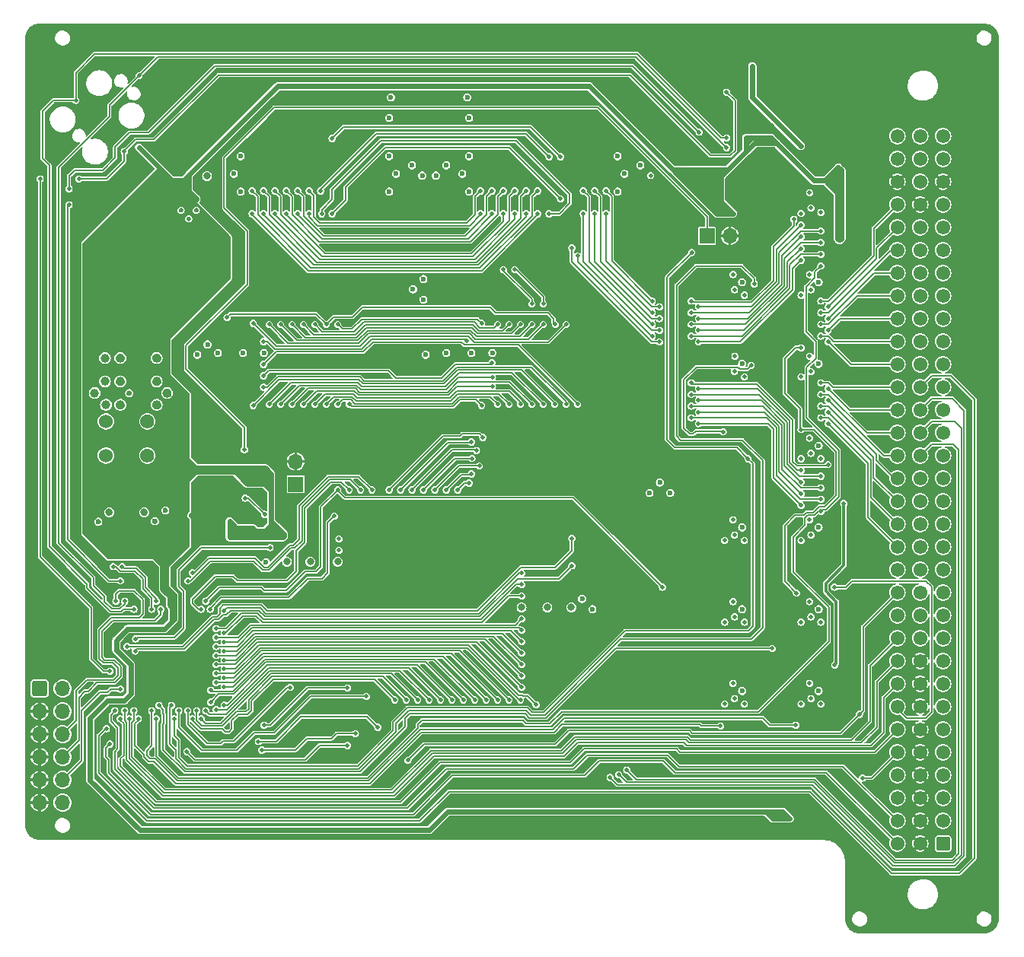
<source format=gbl>
G04 #@! TF.GenerationSoftware,KiCad,Pcbnew,7.0.10*
G04 #@! TF.CreationDate,2024-03-29T04:01:23-04:00*
G04 #@! TF.ProjectId,WarpSE,57617270-5345-42e6-9b69-6361645f7063,1.0*
G04 #@! TF.SameCoordinates,Original*
G04 #@! TF.FileFunction,Copper,L4,Bot*
G04 #@! TF.FilePolarity,Positive*
%FSLAX46Y46*%
G04 Gerber Fmt 4.6, Leading zero omitted, Abs format (unit mm)*
G04 Created by KiCad (PCBNEW 7.0.10) date 2024-03-29 04:01:23*
%MOMM*%
%LPD*%
G01*
G04 APERTURE LIST*
G04 Aperture macros list*
%AMRoundRect*
0 Rectangle with rounded corners*
0 $1 Rounding radius*
0 $2 $3 $4 $5 $6 $7 $8 $9 X,Y pos of 4 corners*
0 Add a 4 corners polygon primitive as box body*
4,1,4,$2,$3,$4,$5,$6,$7,$8,$9,$2,$3,0*
0 Add four circle primitives for the rounded corners*
1,1,$1+$1,$2,$3*
1,1,$1+$1,$4,$5*
1,1,$1+$1,$6,$7*
1,1,$1+$1,$8,$9*
0 Add four rect primitives between the rounded corners*
20,1,$1+$1,$2,$3,$4,$5,0*
20,1,$1+$1,$4,$5,$6,$7,0*
20,1,$1+$1,$6,$7,$8,$9,0*
20,1,$1+$1,$8,$9,$2,$3,0*%
G04 Aperture macros list end*
G04 #@! TA.AperFunction,ComponentPad*
%ADD10RoundRect,0.249999X0.525001X0.525001X-0.525001X0.525001X-0.525001X-0.525001X0.525001X-0.525001X0*%
G04 #@! TD*
G04 #@! TA.AperFunction,ComponentPad*
%ADD11C,1.550000*%
G04 #@! TD*
G04 #@! TA.AperFunction,ComponentPad*
%ADD12R,1.700000X1.700000*%
G04 #@! TD*
G04 #@! TA.AperFunction,ComponentPad*
%ADD13O,1.700000X1.700000*%
G04 #@! TD*
G04 #@! TA.AperFunction,ComponentPad*
%ADD14RoundRect,0.250000X-0.600000X-0.600000X0.600000X-0.600000X0.600000X0.600000X-0.600000X0.600000X0*%
G04 #@! TD*
G04 #@! TA.AperFunction,ViaPad*
%ADD15C,0.800000*%
G04 #@! TD*
G04 #@! TA.AperFunction,ViaPad*
%ADD16C,0.500000*%
G04 #@! TD*
G04 #@! TA.AperFunction,ViaPad*
%ADD17C,0.600000*%
G04 #@! TD*
G04 #@! TA.AperFunction,ViaPad*
%ADD18C,1.524000*%
G04 #@! TD*
G04 #@! TA.AperFunction,ViaPad*
%ADD19C,1.000000*%
G04 #@! TD*
G04 #@! TA.AperFunction,Conductor*
%ADD20C,0.600000*%
G04 #@! TD*
G04 #@! TA.AperFunction,Conductor*
%ADD21C,0.700000*%
G04 #@! TD*
G04 #@! TA.AperFunction,Conductor*
%ADD22C,1.000000*%
G04 #@! TD*
G04 #@! TA.AperFunction,Conductor*
%ADD23C,0.800000*%
G04 #@! TD*
G04 #@! TA.AperFunction,Conductor*
%ADD24C,0.500000*%
G04 #@! TD*
G04 #@! TA.AperFunction,Conductor*
%ADD25C,0.300000*%
G04 #@! TD*
G04 #@! TA.AperFunction,Conductor*
%ADD26C,0.150000*%
G04 #@! TD*
G04 APERTURE END LIST*
D10*
X205740000Y-129540000D03*
D11*
X205740000Y-127000000D03*
X205740000Y-124460000D03*
X205740000Y-121920000D03*
X205740000Y-119380000D03*
X205740000Y-116840000D03*
X205740000Y-114300000D03*
X205740000Y-111760000D03*
X205740000Y-109220000D03*
X205740000Y-106680000D03*
X205740000Y-104140000D03*
X205740000Y-101600000D03*
X205740000Y-99060000D03*
X205740000Y-96520000D03*
X205740000Y-93980000D03*
X205740000Y-91440000D03*
X205740000Y-88900000D03*
X205740000Y-86360000D03*
X205740000Y-83820000D03*
X205740000Y-81280000D03*
X205740000Y-78740000D03*
X205740000Y-76200000D03*
X205740000Y-73660000D03*
X205740000Y-71120000D03*
X205740000Y-68580000D03*
X205740000Y-66040000D03*
X205740000Y-63500000D03*
X205740000Y-60960000D03*
X205740000Y-58420000D03*
X205740000Y-55880000D03*
X205740000Y-53340000D03*
X205740000Y-50800000D03*
X203200000Y-129540000D03*
X203200000Y-127000000D03*
X203200000Y-124460000D03*
X203200000Y-121920000D03*
X203200000Y-119380000D03*
X203200000Y-116840000D03*
X203200000Y-114300000D03*
X203200000Y-111760000D03*
X203200000Y-109220000D03*
X203200000Y-106680000D03*
X203200000Y-104140000D03*
X203200000Y-101600000D03*
X203200000Y-99060000D03*
X203200000Y-96520000D03*
X203200000Y-93980000D03*
X203200000Y-91440000D03*
X203200000Y-88900000D03*
X203200000Y-86360000D03*
X203200000Y-83820000D03*
X203200000Y-81280000D03*
X203200000Y-78740000D03*
X203200000Y-76200000D03*
X203200000Y-73660000D03*
X203200000Y-71120000D03*
X203200000Y-68580000D03*
X203200000Y-66040000D03*
X203200000Y-63500000D03*
X203200000Y-60960000D03*
X203200000Y-58420000D03*
X203200000Y-55880000D03*
X203200000Y-53340000D03*
X203200000Y-50800000D03*
X200660000Y-129540000D03*
X200660000Y-127000000D03*
X200660000Y-124460000D03*
X200660000Y-121920000D03*
X200660000Y-119380000D03*
X200660000Y-116840000D03*
X200660000Y-114300000D03*
X200660000Y-111760000D03*
X200660000Y-109220000D03*
X200660000Y-106680000D03*
X200660000Y-104140000D03*
X200660000Y-101600000D03*
X200660000Y-99060000D03*
X200660000Y-96520000D03*
X200660000Y-93980000D03*
X200660000Y-91440000D03*
X200660000Y-88900000D03*
X200660000Y-86360000D03*
X200660000Y-83820000D03*
X200660000Y-81280000D03*
X200660000Y-78740000D03*
X200660000Y-76200000D03*
X200660000Y-73660000D03*
X200660000Y-71120000D03*
X200660000Y-68580000D03*
X200660000Y-66040000D03*
X200660000Y-63500000D03*
X200660000Y-60960000D03*
X200660000Y-58420000D03*
X200660000Y-55880000D03*
X200660000Y-53340000D03*
X200660000Y-50800000D03*
D12*
X133750000Y-89550000D03*
D13*
X133750000Y-87010000D03*
D12*
X179500000Y-61900000D03*
D13*
X182040000Y-61900000D03*
D14*
X105283000Y-112268000D03*
D13*
X107823000Y-112268000D03*
X105283000Y-114808000D03*
X107823000Y-114808000D03*
X105283000Y-117348000D03*
X107823000Y-117348000D03*
X105283000Y-119888000D03*
X107823000Y-119888000D03*
X105283000Y-122428000D03*
X107823000Y-122428000D03*
X105283000Y-124968000D03*
X107823000Y-124968000D03*
D15*
X195961000Y-44005500D03*
D16*
X167640000Y-71120000D03*
X137160000Y-63246000D03*
X137922000Y-58420000D03*
X165354000Y-108585000D03*
X138430000Y-63246000D03*
X164211000Y-108331000D03*
X161671000Y-108966000D03*
X159258000Y-76009500D03*
X167640000Y-81851500D03*
X141478000Y-66294000D03*
X161671000Y-94996000D03*
X161671000Y-93726000D03*
X168656000Y-81343500D03*
X161671000Y-106426000D03*
X161671000Y-107696000D03*
X161671000Y-105156000D03*
X161671000Y-111506000D03*
X161671000Y-110236000D03*
X161734500Y-112649000D03*
D15*
X197167500Y-42735500D03*
X198374000Y-44005500D03*
D16*
X196913500Y-104330500D03*
X196800000Y-68050000D03*
X198374000Y-82994500D03*
X199009000Y-86868000D03*
D17*
X125095000Y-76644500D03*
D16*
X196596000Y-102298500D03*
X198056500Y-80772000D03*
X197104000Y-74168000D03*
X197400000Y-75700000D03*
D17*
X122809000Y-76644500D03*
D16*
X198550000Y-62350000D03*
X198850000Y-63900000D03*
X198691500Y-85153500D03*
X197850000Y-78250000D03*
X196786500Y-71882000D03*
X194150000Y-74150000D03*
X195250000Y-70500000D03*
X189700000Y-75300000D03*
X181200000Y-66200000D03*
X189700000Y-66200000D03*
X189700000Y-84400000D03*
X189700000Y-93500000D03*
X189700000Y-102600000D03*
X181200000Y-102600000D03*
X189700000Y-111700000D03*
X181200000Y-111700000D03*
X177750000Y-119850000D03*
D17*
X164465000Y-104775000D03*
D16*
X175550000Y-77600000D03*
X176650000Y-77000000D03*
X176650000Y-67900000D03*
X175550000Y-68500000D03*
X189700000Y-57100000D03*
D17*
X188700000Y-94350000D03*
X188700000Y-76150000D03*
X166751000Y-104775000D03*
X169291000Y-77470000D03*
X166941500Y-77470000D03*
X143891000Y-77470000D03*
X141541500Y-77470000D03*
D16*
X117250000Y-117900000D03*
X181600000Y-75200000D03*
X125250000Y-117900000D03*
D17*
X145542000Y-56515000D03*
X151638000Y-56515000D03*
X169545000Y-59372500D03*
X147828000Y-56515000D03*
X170307000Y-61341000D03*
X169545000Y-63309500D03*
X153035000Y-59372500D03*
X152273000Y-61341000D03*
X153035000Y-63309500D03*
X144145000Y-63309500D03*
X144145000Y-59372500D03*
X144907000Y-61341000D03*
X126873000Y-61341000D03*
X127635000Y-63309500D03*
X127635000Y-59372500D03*
D16*
X181200000Y-77000000D03*
X117250000Y-115650000D03*
X181200000Y-67900000D03*
D17*
X165608000Y-105918000D03*
D16*
X181200000Y-93500000D03*
X177750000Y-101650000D03*
X176650000Y-102250000D03*
X175550000Y-101650000D03*
X110450000Y-112100000D03*
X112700000Y-112100000D03*
X111800000Y-115700000D03*
X112700000Y-108600000D03*
X110450000Y-108600000D03*
X118900000Y-119700000D03*
X119850000Y-119250000D03*
X120250000Y-118200000D03*
X124300000Y-99350000D03*
X112350000Y-117750000D03*
X113150000Y-119650000D03*
X147320000Y-102425500D03*
X144145000Y-89154000D03*
X126350000Y-118650000D03*
X156210000Y-98171000D03*
X151765000Y-83693000D03*
X152400000Y-103124000D03*
X150495000Y-83693000D03*
X149225000Y-84391500D03*
X147955000Y-85661500D03*
X146685000Y-86931500D03*
X145415000Y-88201500D03*
X145097500Y-77216000D03*
X145669000Y-74231500D03*
X139065000Y-75311000D03*
X163830000Y-68262500D03*
X162560000Y-69405500D03*
X163830000Y-69405500D03*
X165100000Y-69405500D03*
X165100000Y-67500500D03*
D15*
X135382000Y-100711000D03*
X161798000Y-96901000D03*
X161798000Y-98171000D03*
X158877000Y-98171000D03*
X158877000Y-96901000D03*
D16*
X184050000Y-65250000D03*
D15*
X138303000Y-101981000D03*
D16*
X186250000Y-65250000D03*
D15*
X135382000Y-101981000D03*
X138303000Y-100711000D03*
D16*
X185150000Y-65850000D03*
X185150000Y-74950000D03*
X186250000Y-74350000D03*
X184050000Y-83450000D03*
X184050000Y-74350000D03*
X186250000Y-83450000D03*
X185150000Y-84050000D03*
X185150000Y-93150000D03*
X184050000Y-92550000D03*
X186250000Y-92550000D03*
X184050000Y-101650000D03*
X186250000Y-101650000D03*
X185150000Y-102250000D03*
X186250000Y-110750000D03*
X185150000Y-111350000D03*
X184050000Y-110750000D03*
X186250000Y-119850000D03*
X175550000Y-83450000D03*
X177750000Y-83450000D03*
X176650000Y-84050000D03*
X176650000Y-74950000D03*
X175550000Y-74350000D03*
X177750000Y-74350000D03*
X185150000Y-120450000D03*
X184050000Y-119850000D03*
X177750000Y-110750000D03*
X176650000Y-111350000D03*
X175550000Y-110750000D03*
X176650000Y-120450000D03*
X165100000Y-71755000D03*
X139700000Y-71755000D03*
D15*
X198374000Y-52260500D03*
X195961000Y-52260500D03*
X193548000Y-52260500D03*
X197167500Y-53530500D03*
X123888500Y-56451500D03*
D16*
X116850000Y-99050000D03*
X108350000Y-109200000D03*
X107250000Y-109500000D03*
X106150000Y-109800000D03*
X107250000Y-104550000D03*
X109900000Y-105500000D03*
D15*
X113000000Y-92650000D03*
X116900000Y-92650000D03*
D17*
X111800000Y-93700000D03*
X118100000Y-93650000D03*
D18*
X117250000Y-86350000D03*
X117250000Y-82550000D03*
D16*
X152336500Y-80708500D03*
X153670000Y-103124000D03*
D17*
X173228000Y-56515000D03*
X170942000Y-56515000D03*
D16*
X142557500Y-81597500D03*
D17*
X172085000Y-57658000D03*
D16*
X145415000Y-81407000D03*
X146685000Y-81407000D03*
X152019000Y-74218800D03*
X147955000Y-81407000D03*
X150495000Y-81407000D03*
X151765000Y-82105500D03*
X149225000Y-81407000D03*
X147320000Y-93980000D03*
X146177000Y-102806500D03*
X142367000Y-102806500D03*
X142113000Y-111760000D03*
X162179000Y-72707500D03*
X140779500Y-75438000D03*
X143891000Y-75565000D03*
X139700000Y-88201500D03*
X140950000Y-88200000D03*
X142240000Y-89154000D03*
X145415000Y-116332000D03*
X165862000Y-72517000D03*
X164592000Y-72644000D03*
X163449000Y-72898000D03*
X170815000Y-82105500D03*
X171577000Y-82740500D03*
X172339000Y-83375500D03*
X158940500Y-89408000D03*
X173101000Y-84010500D03*
X162242500Y-92011500D03*
X148590000Y-102425500D03*
X149860000Y-102425500D03*
X151130000Y-103124000D03*
X154813000Y-101727000D03*
X198882000Y-94043500D03*
X108750000Y-107950000D03*
X109450000Y-108900000D03*
X108750000Y-101750000D03*
X109600000Y-100800000D03*
X110450000Y-101750000D03*
X117900000Y-98600000D03*
X118000000Y-100300000D03*
X127550000Y-99450000D03*
X126600000Y-100300000D03*
X128050000Y-114350000D03*
X117750000Y-119600000D03*
X116700000Y-118750000D03*
X125350000Y-119650000D03*
X128900000Y-115400000D03*
X116250000Y-100300000D03*
X116250000Y-102550000D03*
X122750000Y-100300000D03*
X122750000Y-102550000D03*
X128050000Y-105100000D03*
X133604000Y-49149000D03*
X125800000Y-105100000D03*
X144907000Y-102806500D03*
X143637000Y-102806500D03*
X154940000Y-93980000D03*
X144780000Y-93980000D03*
X157480000Y-93980000D03*
X148590000Y-93980000D03*
X146050000Y-93980000D03*
X149860000Y-93980000D03*
X151130000Y-93980000D03*
X143510000Y-93980000D03*
X153670000Y-93980000D03*
X142240000Y-93980000D03*
X152400000Y-93980000D03*
D17*
X130429000Y-99695000D03*
X132715000Y-99568000D03*
X131572000Y-100800000D03*
D16*
X143764000Y-113284000D03*
X147955000Y-116332000D03*
X146685000Y-116332000D03*
X149225000Y-116332000D03*
X150495000Y-116332000D03*
X151765000Y-116332000D03*
X153035000Y-116332000D03*
X154305000Y-116332000D03*
X155575000Y-116332000D03*
X156845000Y-116332000D03*
X158115000Y-116332000D03*
X112700000Y-115100000D03*
X129100000Y-104700000D03*
D17*
X148209000Y-76454000D03*
X150495000Y-76454000D03*
X123952000Y-77597000D03*
D16*
X132207000Y-64389000D03*
X143256000Y-70675500D03*
X129800000Y-114450000D03*
X126150000Y-116600000D03*
D17*
X149352000Y-56515000D03*
X150495000Y-57658000D03*
X146685000Y-57658000D03*
D16*
X125250000Y-115650000D03*
X194250000Y-116250000D03*
X196050000Y-116250000D03*
X197350000Y-109300000D03*
X199000000Y-110200000D03*
X198700000Y-107900000D03*
X197750000Y-95450000D03*
X198600000Y-119600000D03*
X193500000Y-111400000D03*
D17*
X174250000Y-92950000D03*
X175400000Y-91800000D03*
X173100000Y-91800000D03*
D16*
X132715000Y-83058000D03*
X133985000Y-83058000D03*
X135255000Y-83058000D03*
X136525000Y-83058000D03*
X131445000Y-83058000D03*
X132207000Y-75819000D03*
X186563000Y-54800500D03*
X183896000Y-54800500D03*
X181800500Y-57340500D03*
X169800000Y-105050000D03*
X128524000Y-117157500D03*
X108750000Y-98150000D03*
X108750000Y-96750000D03*
X211582000Y-41148000D03*
D17*
X178650000Y-41800000D03*
D16*
X149733000Y-46228000D03*
X211582000Y-66548000D03*
X208724500Y-127508000D03*
X119253000Y-41148000D03*
X209740500Y-119888000D03*
X139573000Y-96583500D03*
X180550000Y-109450000D03*
X114750000Y-120700000D03*
X134874000Y-114427000D03*
X152971500Y-83439000D03*
X145607640Y-124052140D03*
X139350000Y-120400000D03*
X129150000Y-87050000D03*
X195834000Y-48133000D03*
X137033000Y-38608000D03*
X203962000Y-38618900D03*
X201930000Y-90650000D03*
X197929500Y-117729000D03*
D17*
X187850000Y-41800000D03*
D16*
X172593000Y-48768000D03*
X148590000Y-52578000D03*
X201930000Y-75410000D03*
X186753500Y-46545500D03*
X127254000Y-67691000D03*
X194119500Y-78232000D03*
X190850000Y-50000000D03*
X109750000Y-110800000D03*
X159893000Y-127762000D03*
X209042000Y-48768000D03*
X169450000Y-96600000D03*
X174350000Y-74950000D03*
X154550000Y-66300000D03*
X208724500Y-81788000D03*
X104013000Y-56388000D03*
X118450000Y-124400000D03*
X137160000Y-69342000D03*
X181950000Y-43000000D03*
X157353000Y-126746000D03*
X135128000Y-49149000D03*
X195750000Y-86350000D03*
X121793000Y-38608000D03*
X167513000Y-48768000D03*
X110172500Y-120777000D03*
X195600000Y-60650000D03*
X196150000Y-58750000D03*
D17*
X188650000Y-44449400D03*
D16*
X201930000Y-88110000D03*
X208724500Y-117348000D03*
X158686500Y-77343000D03*
X174550000Y-68650000D03*
X175550000Y-104900000D03*
X172750000Y-98100000D03*
X127254000Y-66675000D03*
X144500000Y-118650000D03*
X201930000Y-122710000D03*
X126873000Y-38608000D03*
D17*
X151511000Y-46482000D03*
D16*
X156654500Y-78676500D03*
X180450000Y-101650000D03*
X177673000Y-128778000D03*
X180250000Y-94350000D03*
X158115000Y-58166000D03*
X132334000Y-78422500D03*
X159766000Y-77025500D03*
X183200000Y-85150000D03*
X164973000Y-127762000D03*
X165675000Y-92850000D03*
X116713000Y-38608000D03*
X197993000Y-121348500D03*
X104013000Y-76708000D03*
X201422000Y-41148000D03*
X201930000Y-59210000D03*
X211582000Y-102108000D03*
X201930000Y-70330000D03*
X175133000Y-41148000D03*
X130850000Y-87050000D03*
X135890000Y-53086000D03*
X201930000Y-87150000D03*
X178752500Y-94424500D03*
X157226000Y-52578000D03*
X209042000Y-58928000D03*
X132080000Y-49149000D03*
X194150000Y-72850000D03*
X193929000Y-45339000D03*
X201930000Y-60170000D03*
X104013000Y-66548000D03*
X125984000Y-73152000D03*
X172593000Y-126746000D03*
X162560000Y-58610500D03*
X192659000Y-128778000D03*
X157353000Y-48768000D03*
X170624500Y-92583000D03*
X194050000Y-84750000D03*
X127444500Y-78105000D03*
X104013000Y-86868000D03*
X148150000Y-119050000D03*
X208724500Y-61468000D03*
X169037000Y-70104000D03*
X207708500Y-69088000D03*
X175450500Y-88265000D03*
X122700000Y-59050000D03*
X121000000Y-59050000D03*
D17*
X149250000Y-66700000D03*
D16*
X147193000Y-48768000D03*
X114150000Y-119500000D03*
X164973000Y-46228000D03*
X115150000Y-53800000D03*
X112522000Y-50038000D03*
X198882000Y-38597100D03*
X201930000Y-105890000D03*
X211582000Y-76708000D03*
X116750000Y-122700000D03*
X109092999Y-41148000D03*
X170450000Y-97600000D03*
X195199000Y-131318000D03*
X137800000Y-120400000D03*
X178054000Y-64770000D03*
X201930000Y-79530000D03*
X104013000Y-102108000D03*
X175500000Y-114000000D03*
X156400500Y-64516000D03*
X186250000Y-85150000D03*
X176800000Y-63450000D03*
X163893500Y-64135000D03*
X107100000Y-52250000D03*
X116700000Y-127250000D03*
X208724500Y-97028000D03*
X208724500Y-122428000D03*
X211582000Y-51308000D03*
X159385000Y-58166000D03*
X147193000Y-128778000D03*
X201930000Y-103350000D03*
X164973000Y-124269500D03*
X148400000Y-124050000D03*
X201930000Y-108430000D03*
X142113000Y-48768000D03*
X211582000Y-127508000D03*
X193225600Y-93518959D03*
X177650000Y-112400000D03*
X211582000Y-71628000D03*
X139700000Y-69342000D03*
X104013000Y-46228000D03*
X206502000Y-136652000D03*
X139573000Y-46228000D03*
X134620000Y-69342000D03*
X111633000Y-124269500D03*
X177673000Y-126746000D03*
X146950000Y-118750000D03*
X154813000Y-127762000D03*
X181800000Y-55562500D03*
X209740500Y-79248000D03*
X209740500Y-69088000D03*
X187550000Y-45499400D03*
X201930000Y-82070000D03*
X192659000Y-126238000D03*
X162433000Y-128778000D03*
X163700000Y-114150000D03*
X201930000Y-89690000D03*
X190850000Y-48199400D03*
X129400000Y-90950000D03*
X211582000Y-91948000D03*
X159067500Y-67246500D03*
X201930000Y-93190000D03*
X208153000Y-59944000D03*
X211582000Y-97028000D03*
D17*
X150400000Y-67850000D03*
D16*
X127550000Y-83450000D03*
X158750000Y-52578000D03*
X142938500Y-88201500D03*
X131350000Y-112450000D03*
X195135500Y-128841500D03*
X141800000Y-121400000D03*
X188468000Y-49403000D03*
X157226000Y-79692500D03*
X123507500Y-46355000D03*
X149733000Y-125857000D03*
X127050000Y-93150000D03*
X134620000Y-118935500D03*
X135255000Y-58166000D03*
X148590000Y-59944000D03*
X209042000Y-43688000D03*
X140650000Y-120200000D03*
X147193000Y-42481500D03*
X128905000Y-58166000D03*
X186690000Y-49657000D03*
X111633000Y-38608000D03*
X185229500Y-127762000D03*
X209740500Y-89408000D03*
X132450000Y-92250000D03*
X191950000Y-47199400D03*
X133300000Y-93200000D03*
X196151500Y-123825000D03*
X190182500Y-127762000D03*
X192850000Y-47849400D03*
X130175000Y-58166000D03*
X124500000Y-80400000D03*
X112800000Y-54800000D03*
X211582000Y-122428000D03*
X162433000Y-38608000D03*
X201930000Y-113510000D03*
X207708500Y-79248000D03*
X132150000Y-111750000D03*
X159766000Y-64325500D03*
X154305000Y-58166000D03*
X131550000Y-119650000D03*
X165150000Y-121450000D03*
X209740500Y-94488000D03*
X167513000Y-38608000D03*
X179250000Y-85950000D03*
X196550000Y-55250000D03*
X177750000Y-95800000D03*
D17*
X188400000Y-39250000D03*
D16*
X147193000Y-43497500D03*
X201930000Y-85570000D03*
X211582000Y-136652000D03*
X195389500Y-125603000D03*
X157353000Y-128778000D03*
X186050000Y-43000000D03*
X201930000Y-118590000D03*
X208724500Y-66548000D03*
X190400000Y-124250000D03*
D17*
X115250000Y-79400000D03*
D16*
X131953000Y-38608000D03*
X187500000Y-113250000D03*
X193750000Y-47200000D03*
X195600000Y-56100000D03*
X201930000Y-115090000D03*
X172593000Y-38608000D03*
X162433000Y-48768000D03*
X149733000Y-41148000D03*
D19*
X114250000Y-80700000D03*
D16*
X162433000Y-65595500D03*
X122100000Y-93000000D03*
X147000000Y-124050000D03*
X141097000Y-93408500D03*
X170053000Y-124269500D03*
X201930000Y-95730000D03*
X137160000Y-67945000D03*
X192849500Y-123063000D03*
X112400000Y-120350000D03*
X160782000Y-72961500D03*
X201930000Y-100810000D03*
X209042000Y-53848000D03*
X143752501Y-119402501D03*
D17*
X180150000Y-43050000D03*
D16*
X154813000Y-46228000D03*
X201930000Y-65250000D03*
X112200000Y-122700000D03*
X131445000Y-58166000D03*
X104013000Y-91948000D03*
X116050000Y-119700000D03*
X175550000Y-95800000D03*
X194119500Y-79248000D03*
X208724500Y-76708000D03*
X180450000Y-110750000D03*
X195770500Y-91249500D03*
X172148500Y-64897000D03*
X196150000Y-65000000D03*
X121750000Y-118300000D03*
X155850000Y-66167000D03*
X126873000Y-43497500D03*
X175133000Y-127762000D03*
X201930000Y-112550000D03*
X196342000Y-41126200D03*
X180250000Y-108350000D03*
X187579000Y-48514000D03*
X182753000Y-128778000D03*
X211582000Y-117348000D03*
X177750000Y-104900000D03*
X129413000Y-46228000D03*
D19*
X118300000Y-78100000D03*
D16*
X142113000Y-128778000D03*
X192341500Y-44386500D03*
D17*
X119250000Y-92450000D03*
D16*
X172593000Y-43688000D03*
X137350500Y-90551000D03*
D19*
X119450000Y-79400000D03*
D16*
X208724500Y-91948000D03*
X182753000Y-126746000D03*
X138430000Y-69342000D03*
X132715000Y-58166000D03*
X122800000Y-95100000D03*
X172593000Y-128778000D03*
X138580000Y-88220000D03*
X166850000Y-67900000D03*
X177750000Y-76350000D03*
X193802000Y-38608000D03*
X197675500Y-131381500D03*
D17*
X145669000Y-48768000D03*
D16*
X201930000Y-69370000D03*
X209740500Y-104648000D03*
X118364000Y-50101500D03*
X124968000Y-73533000D03*
X201930000Y-76990000D03*
X211582000Y-132080000D03*
X159893000Y-124269500D03*
X124460000Y-70485000D03*
X133286500Y-97300000D03*
X174350000Y-84200000D03*
X127900000Y-101550000D03*
X130600000Y-113200000D03*
X137033000Y-48768000D03*
X159893000Y-46228000D03*
X116713000Y-128778000D03*
X201930000Y-92230000D03*
X152273000Y-128778000D03*
X207708500Y-74168000D03*
X156845000Y-58166000D03*
X133350000Y-69342000D03*
X201930000Y-61750000D03*
X123952000Y-72390000D03*
X211582000Y-86868000D03*
D19*
X114250000Y-75500000D03*
D16*
X209042000Y-38608000D03*
X117094000Y-46609000D03*
X129400000Y-92750000D03*
X125850000Y-85700000D03*
X147193000Y-44513500D03*
X137287000Y-57658000D03*
X122409500Y-46082500D03*
X149800000Y-124050000D03*
X132080000Y-69342000D03*
X197350000Y-107050000D03*
X164973000Y-90741500D03*
X167513000Y-126746000D03*
X139954000Y-95567500D03*
X180250000Y-85950000D03*
X144526000Y-67818000D03*
X170053000Y-46228000D03*
X109093000Y-126365000D03*
X197739000Y-139192000D03*
X206502000Y-41148000D03*
X201930000Y-72870000D03*
X188750000Y-112550000D03*
X180250000Y-100050000D03*
X167150000Y-121950000D03*
D17*
X151511000Y-48768000D03*
D16*
X164084000Y-52578000D03*
D19*
X118300000Y-80700000D03*
D17*
X149250000Y-69000000D03*
D16*
X201930000Y-57630000D03*
X201930000Y-104930000D03*
X106553000Y-128778000D03*
X180250000Y-112550000D03*
X201930000Y-107470000D03*
X209740500Y-99568000D03*
X201930000Y-64290000D03*
X131953000Y-128778000D03*
X175133000Y-124269500D03*
D17*
X178100000Y-39250000D03*
D16*
X180213000Y-127762000D03*
X201930000Y-116050000D03*
X142113000Y-38608000D03*
X195453000Y-76708000D03*
X128400000Y-119700000D03*
X195550000Y-65900000D03*
X107250000Y-106400000D03*
X107886500Y-61087000D03*
X170307000Y-88201500D03*
X201930000Y-77950000D03*
X177673000Y-43688000D03*
X152273000Y-126746000D03*
X208724500Y-71628000D03*
X134493000Y-46228000D03*
D19*
X198520000Y-97360000D03*
D16*
X186050000Y-124800000D03*
X211582000Y-46228000D03*
X209740500Y-84328000D03*
X160845500Y-66802000D03*
X165671500Y-91440000D03*
X201930000Y-123670000D03*
X209740500Y-64008000D03*
X130810000Y-69342000D03*
X140716000Y-94424500D03*
X209740500Y-124968000D03*
X134112000Y-116713000D03*
X194050000Y-100000000D03*
X144200000Y-121350000D03*
X123050000Y-118200000D03*
X201930000Y-71910000D03*
X133794500Y-117856000D03*
X201930000Y-83030000D03*
X188550000Y-110500000D03*
X177500000Y-53800000D03*
X189600000Y-99100000D03*
X111633000Y-128778000D03*
X182150000Y-89250000D03*
X199050000Y-95750000D03*
X124750000Y-86700000D03*
X124500000Y-79000000D03*
X108750000Y-99550000D03*
X164084000Y-120015000D03*
D19*
X114250000Y-78100000D03*
D16*
X130000000Y-86100000D03*
X201930000Y-121130000D03*
X201930000Y-62710000D03*
X119300000Y-122700000D03*
X178700000Y-114000000D03*
X194119500Y-67246500D03*
X191700000Y-49099400D03*
X104013000Y-107188000D03*
X155067000Y-70675500D03*
X110150000Y-113450000D03*
X201549000Y-139192000D03*
X174150000Y-96600000D03*
X155575000Y-58166000D03*
X106553000Y-43688000D03*
X158750000Y-69342000D03*
X137033000Y-128778000D03*
X187706000Y-128778000D03*
X160464500Y-52578000D03*
X175133000Y-46228000D03*
X108900000Y-60050000D03*
X201930000Y-56670000D03*
X193802000Y-43688000D03*
X138430000Y-67310000D03*
X109664500Y-48450500D03*
X209740500Y-74168000D03*
X200279000Y-136652000D03*
X133985000Y-58166000D03*
X172750000Y-103200000D03*
X104013000Y-51308000D03*
X143000000Y-120150000D03*
X209042000Y-134366000D03*
X191262000Y-41137100D03*
X201930000Y-120170000D03*
X140716000Y-112649000D03*
X205232000Y-139192000D03*
X136271000Y-117348000D03*
X152273000Y-38608000D03*
X188722000Y-43370500D03*
X143500000Y-123050000D03*
X193350000Y-90600000D03*
X206502000Y-46228000D03*
X185166000Y-124269500D03*
X174750000Y-66000000D03*
X170180000Y-101917500D03*
X135890000Y-69342000D03*
X207708500Y-64008000D03*
X187750000Y-124800000D03*
X209740500Y-130048000D03*
X201930000Y-66830000D03*
X141478000Y-69342000D03*
X172593000Y-121729500D03*
X124333000Y-41148000D03*
X162433000Y-126746000D03*
X170850000Y-96600000D03*
X162369500Y-90551000D03*
X201930000Y-84610000D03*
X190850000Y-43699400D03*
X136350000Y-120400000D03*
X201930000Y-110970000D03*
X188750000Y-103450000D03*
X211582000Y-81788000D03*
X155765500Y-104394000D03*
X104013000Y-71628000D03*
X195600000Y-54400000D03*
X208724500Y-86868000D03*
X166400000Y-92125000D03*
X201930000Y-117630000D03*
X104013000Y-61468000D03*
X106553000Y-38608000D03*
X195199000Y-136652000D03*
X172050000Y-99300000D03*
X170053000Y-127762000D03*
X157353000Y-38608000D03*
X178816000Y-53784500D03*
X121793000Y-128778000D03*
X196786500Y-124968000D03*
X188650000Y-79100000D03*
X154813000Y-124269500D03*
X175133000Y-51308000D03*
X201930000Y-110010000D03*
X108966000Y-53911500D03*
X211582000Y-107188000D03*
X211582000Y-112268000D03*
X167513000Y-42481500D03*
X201930000Y-80490000D03*
X135445500Y-92456000D03*
X139700000Y-66675000D03*
X197220000Y-96440000D03*
X112458500Y-56451500D03*
X187050000Y-104900000D03*
X127100000Y-91450000D03*
X177673000Y-48768000D03*
X195550000Y-59650000D03*
X185850000Y-44800000D03*
X194119500Y-75565000D03*
X122500000Y-94000000D03*
X143319500Y-117538500D03*
X208724500Y-102108000D03*
X201930000Y-67790000D03*
X186900000Y-43900000D03*
X148750000Y-120900000D03*
X136842500Y-116332000D03*
X124850000Y-90950000D03*
X121793000Y-43688000D03*
X211582000Y-61468000D03*
X201930000Y-97310000D03*
X188050000Y-91150000D03*
X144950000Y-120600000D03*
X163100000Y-118700000D03*
X114173000Y-41148000D03*
X105854500Y-63119000D03*
X209740500Y-114808000D03*
X211582000Y-56388000D03*
X113950000Y-124500000D03*
X154305000Y-68326000D03*
X208724500Y-112268000D03*
X201930000Y-102390000D03*
X171196000Y-52514500D03*
X191300000Y-124850000D03*
X121850000Y-60000000D03*
X156654500Y-77660500D03*
X180250000Y-103450000D03*
X105850000Y-56650000D03*
X126600000Y-98600000D03*
X104013000Y-41148000D03*
X195600000Y-62350000D03*
X124850000Y-92750000D03*
D19*
X118300000Y-75500000D03*
D16*
X127900000Y-92250000D03*
X130800000Y-103150000D03*
X126873000Y-128778000D03*
X188650000Y-100150000D03*
X208724500Y-107188000D03*
X189357000Y-50228500D03*
X189300000Y-109750000D03*
X201930000Y-94770000D03*
X114173000Y-126809500D03*
X197739000Y-133858000D03*
X142600000Y-118250000D03*
X176100000Y-84950000D03*
X104013000Y-81788000D03*
X147193000Y-38608000D03*
X137160000Y-53086000D03*
X163766500Y-90551000D03*
X104013000Y-97028000D03*
X106870500Y-62103000D03*
X167513000Y-128778000D03*
X201930000Y-74450000D03*
X186750000Y-47700000D03*
X170053000Y-41148000D03*
X179150000Y-65850000D03*
X109474000Y-120078500D03*
X125285500Y-52959000D03*
D17*
X145669000Y-46482000D03*
D16*
X209042000Y-139192000D03*
X209740500Y-109728000D03*
X207645000Y-132080000D03*
X180213000Y-124269500D03*
X193350000Y-86100000D03*
X138303000Y-52641500D03*
X141850000Y-119000000D03*
X191050000Y-104300000D03*
D17*
X127635000Y-56959500D03*
X144145000Y-56959500D03*
X144907000Y-54991000D03*
X144145000Y-53022500D03*
X169545000Y-53022500D03*
X127635000Y-53022500D03*
D16*
X138557000Y-95631000D03*
D17*
X153035000Y-56959500D03*
D16*
X173228000Y-55181500D03*
D17*
X170307000Y-54991000D03*
X169545000Y-56959500D03*
D16*
X138557000Y-96901000D03*
D17*
X172085000Y-54038500D03*
X153035000Y-53022500D03*
X126873000Y-54991000D03*
X152273000Y-54991000D03*
D19*
X112650000Y-80700000D03*
D17*
X125095000Y-74930000D03*
D18*
X112650000Y-86350000D03*
D17*
X130238500Y-74930000D03*
X127889000Y-74930000D03*
D15*
X123888500Y-55245000D03*
D18*
X112650000Y-82550000D03*
D17*
X150495000Y-74930000D03*
D19*
X111400000Y-79400000D03*
D17*
X122809000Y-75120500D03*
X123952000Y-73977500D03*
D15*
X132778500Y-98171000D03*
X164401500Y-103251000D03*
D17*
X146685000Y-54038500D03*
D15*
X158877000Y-103251000D03*
X161734500Y-103251000D03*
D17*
X150495000Y-54038500D03*
D15*
X138430000Y-98171000D03*
X135382000Y-98171000D03*
D17*
X130429000Y-98234500D03*
X148209000Y-75120500D03*
D16*
X182600000Y-75300000D03*
D17*
X147828000Y-55181500D03*
X149352000Y-55181500D03*
X153289000Y-74930000D03*
X155638500Y-74930000D03*
D16*
X190900000Y-84400000D03*
X182400000Y-66200000D03*
X190900000Y-75300000D03*
X190900000Y-66200000D03*
X190900000Y-57100000D03*
X189950000Y-68500000D03*
X183650000Y-68500000D03*
D17*
X166751000Y-103441500D03*
X165608000Y-102298500D03*
D16*
X182550000Y-95200000D03*
X183650000Y-95800000D03*
X182400000Y-93500000D03*
D17*
X183400000Y-94350000D03*
D16*
X181450000Y-95800000D03*
X190900000Y-93500000D03*
X182550000Y-113400000D03*
X191050000Y-77000000D03*
X183650000Y-77600000D03*
X189950000Y-104900000D03*
X192150000Y-104900000D03*
X189950000Y-114000000D03*
X189950000Y-59400000D03*
X191050000Y-58800000D03*
X191050000Y-67900000D03*
X189950000Y-77600000D03*
X191050000Y-86100000D03*
X189950000Y-86700000D03*
X191050000Y-95200000D03*
X189950000Y-95800000D03*
X192150000Y-86700000D03*
X192150000Y-59300000D03*
X182550000Y-67900000D03*
X181450000Y-114000000D03*
X192150000Y-114000000D03*
X181450000Y-104900000D03*
X183650000Y-104900000D03*
X182550000Y-77000000D03*
X183650000Y-114000000D03*
X182550000Y-104300000D03*
X191050000Y-113400000D03*
D17*
X191900000Y-67050000D03*
X183400000Y-67050000D03*
X191900000Y-76150000D03*
X183400000Y-76150000D03*
X191900000Y-94350000D03*
X191900000Y-85250000D03*
X191900000Y-112550000D03*
X183400000Y-112550000D03*
X191900000Y-103450000D03*
X183400000Y-103450000D03*
D16*
X182400000Y-111700000D03*
X190900000Y-111700000D03*
X182400000Y-102600000D03*
X190900000Y-102600000D03*
D17*
X174250000Y-89350000D03*
X173100000Y-90500000D03*
X175400000Y-90500000D03*
X144145000Y-48768000D03*
D19*
X112550000Y-75500000D03*
D17*
X144335500Y-46482000D03*
D19*
X112550000Y-78100000D03*
D17*
X153035000Y-48768000D03*
X146800000Y-67850000D03*
X152844500Y-46482000D03*
X147950000Y-66700000D03*
X147950000Y-69000000D03*
D16*
X180276500Y-55499000D03*
X180467000Y-57340500D03*
D19*
X112475000Y-73500000D03*
X120450000Y-94950000D03*
X116450000Y-94950000D03*
D16*
X183832500Y-50990500D03*
D19*
X122450000Y-63500000D03*
X118450000Y-69500000D03*
X118450000Y-71500000D03*
X122450000Y-65500000D03*
D16*
X110700000Y-90950000D03*
X127050000Y-94550000D03*
D19*
X120450000Y-86950000D03*
X120450000Y-82950000D03*
D16*
X194250000Y-62350000D03*
D19*
X116450000Y-67500000D03*
D16*
X186626500Y-50990500D03*
D18*
X114950000Y-82550000D03*
D19*
X120450000Y-80950000D03*
D16*
X188700000Y-126750000D03*
X194100000Y-54350000D03*
D19*
X118450000Y-61500000D03*
X120000000Y-102950000D03*
D16*
X131100000Y-95450000D03*
X131000000Y-93650000D03*
D19*
X116450000Y-71500000D03*
D16*
X126400000Y-95450000D03*
D19*
X120450000Y-67500000D03*
X116450000Y-96950000D03*
X112400000Y-69500000D03*
X112400000Y-71500000D03*
D16*
X121850000Y-56900000D03*
D19*
X120450000Y-92950000D03*
X116600000Y-80700000D03*
X120450000Y-63500000D03*
D16*
X130850000Y-88250000D03*
D19*
X116450000Y-63500000D03*
D16*
X179451000Y-56451500D03*
D19*
X120450000Y-61500000D03*
D16*
X122700000Y-57850000D03*
D19*
X119200000Y-98350000D03*
X122450000Y-67500000D03*
X118450000Y-96950000D03*
D16*
X194400000Y-60650000D03*
X131600000Y-94550000D03*
D19*
X114400000Y-67500000D03*
D16*
X116332000Y-52070000D03*
D19*
X114450000Y-96950000D03*
D16*
X129150000Y-88400000D03*
D19*
X120450000Y-88950000D03*
X116525000Y-73500000D03*
X118450000Y-63500000D03*
X116450000Y-69500000D03*
X118450000Y-94950000D03*
D16*
X178879500Y-54800500D03*
D19*
X116450000Y-65500000D03*
X114400000Y-65500000D03*
X114450000Y-94950000D03*
X114400000Y-71500000D03*
D16*
X128400000Y-89400000D03*
X128750000Y-94400000D03*
D19*
X112450000Y-94950000D03*
X116600000Y-78100000D03*
D16*
X132450000Y-95350000D03*
X121000000Y-57850000D03*
X194250000Y-56100000D03*
D19*
X116600000Y-75500000D03*
X124450000Y-65500000D03*
X114400000Y-69500000D03*
D16*
X127900000Y-95350000D03*
X186050000Y-126000000D03*
D19*
X120450000Y-90950000D03*
X114325000Y-73500000D03*
X120450000Y-96950000D03*
D16*
X181673500Y-54546500D03*
D19*
X120450000Y-84950000D03*
X120450000Y-69500000D03*
D16*
X126400000Y-93650000D03*
D19*
X118375000Y-73500000D03*
X120450000Y-65500000D03*
X112400000Y-67500000D03*
D16*
X119200000Y-90950000D03*
X182399500Y-59400000D03*
X187750000Y-126150000D03*
D19*
X118450000Y-67500000D03*
X118450000Y-65500000D03*
D16*
X193700000Y-109650000D03*
X194700000Y-91700000D03*
X184550000Y-44800000D03*
D17*
X189946500Y-51897500D03*
D16*
X184550000Y-43000000D03*
X120750000Y-114750000D03*
X141605000Y-113157000D03*
X146240500Y-120269000D03*
X196450000Y-115150000D03*
X115750000Y-114750000D03*
X115250000Y-115650000D03*
X114750000Y-114750000D03*
X193650000Y-101000000D03*
X114250000Y-115650000D03*
X113650000Y-114750000D03*
X113100000Y-118450000D03*
X112700000Y-116750000D03*
X121650000Y-119300000D03*
X139509500Y-118618000D03*
X168719500Y-122174000D03*
X169672000Y-121856500D03*
X170561000Y-121348500D03*
X129984500Y-119126000D03*
X140400000Y-117300000D03*
X192950000Y-82800000D03*
X192150000Y-82150000D03*
X192950000Y-81500000D03*
X192150000Y-80850000D03*
X192950000Y-80200000D03*
X192150000Y-79550000D03*
X192950000Y-78900000D03*
X192150000Y-78250000D03*
X192950000Y-73700000D03*
X192150000Y-73050000D03*
X192950000Y-72400000D03*
X192150000Y-71750000D03*
X192950000Y-71100000D03*
X192150000Y-70450000D03*
X192950000Y-69800000D03*
X192150000Y-69150000D03*
X114750000Y-102550000D03*
X116332000Y-44069000D03*
X181673500Y-52070000D03*
X114250000Y-100300000D03*
X108550000Y-56650000D03*
X108550000Y-58450000D03*
X178625500Y-50355500D03*
X115750000Y-103450000D03*
X109300000Y-46800000D03*
X181673500Y-50990500D03*
X113100000Y-110350000D03*
X114681000Y-52514500D03*
X109650000Y-55550000D03*
X105334000Y-55550000D03*
X181673500Y-45910500D03*
X121750000Y-114750000D03*
X133150000Y-112150000D03*
X139509500Y-112204500D03*
X130238500Y-116350000D03*
X184050000Y-86700000D03*
X120250000Y-115650000D03*
X177800000Y-63750000D03*
X184750000Y-67250000D03*
X119950000Y-114150000D03*
X118550000Y-114150000D03*
X186750000Y-107823000D03*
X192150000Y-65250000D03*
X192150000Y-92550000D03*
X118250000Y-115650000D03*
X189950000Y-74350000D03*
X189950000Y-83450000D03*
X189450000Y-101650000D03*
X189350000Y-116350000D03*
X117750000Y-114750000D03*
X184400000Y-76300000D03*
X181000000Y-116450000D03*
X116250000Y-115650000D03*
X181300000Y-83700000D03*
X137160000Y-80645000D03*
X124900000Y-114600000D03*
X149860000Y-113538000D03*
X157480000Y-80645000D03*
X125800000Y-114100000D03*
X138430000Y-80645000D03*
X151130000Y-113538000D03*
X156210000Y-80645000D03*
X154432000Y-80772000D03*
X152400000Y-113538000D03*
X124300000Y-113800000D03*
X139700000Y-80645000D03*
X124300000Y-112450000D03*
X163830000Y-71755000D03*
X153670000Y-113538000D03*
X129032000Y-71628000D03*
X130175000Y-77470000D03*
X154559000Y-84328000D03*
X155575000Y-76009500D03*
X154940000Y-113538000D03*
X144145000Y-90170000D03*
X125800000Y-112100000D03*
X163195000Y-53086000D03*
X137795000Y-51054000D03*
X136525000Y-56896000D03*
X161925000Y-53086000D03*
X135255000Y-56896000D03*
X154305000Y-56896000D03*
X161290000Y-71755000D03*
X130810000Y-71755000D03*
X158115000Y-65659000D03*
X161290000Y-69469000D03*
X130810000Y-80645000D03*
X153289000Y-84836000D03*
X161290000Y-80645000D03*
X145415000Y-90170000D03*
X156210000Y-113538000D03*
X124900000Y-111600000D03*
X154305000Y-59436000D03*
X135255000Y-59436000D03*
X155575000Y-56896000D03*
X133985000Y-56896000D03*
X155575000Y-59436000D03*
X133985000Y-59436000D03*
X160020000Y-71755000D03*
X132080000Y-71755000D03*
X160020000Y-69469000D03*
X156845000Y-65659000D03*
X132715000Y-56896000D03*
X156845000Y-56896000D03*
X156845000Y-59436000D03*
X132715000Y-59436000D03*
X158115000Y-56896000D03*
X131445000Y-56896000D03*
X129032000Y-80772000D03*
X153860500Y-85788500D03*
X162560000Y-80645000D03*
X125800000Y-111100000D03*
X146685000Y-90170000D03*
X157480000Y-113538000D03*
X131445000Y-59436000D03*
X158115000Y-59436000D03*
X159385000Y-56896000D03*
X130175000Y-56896000D03*
X130175000Y-59436000D03*
X159385000Y-59436000D03*
X160655000Y-56896000D03*
X128905000Y-56896000D03*
X117750000Y-103450000D03*
X113450000Y-98700000D03*
X128905000Y-59436000D03*
X118250000Y-102550000D03*
X114450000Y-98700000D03*
X160655000Y-59436000D03*
X124900000Y-110600000D03*
X147955000Y-90170000D03*
X138430000Y-71755000D03*
X153352500Y-86670000D03*
X154432000Y-71628000D03*
X158750000Y-113538000D03*
X161925000Y-59436000D03*
X136652000Y-59436000D03*
X137795000Y-59436000D03*
X163195000Y-57785000D03*
X137160000Y-71755000D03*
X162623500Y-71755000D03*
X126111000Y-70993000D03*
X152749250Y-73564750D03*
X130175000Y-73660000D03*
X140970000Y-90170000D03*
X121750000Y-100300000D03*
X122250000Y-99400000D03*
X142240000Y-90170000D03*
X123250000Y-103450000D03*
X139700000Y-90170000D03*
X135890000Y-71755000D03*
X125800000Y-110100000D03*
X149225000Y-90170000D03*
X160496250Y-114077750D03*
X154178000Y-87503000D03*
X156210000Y-71755000D03*
X124250000Y-103450000D03*
X138049000Y-93091000D03*
X124900000Y-109600000D03*
X158877000Y-112141000D03*
X153289000Y-88392000D03*
X150495000Y-90170000D03*
X163830000Y-80645000D03*
X130175000Y-78740000D03*
X125800000Y-109100000D03*
X158877000Y-110871000D03*
X153035000Y-89408000D03*
X151765000Y-90170000D03*
X165100000Y-80645000D03*
X130175000Y-76200000D03*
X134620000Y-71755000D03*
X124900000Y-108600000D03*
X158877000Y-109601000D03*
X157480000Y-71755000D03*
X125800000Y-108100000D03*
X158877000Y-108331000D03*
X158750000Y-71755000D03*
X133350000Y-71755000D03*
X158877000Y-107061000D03*
X124900000Y-107600000D03*
X158877000Y-105791000D03*
X125800000Y-107100000D03*
X158877000Y-104521000D03*
X124900000Y-106600000D03*
X158877000Y-101981000D03*
X125800000Y-106100000D03*
X124900000Y-105600000D03*
X158877000Y-100711000D03*
X158877000Y-99441000D03*
X125800000Y-103600000D03*
X123750000Y-102550000D03*
X138430000Y-90170000D03*
X174550000Y-101000000D03*
X129603500Y-118173500D03*
X196786500Y-122237500D03*
X142875000Y-116586000D03*
X118750000Y-103450000D03*
X113750000Y-102550000D03*
X189950000Y-88000000D03*
X178550000Y-78900000D03*
X192950000Y-87350000D03*
X177750000Y-78250000D03*
X192150000Y-88650000D03*
X177750000Y-79550000D03*
X192150000Y-89950000D03*
X177750000Y-80850000D03*
X192150000Y-91200000D03*
X177750000Y-82150000D03*
X189950000Y-90600000D03*
X178550000Y-81500000D03*
X189950000Y-89300000D03*
X178550000Y-80200000D03*
X189950000Y-60700000D03*
X178550000Y-69800000D03*
X168275000Y-59436000D03*
X174200000Y-69800000D03*
X189150000Y-60050000D03*
X177750000Y-69150000D03*
X168275000Y-56896000D03*
X173400000Y-69150000D03*
X192150000Y-61350000D03*
X177750000Y-70450000D03*
X167005000Y-56896000D03*
X173400000Y-70450000D03*
X192150000Y-62650000D03*
X177750000Y-71750000D03*
X165735000Y-56896000D03*
X173400000Y-71750000D03*
X192150000Y-63950000D03*
X177750000Y-73050000D03*
X173400000Y-73050000D03*
X165100000Y-64135000D03*
X164465000Y-63246000D03*
X189950000Y-64600000D03*
X178550000Y-73700000D03*
X174200000Y-73700000D03*
X189950000Y-63300000D03*
X178550000Y-72400000D03*
X165735000Y-59436000D03*
X174200000Y-72400000D03*
X189950000Y-62000000D03*
X178550000Y-71100000D03*
X167005000Y-59436000D03*
X174200000Y-71100000D03*
X144780000Y-113538000D03*
X122250000Y-115650000D03*
X132080000Y-80645000D03*
X155638500Y-77660500D03*
X146050000Y-113538000D03*
X122750000Y-114750000D03*
X133350000Y-80645000D03*
X160020000Y-80645000D03*
X155638500Y-78676500D03*
X134620000Y-80645000D03*
X147320000Y-113538000D03*
X123250000Y-115650000D03*
X114250000Y-112350000D03*
X148590000Y-113538000D03*
X123750000Y-114750000D03*
X135890000Y-80645000D03*
X158750000Y-80645000D03*
X128150000Y-91100000D03*
X130300000Y-92900000D03*
X189950000Y-91900000D03*
X178550000Y-82800000D03*
X130900000Y-96600000D03*
X115950000Y-106750000D03*
X164465000Y-95567500D03*
X115000000Y-107600000D03*
X115900000Y-108100000D03*
X164465000Y-98615500D03*
X128050000Y-85700000D03*
D20*
X131600000Y-94550000D02*
X131600000Y-94750000D01*
X126400000Y-93650000D02*
X126975000Y-94225000D01*
D21*
X192700000Y-55750000D02*
X193225000Y-56275000D01*
D20*
X180450000Y-54800500D02*
X181419500Y-54800500D01*
X120225000Y-104575000D02*
X120225000Y-101875000D01*
X128750000Y-94400000D02*
X128950000Y-94400000D01*
X115400000Y-109600000D02*
X115400000Y-112900000D01*
X126400000Y-94550000D02*
X127050000Y-94550000D01*
X179900000Y-56860500D02*
X179880000Y-56880500D01*
D22*
X120450000Y-96950000D02*
X119200000Y-98200000D01*
D20*
X179900000Y-54800500D02*
X179900000Y-56860500D01*
X128850000Y-87800000D02*
X130400000Y-87800000D01*
X130800000Y-88300000D02*
X130850000Y-88250000D01*
D21*
X193450000Y-55000000D02*
X194100000Y-54350000D01*
D20*
X121000000Y-57850000D02*
X120000000Y-57850000D01*
X183832500Y-50990500D02*
X184531000Y-50990500D01*
X131600000Y-94750000D02*
X131950000Y-95100000D01*
X179451000Y-56451500D02*
X182399500Y-59400000D01*
X177150000Y-54650000D02*
X181900000Y-59400000D01*
X179451000Y-56451500D02*
X179880000Y-56880500D01*
X131750000Y-45250000D02*
X121850000Y-55150000D01*
X181050000Y-56757500D02*
X180530500Y-57277000D01*
X121475000Y-55750000D02*
X120000000Y-57225000D01*
X120000000Y-58900000D02*
X120000000Y-61050000D01*
X131000000Y-95000000D02*
X131000000Y-95450000D01*
X131000000Y-89450000D02*
X131000000Y-88400000D01*
X121494000Y-55744000D02*
X121500000Y-55750000D01*
X128575000Y-88300000D02*
X130800000Y-88300000D01*
D23*
X128400000Y-89400000D02*
X128050000Y-89050000D01*
D20*
X121850000Y-56000000D02*
X121850000Y-55150000D01*
X131000000Y-90200000D02*
X130000000Y-89200000D01*
X181050000Y-58050500D02*
X182399500Y-59400000D01*
X179880000Y-56880500D02*
X180340000Y-57340500D01*
X180558000Y-59400000D02*
X181300000Y-59400000D01*
D22*
X120450000Y-88950000D02*
X120450000Y-96950000D01*
D20*
X126975000Y-94225000D02*
X127300000Y-94550000D01*
X178879500Y-55880000D02*
X179451000Y-56451500D01*
X120000000Y-104800000D02*
X119150000Y-105650000D01*
X114700000Y-113600000D02*
X112850000Y-113600000D01*
D22*
X130300000Y-87950000D02*
X130800000Y-88450000D01*
D20*
X150650000Y-126000000D02*
X186050000Y-126000000D01*
X177554000Y-54546500D02*
X177550000Y-54550500D01*
X180848000Y-55499000D02*
X183832500Y-52514500D01*
D21*
X193225000Y-56275000D02*
X194400000Y-57450000D01*
X192700000Y-55750000D02*
X193450000Y-55000000D01*
D22*
X121550000Y-88950000D02*
X122550000Y-87950000D01*
D21*
X193225000Y-56275000D02*
X193225000Y-56050000D01*
D20*
X192700000Y-55750000D02*
X191386000Y-55750000D01*
X120000000Y-55750000D02*
X120006000Y-55744000D01*
X121850000Y-56100000D02*
X121850000Y-56000000D01*
X148634000Y-128016000D02*
X150650000Y-126000000D01*
X178215500Y-54546500D02*
X178879500Y-55210500D01*
X186050000Y-126000000D02*
X187600000Y-126000000D01*
X129550000Y-95000000D02*
X126850000Y-95000000D01*
X177150000Y-54546500D02*
X176450000Y-54546500D01*
X130850000Y-88800000D02*
X130850000Y-88250000D01*
X181673500Y-54546500D02*
X181050000Y-55170000D01*
X128575000Y-88850000D02*
X130600000Y-88850000D01*
X131000000Y-95000000D02*
X130100000Y-95000000D01*
D22*
X120000000Y-101950000D02*
X120000000Y-102950000D01*
D20*
X178879500Y-54800500D02*
X179400000Y-54800500D01*
X178879500Y-54800500D02*
X178879500Y-55210500D01*
X113800000Y-108000000D02*
X115400000Y-109600000D01*
D22*
X120450000Y-88950000D02*
X121550000Y-88950000D01*
D20*
X127150000Y-94400000D02*
X126975000Y-94225000D01*
X181300000Y-59400000D02*
X181900000Y-59400000D01*
D22*
X119200000Y-98200000D02*
X119200000Y-101150000D01*
D20*
X119150000Y-105650000D02*
X115050000Y-105650000D01*
X120000000Y-57000000D02*
X120000000Y-57225000D01*
X179451000Y-56451500D02*
X177550000Y-54550500D01*
X175704500Y-54546500D02*
X166408000Y-45250000D01*
X116416000Y-128016000D02*
X148634000Y-128016000D01*
X186800000Y-126750000D02*
X188350000Y-126750000D01*
X120000000Y-61050000D02*
X120450000Y-61500000D01*
X180467000Y-54817500D02*
X180450000Y-54800500D01*
X121850000Y-56900000D02*
X121150000Y-56900000D01*
X179400000Y-56400500D02*
X179451000Y-56451500D01*
X176450000Y-54546500D02*
X175704500Y-54546500D01*
D22*
X120450000Y-86950000D02*
X121550000Y-86950000D01*
D20*
X128950000Y-94400000D02*
X129300000Y-94750000D01*
X176450000Y-54550000D02*
X176450000Y-54546500D01*
D21*
X193650000Y-55200000D02*
X193650000Y-56100000D01*
D20*
X120006000Y-55744000D02*
X121494000Y-55744000D01*
X183832500Y-51689000D02*
X184531000Y-50990500D01*
D21*
X194400000Y-62200000D02*
X194400000Y-60650000D01*
D23*
X128400000Y-89400000D02*
X130250000Y-89400000D01*
D20*
X166408000Y-45250000D02*
X131750000Y-45250000D01*
D21*
X194250000Y-62350000D02*
X194400000Y-62200000D01*
X194400000Y-57450000D02*
X194400000Y-54650000D01*
D20*
X126400000Y-94550000D02*
X126400000Y-95450000D01*
X115400000Y-112900000D02*
X114700000Y-113600000D01*
X188350000Y-126750000D02*
X187750000Y-126150000D01*
X113800000Y-106900000D02*
X113800000Y-108000000D01*
X126400000Y-95450000D02*
X131100000Y-95450000D01*
X127050000Y-94550000D02*
X127300000Y-94550000D01*
D22*
X120450000Y-87950000D02*
X122550000Y-87950000D01*
D20*
X110900000Y-122500000D02*
X116416000Y-128016000D01*
D21*
X194100000Y-62200000D02*
X194250000Y-62350000D01*
D20*
X131000000Y-95450000D02*
X131600000Y-94850000D01*
X128600000Y-94550000D02*
X128750000Y-94400000D01*
X121000000Y-57850000D02*
X120000000Y-58850000D01*
X132450000Y-95100000D02*
X131000000Y-93650000D01*
X128750000Y-94400000D02*
X127150000Y-94400000D01*
X180467000Y-57340500D02*
X180467000Y-54817500D01*
X120000000Y-57850000D02*
X120000000Y-57225000D01*
X110900000Y-115550000D02*
X110900000Y-122500000D01*
X181050000Y-56757500D02*
X181050000Y-58050500D01*
X187198000Y-51562000D02*
X186626500Y-50990500D01*
X121500000Y-55750000D02*
X121475000Y-55750000D01*
X178150000Y-54546500D02*
X177554000Y-54546500D01*
X187950000Y-126000000D02*
X187600000Y-126000000D01*
X178150000Y-54546500D02*
X178215500Y-54546500D01*
X179850000Y-54546500D02*
X177150000Y-54546500D01*
X115050000Y-105650000D02*
X113800000Y-106900000D01*
X126400000Y-95450000D02*
X126850000Y-95000000D01*
X121150000Y-56888000D02*
X121150000Y-56900000D01*
X120000000Y-57850000D02*
X120000000Y-58900000D01*
D22*
X122550000Y-87950000D02*
X128050000Y-87950000D01*
D20*
X181050000Y-56360500D02*
X181050000Y-56757500D01*
X186457250Y-126407250D02*
X186800000Y-126750000D01*
X131000000Y-88400000D02*
X130850000Y-88250000D01*
X128575000Y-89225000D02*
X128400000Y-89400000D01*
X191386000Y-55750000D02*
X187198000Y-51562000D01*
X181050000Y-55170000D02*
X181050000Y-56360500D01*
X130400000Y-87800000D02*
X130850000Y-88250000D01*
D22*
X120450000Y-87950000D02*
X120450000Y-88950000D01*
D20*
X187198000Y-51562000D02*
X184785000Y-51562000D01*
X132350000Y-95450000D02*
X132450000Y-95350000D01*
D22*
X119200000Y-101150000D02*
X120000000Y-101950000D01*
X128050000Y-87950000D02*
X130300000Y-87950000D01*
D20*
X128575000Y-88300000D02*
X128575000Y-88850000D01*
X130700000Y-88950000D02*
X130850000Y-88800000D01*
D22*
X120450000Y-86950000D02*
X120450000Y-87950000D01*
D20*
X131000000Y-93650000D02*
X131000000Y-90200000D01*
D21*
X193450000Y-55000000D02*
X193650000Y-55200000D01*
D20*
X121000000Y-57850000D02*
X122700000Y-57850000D01*
D21*
X193225000Y-55725000D02*
X193400000Y-55550000D01*
D23*
X128400000Y-89400000D02*
X127000000Y-88000000D01*
D20*
X188700000Y-126750000D02*
X188350000Y-126750000D01*
X130350000Y-94750000D02*
X130100000Y-95000000D01*
X180276500Y-55499000D02*
X180848000Y-55499000D01*
X126850000Y-95000000D02*
X127300000Y-94550000D01*
X184785000Y-51562000D02*
X185356500Y-50990500D01*
X183832500Y-50990500D02*
X183832500Y-51689000D01*
X121850000Y-56900000D02*
X121850000Y-56000000D01*
X185356500Y-50990500D02*
X186626500Y-50990500D01*
D21*
X194400000Y-54650000D02*
X194100000Y-54350000D01*
D20*
X122700000Y-57750000D02*
X121850000Y-56900000D01*
X120000000Y-58850000D02*
X120000000Y-58900000D01*
X181900000Y-59400000D02*
X182399500Y-59400000D01*
D24*
X130000000Y-89200000D02*
X130250000Y-89450000D01*
D20*
X178879500Y-55210500D02*
X178879500Y-55880000D01*
X128575000Y-88850000D02*
X128575000Y-89225000D01*
X121000000Y-57850000D02*
X121000000Y-57750000D01*
X129300000Y-94750000D02*
X130350000Y-94750000D01*
X131600000Y-94850000D02*
X131600000Y-94550000D01*
X181419500Y-54800500D02*
X181673500Y-54546500D01*
X177150000Y-54546500D02*
X177150000Y-54650000D01*
X178150000Y-54546500D02*
X181673500Y-54546500D01*
X131000000Y-93650000D02*
X131600000Y-94250000D01*
X121000000Y-57750000D02*
X121850000Y-56900000D01*
X184531000Y-50990500D02*
X186626500Y-50990500D01*
X130250000Y-89400000D02*
X130700000Y-88950000D01*
X181050000Y-56757500D02*
X180467000Y-57340500D01*
X121500000Y-55750000D02*
X121850000Y-56100000D01*
X180340000Y-57340500D02*
X180467000Y-57340500D01*
X112850000Y-113600000D02*
X110900000Y-115550000D01*
D22*
X121550000Y-86950000D02*
X122550000Y-87950000D01*
D20*
X183832500Y-52514500D02*
X184785000Y-51562000D01*
X120006000Y-55744000D02*
X121150000Y-56888000D01*
X131000000Y-94100000D02*
X130350000Y-94750000D01*
X175704500Y-54546500D02*
X180558000Y-59400000D01*
X131600000Y-94250000D02*
X131600000Y-94550000D01*
D24*
X130250000Y-89450000D02*
X131000000Y-89450000D01*
D20*
X121850000Y-55150000D02*
X120000000Y-57000000D01*
X132450000Y-95350000D02*
X132450000Y-95100000D01*
D21*
X194400000Y-60650000D02*
X194400000Y-57450000D01*
D20*
X127050000Y-94550000D02*
X128600000Y-94550000D01*
X131000000Y-93650000D02*
X131000000Y-94100000D01*
D23*
X128050000Y-89050000D02*
X128050000Y-87950000D01*
D20*
X179400000Y-54800500D02*
X179900000Y-54800500D01*
X177550000Y-54550500D02*
X177550000Y-54546500D01*
X120000000Y-57850000D02*
X120100000Y-57850000D01*
X179900000Y-54800500D02*
X180450000Y-54800500D01*
X116332000Y-52070000D02*
X120006000Y-55744000D01*
X129300000Y-94750000D02*
X129550000Y-95000000D01*
X121850000Y-56900000D02*
X121850000Y-57500000D01*
X120100000Y-57850000D02*
X121850000Y-56100000D01*
X120000000Y-57000000D02*
X120000000Y-55750000D01*
X186457250Y-126407250D02*
X187430750Y-126407250D01*
X182400000Y-59400000D02*
X182399500Y-59400000D01*
X131000000Y-90200000D02*
X131000000Y-89450000D01*
X181300000Y-59400000D02*
X176450000Y-54550000D01*
X120000000Y-102950000D02*
X120000000Y-104800000D01*
X181050000Y-56360500D02*
X180900000Y-56510500D01*
X187600000Y-126000000D02*
X187750000Y-126150000D01*
X188700000Y-126750000D02*
X187950000Y-126000000D01*
X179400000Y-54800500D02*
X179400000Y-56400500D01*
X126400000Y-93650000D02*
X126400000Y-94550000D01*
X183832500Y-51689000D02*
X183832500Y-52514500D01*
X122700000Y-57850000D02*
X122700000Y-57750000D01*
X120225000Y-101875000D02*
X119200000Y-100850000D01*
X131000000Y-94100000D02*
X131000000Y-95000000D01*
X130600000Y-88850000D02*
X130700000Y-88950000D01*
D22*
X129150000Y-88400000D02*
X128750000Y-88000000D01*
D20*
X131000000Y-95450000D02*
X132350000Y-95450000D01*
X186050000Y-126000000D02*
X186457250Y-126407250D01*
X120000000Y-104800000D02*
X120225000Y-104575000D01*
D21*
X194100000Y-54350000D02*
X194100000Y-62200000D01*
D20*
X130100000Y-95000000D02*
X129550000Y-95000000D01*
D25*
X192700000Y-101450000D02*
X193850000Y-102600000D01*
X194700000Y-91700000D02*
X194700000Y-98550000D01*
X193700000Y-109650000D02*
X193850000Y-109500000D01*
D20*
X184550000Y-44800000D02*
X184550000Y-43000000D01*
X189946500Y-51897500D02*
X184550000Y-46501000D01*
D25*
X194700000Y-98550000D02*
X192700000Y-100550000D01*
X193850000Y-109500000D02*
X193850000Y-102600000D01*
X192700000Y-100550000D02*
X192700000Y-101450000D01*
D20*
X184550000Y-46501000D02*
X184550000Y-44800000D01*
D26*
X127230000Y-119150000D02*
X123300000Y-119150000D01*
X120750000Y-116600000D02*
X120750000Y-114750000D01*
X162609000Y-118491000D02*
X148018500Y-118491000D01*
X131381500Y-117221000D02*
X129159000Y-117221000D01*
X194350000Y-117250000D02*
X177829000Y-117250000D01*
X196450000Y-115150000D02*
X196850000Y-114750000D01*
X148018500Y-118491000D02*
X146240500Y-120269000D01*
X129159000Y-117221000D02*
X127230000Y-119150000D01*
X196450000Y-115150000D02*
X194350000Y-117250000D01*
X177829000Y-117250000D02*
X177546000Y-116967000D01*
X177546000Y-116967000D02*
X164133000Y-116967000D01*
X135445500Y-113157000D02*
X131381500Y-117221000D01*
X196850000Y-114750000D02*
X196850000Y-105410000D01*
X196850000Y-105410000D02*
X200660000Y-101600000D01*
X164133000Y-116967000D02*
X162609000Y-118491000D01*
X123300000Y-119150000D02*
X120750000Y-116600000D01*
X141605000Y-113157000D02*
X135445500Y-113157000D01*
X144399000Y-123571000D02*
X148780500Y-119189500D01*
X197612000Y-109728000D02*
X200660000Y-106680000D01*
X164834500Y-117665500D02*
X177292000Y-117665500D01*
X115750000Y-115850000D02*
X115550000Y-116050000D01*
X115550000Y-119900000D02*
X119221000Y-123571000D01*
X197612000Y-115951000D02*
X197612000Y-109728000D01*
X177626500Y-118000000D02*
X195563000Y-118000000D01*
X119221000Y-123571000D02*
X144399000Y-123571000D01*
X115750000Y-114750000D02*
X115750000Y-115850000D01*
X177292000Y-117665500D02*
X177626500Y-118000000D01*
X148780500Y-119189500D02*
X163310500Y-119189500D01*
X115550000Y-116050000D02*
X115550000Y-119900000D01*
X195563000Y-118000000D02*
X197612000Y-115951000D01*
X163310500Y-119189500D02*
X164834500Y-117665500D01*
X148971000Y-119507000D02*
X144589500Y-123888500D01*
X200660000Y-109220000D02*
X198374000Y-111506000D01*
X198374000Y-111506000D02*
X198374000Y-116586000D01*
X164967000Y-117983000D02*
X163443000Y-119507000D01*
X177482000Y-118300000D02*
X177165000Y-117983000D01*
X163443000Y-119507000D02*
X148971000Y-119507000D01*
X177165000Y-117983000D02*
X164967000Y-117983000D01*
X115250000Y-120050000D02*
X115250000Y-115650000D01*
X119088500Y-123888500D02*
X115250000Y-120050000D01*
X144589500Y-123888500D02*
X119088500Y-123888500D01*
X198374000Y-116586000D02*
X196660000Y-118300000D01*
X196660000Y-118300000D02*
X177482000Y-118300000D01*
X163575500Y-119824500D02*
X165099500Y-118300500D01*
X177210500Y-118600000D02*
X197757000Y-118600000D01*
X199136000Y-117221000D02*
X199136000Y-113284000D01*
X165099500Y-118300500D02*
X176911000Y-118300500D01*
X118956000Y-124206000D02*
X144716500Y-124206000D01*
X199136000Y-113284000D02*
X200660000Y-111760000D01*
X114750000Y-115850000D02*
X114950000Y-116050000D01*
X114950000Y-116050000D02*
X114950000Y-120200000D01*
X114750000Y-114750000D02*
X114750000Y-115850000D01*
X197757000Y-118600000D02*
X199136000Y-117221000D01*
X176911000Y-118300500D02*
X177210500Y-118600000D01*
X149098000Y-119824500D02*
X163575500Y-119824500D01*
X114950000Y-120200000D02*
X118956000Y-124206000D01*
X144716500Y-124206000D02*
X149098000Y-119824500D01*
X203835000Y-115570000D02*
X201676000Y-115570000D01*
X194950000Y-101000000D02*
X195620000Y-100330000D01*
X204470000Y-114935000D02*
X203835000Y-115570000D01*
X195620000Y-100330000D02*
X203835000Y-100330000D01*
X201676000Y-115570000D02*
X200660000Y-114554000D01*
X200660000Y-114554000D02*
X200660000Y-114300000D01*
X193650000Y-101000000D02*
X194950000Y-101000000D01*
X204470000Y-100965000D02*
X204470000Y-114935000D01*
X203835000Y-100330000D02*
X204470000Y-100965000D01*
X114250000Y-120100000D02*
X114650000Y-119700000D01*
X118254500Y-124904500D02*
X114250000Y-120900000D01*
X149827000Y-120523000D02*
X145445500Y-124904500D01*
X114650000Y-119700000D02*
X114650000Y-116200000D01*
X198150000Y-119350000D02*
X176500000Y-119350000D01*
X114250000Y-115800000D02*
X114250000Y-115650000D01*
X114250000Y-120900000D02*
X114250000Y-120100000D01*
X176500000Y-119350000D02*
X176149000Y-118999000D01*
X114650000Y-116200000D02*
X114250000Y-115800000D01*
X164274500Y-120523000D02*
X149827000Y-120523000D01*
X165798500Y-118999000D02*
X164274500Y-120523000D01*
X145445500Y-124904500D02*
X118254500Y-124904500D01*
X200660000Y-116840000D02*
X198150000Y-119350000D01*
X176149000Y-118999000D02*
X165798500Y-118999000D01*
X166179500Y-119697500D02*
X175133000Y-119697500D01*
X150528500Y-121221500D02*
X164655500Y-121221500D01*
X113650000Y-121250000D02*
X118003000Y-125603000D01*
X175133000Y-119697500D02*
X176385500Y-120950000D01*
X113950000Y-119000000D02*
X113650000Y-119300000D01*
X113650000Y-119300000D02*
X113650000Y-121250000D01*
X118003000Y-125603000D02*
X146147000Y-125603000D01*
X113650000Y-114750000D02*
X113200000Y-115200000D01*
X113200000Y-115200000D02*
X113200000Y-115900000D01*
X146147000Y-125603000D02*
X150528500Y-121221500D01*
X113200000Y-115900000D02*
X113950000Y-116650000D01*
X194610000Y-120950000D02*
X200660000Y-127000000D01*
X113950000Y-116650000D02*
X113950000Y-119000000D01*
X164655500Y-121221500D02*
X166179500Y-119697500D01*
X176385500Y-120950000D02*
X194610000Y-120950000D01*
X174625000Y-120332500D02*
X167517500Y-120332500D01*
X112950000Y-120200000D02*
X112650000Y-119900000D01*
X200660000Y-129540000D02*
X192770000Y-121650000D01*
X112650000Y-119900000D02*
X112650000Y-118900000D01*
X112650000Y-118900000D02*
X113100000Y-118450000D01*
X175942500Y-121650000D02*
X174625000Y-120332500D01*
X151200000Y-121950000D02*
X146848500Y-126301500D01*
X112950000Y-121650000D02*
X112950000Y-120200000D01*
X192770000Y-121650000D02*
X175942500Y-121650000D01*
X167517500Y-120332500D02*
X165900000Y-121950000D01*
X146848500Y-126301500D02*
X117601500Y-126301500D01*
X117601500Y-126301500D02*
X112950000Y-121650000D01*
X165900000Y-121950000D02*
X151200000Y-121950000D01*
X204470000Y-77470000D02*
X203200000Y-78740000D01*
X209232500Y-131191000D02*
X209232500Y-80073500D01*
X209232500Y-80073500D02*
X206629000Y-77470000D01*
X200042000Y-132842000D02*
X207581500Y-132842000D01*
X207581500Y-132842000D02*
X209232500Y-131191000D01*
X112700000Y-116750000D02*
X112600000Y-116750000D01*
X150800000Y-123750000D02*
X190950000Y-123750000D01*
X117200000Y-127000000D02*
X147550000Y-127000000D01*
X190950000Y-123750000D02*
X200042000Y-132842000D01*
X206629000Y-77470000D02*
X204470000Y-77470000D01*
X112600000Y-116750000D02*
X111850000Y-117500000D01*
X111850000Y-121650000D02*
X117200000Y-127000000D01*
X147550000Y-127000000D02*
X150800000Y-123750000D01*
X111850000Y-117500000D02*
X111850000Y-121650000D01*
X207010000Y-132016500D02*
X208089500Y-130937000D01*
X136398000Y-118618000D02*
X134810500Y-120205500D01*
X122555500Y-120205500D02*
X121650000Y-119300000D01*
X204470000Y-80010000D02*
X203200000Y-81280000D01*
X139509500Y-118618000D02*
X136398000Y-118618000D01*
X200216500Y-132016500D02*
X207010000Y-132016500D01*
X169545500Y-123000000D02*
X191200000Y-123000000D01*
X134810500Y-120205500D02*
X122555500Y-120205500D01*
X168719500Y-122174000D02*
X169545500Y-123000000D01*
X208089500Y-130937000D02*
X208089500Y-81343500D01*
X191200000Y-123000000D02*
X200216500Y-132016500D01*
X208089500Y-81343500D02*
X206756000Y-80010000D01*
X206756000Y-80010000D02*
X204470000Y-80010000D01*
X169672000Y-121856500D02*
X170515500Y-122700000D01*
X170515500Y-122700000D02*
X191350000Y-122700000D01*
X207772000Y-130810000D02*
X207772000Y-83312000D01*
X204470000Y-82550000D02*
X203200000Y-83820000D01*
X207010000Y-82550000D02*
X204470000Y-82550000D01*
X207772000Y-83312000D02*
X207010000Y-82550000D01*
X191350000Y-122700000D02*
X200349000Y-131699000D01*
X206883000Y-131699000D02*
X207772000Y-130810000D01*
X200349000Y-131699000D02*
X206883000Y-131699000D01*
X191488000Y-122400000D02*
X200469500Y-131381500D01*
X200469500Y-131381500D02*
X206756000Y-131381500D01*
X206756000Y-131381500D02*
X207454500Y-130683000D01*
X207454500Y-130683000D02*
X207454500Y-85661500D01*
X204470000Y-85090000D02*
X203200000Y-86360000D01*
X206883000Y-85090000D02*
X204470000Y-85090000D01*
X171612500Y-122400000D02*
X191488000Y-122400000D01*
X207454500Y-85661500D02*
X206883000Y-85090000D01*
X170561000Y-121348500D02*
X171612500Y-122400000D01*
X140400000Y-117300000D02*
X138287500Y-117300000D01*
X137731500Y-117856000D02*
X135001000Y-117856000D01*
X135001000Y-117856000D02*
X133731000Y-119126000D01*
X138287500Y-117300000D02*
X137731500Y-117856000D01*
X133731000Y-119126000D02*
X129984500Y-119126000D01*
X193000000Y-82800000D02*
X192950000Y-82800000D01*
X197400000Y-87200000D02*
X193000000Y-82800000D01*
X197400000Y-93260000D02*
X197400000Y-87200000D01*
X200660000Y-96520000D02*
X197400000Y-93260000D01*
X197700000Y-86850000D02*
X197700000Y-91020000D01*
X192150000Y-82150000D02*
X193000000Y-82150000D01*
X193000000Y-82150000D02*
X197700000Y-86850000D01*
X197700000Y-91020000D02*
X200660000Y-93980000D01*
X192950000Y-81500000D02*
X193000000Y-81500000D01*
X193000000Y-81500000D02*
X198000000Y-86500000D01*
X198000000Y-86500000D02*
X198000000Y-88780000D01*
X198000000Y-88780000D02*
X200660000Y-91440000D01*
X200342500Y-88900000D02*
X200660000Y-88900000D01*
X198350000Y-86200000D02*
X198350000Y-86907500D01*
X198350000Y-86907500D02*
X200342500Y-88900000D01*
X193000000Y-80850000D02*
X198350000Y-86200000D01*
X192150000Y-80850000D02*
X193000000Y-80850000D01*
X193000000Y-80200000D02*
X199160000Y-86360000D01*
X199160000Y-86360000D02*
X200660000Y-86360000D01*
X192950000Y-80200000D02*
X193000000Y-80200000D01*
X192150000Y-79550000D02*
X193000000Y-79550000D01*
X197270000Y-83820000D02*
X200660000Y-83820000D01*
X193000000Y-79550000D02*
X197270000Y-83820000D01*
X193000000Y-78900000D02*
X195380000Y-81280000D01*
X195380000Y-81280000D02*
X200660000Y-81280000D01*
X192950000Y-78900000D02*
X193000000Y-78900000D01*
X193490000Y-78740000D02*
X200660000Y-78740000D01*
X193000000Y-78250000D02*
X193490000Y-78740000D01*
X192150000Y-78250000D02*
X193000000Y-78250000D01*
X193000000Y-73700000D02*
X195500000Y-76200000D01*
X192950000Y-73700000D02*
X193000000Y-73700000D01*
X195500000Y-76200000D02*
X200660000Y-76200000D01*
X193000000Y-73050000D02*
X192150000Y-73050000D01*
X193610000Y-73660000D02*
X193000000Y-73050000D01*
X200660000Y-73660000D02*
X193610000Y-73660000D01*
X194230000Y-71120000D02*
X192950000Y-72400000D01*
X200660000Y-71120000D02*
X194230000Y-71120000D01*
X196170000Y-68580000D02*
X200660000Y-68580000D01*
X193000000Y-71750000D02*
X196170000Y-68580000D01*
X192150000Y-71750000D02*
X193000000Y-71750000D01*
X193000000Y-71100000D02*
X192950000Y-71100000D01*
X198060000Y-66040000D02*
X193000000Y-71100000D01*
X200660000Y-66040000D02*
X198060000Y-66040000D01*
X193000000Y-70450000D02*
X199950000Y-63500000D01*
X199950000Y-63500000D02*
X200660000Y-63500000D01*
X192150000Y-70450000D02*
X193000000Y-70450000D01*
X193000000Y-69800000D02*
X192950000Y-69800000D01*
X198350000Y-64450000D02*
X193000000Y-69800000D01*
X198350000Y-63270000D02*
X198350000Y-64450000D01*
X200660000Y-60960000D02*
X198350000Y-63270000D01*
X193000000Y-69150000D02*
X192150000Y-69150000D01*
X198050000Y-64100000D02*
X193000000Y-69150000D01*
X198050000Y-61030000D02*
X198050000Y-64100000D01*
X200660000Y-58420000D02*
X198050000Y-61030000D01*
X118427500Y-41973500D02*
X116332000Y-44069000D01*
X113030000Y-47371000D02*
X113030000Y-48641000D01*
X111250000Y-100800000D02*
X112500000Y-102050000D01*
X181673500Y-52070000D02*
X171577000Y-41973500D01*
X112500000Y-102050000D02*
X112500000Y-102600000D01*
X114200000Y-103400000D02*
X114750000Y-102850000D01*
X111250000Y-99950000D02*
X111250000Y-100800000D01*
X107378500Y-96078500D02*
X111250000Y-99950000D01*
X171577000Y-41973500D02*
X118427500Y-41973500D01*
X107378500Y-54292500D02*
X107378500Y-96078500D01*
X113030000Y-48641000D02*
X107378500Y-54292500D01*
X112500000Y-102600000D02*
X113300000Y-103400000D01*
X113300000Y-103400000D02*
X114200000Y-103400000D01*
X114750000Y-102850000D02*
X114750000Y-102550000D01*
X116332000Y-44069000D02*
X113030000Y-47371000D01*
X171196000Y-42989500D02*
X124777500Y-42989500D01*
X178625500Y-50355500D02*
X178562000Y-50355500D01*
X112278000Y-54600000D02*
X109150000Y-54600000D01*
X178562000Y-50355500D02*
X171196000Y-42989500D01*
X113000000Y-100300000D02*
X114250000Y-100300000D01*
X113665000Y-53213000D02*
X112278000Y-54600000D01*
X108550000Y-55200000D02*
X108550000Y-56650000D01*
X108400000Y-58600000D02*
X108400000Y-95700000D01*
X115252500Y-50419000D02*
X113665000Y-52006500D01*
X109150000Y-54600000D02*
X108550000Y-55200000D01*
X108400000Y-95700000D02*
X113000000Y-100300000D01*
X117348000Y-50419000D02*
X115252500Y-50419000D01*
X113665000Y-52006500D02*
X113665000Y-53213000D01*
X124777500Y-42989500D02*
X117348000Y-50419000D01*
X108550000Y-58450000D02*
X108400000Y-58600000D01*
X114350000Y-103700000D02*
X114600000Y-103450000D01*
X109300000Y-43735000D02*
X111379000Y-41656000D01*
X109300000Y-46800000D02*
X109300000Y-43735000D01*
X106800000Y-46800000D02*
X105600500Y-47999500D01*
X106362500Y-96462500D02*
X110550000Y-100650000D01*
X113150000Y-103700000D02*
X114350000Y-103700000D01*
X105600500Y-53299500D02*
X106362500Y-54061500D01*
X109300000Y-46800000D02*
X106800000Y-46800000D01*
X114600000Y-103450000D02*
X115750000Y-103450000D01*
X181038500Y-50990500D02*
X181673500Y-50990500D01*
X110550000Y-100650000D02*
X110550000Y-101100000D01*
X105600500Y-47999500D02*
X105600500Y-53299500D01*
X111379000Y-41656000D02*
X171704000Y-41656000D01*
X106362500Y-54061500D02*
X106362500Y-96462500D01*
X171704000Y-41656000D02*
X181038500Y-50990500D01*
X110550000Y-101100000D02*
X113150000Y-103700000D01*
X179895500Y-52959000D02*
X170942000Y-44005500D01*
X113100000Y-110350000D02*
X112350000Y-110350000D01*
X112350000Y-110350000D02*
X111000000Y-109000000D01*
X109650000Y-55550000D02*
X112750000Y-55550000D01*
X182054500Y-52959000D02*
X179895500Y-52959000D01*
X111000000Y-109000000D02*
X111000000Y-103300000D01*
X105334000Y-97634000D02*
X105334000Y-55550000D01*
X125158500Y-44005500D02*
X117983000Y-51181000D01*
X182626000Y-46863000D02*
X182626000Y-52387500D01*
X182626000Y-52387500D02*
X182054500Y-52959000D01*
X114681000Y-52451000D02*
X114681000Y-52514500D01*
X181673500Y-45910500D02*
X182626000Y-46863000D01*
X114681000Y-53619000D02*
X114681000Y-52514500D01*
X170942000Y-44005500D02*
X125158500Y-44005500D01*
X115951000Y-51181000D02*
X114681000Y-52451000D01*
X117983000Y-51181000D02*
X115951000Y-51181000D01*
X111000000Y-103300000D02*
X105334000Y-97634000D01*
X112750000Y-55550000D02*
X114681000Y-53619000D01*
X133150000Y-112150000D02*
X132833000Y-112150000D01*
X121750000Y-116225500D02*
X121750000Y-114750000D01*
X126833000Y-118150000D02*
X125700000Y-118150000D01*
X125450000Y-118400000D02*
X123924500Y-118400000D01*
X123924500Y-118400000D02*
X121750000Y-116225500D01*
X125700000Y-118150000D02*
X125450000Y-118400000D01*
X132833000Y-112150000D02*
X126833000Y-118150000D01*
X130933750Y-116350000D02*
X135079250Y-112204500D01*
X130238500Y-116350000D02*
X130933750Y-116350000D01*
X135079250Y-112204500D02*
X139509500Y-112204500D01*
X120750000Y-119950000D02*
X120750000Y-118000000D01*
X184600000Y-87250000D02*
X184600000Y-105341000D01*
X140652500Y-120904000D02*
X121704000Y-120904000D01*
X184600000Y-105341000D02*
X184086500Y-105854500D01*
X175900000Y-85450000D02*
X182800000Y-85450000D01*
X161315000Y-114935000D02*
X160020000Y-114935000D01*
X175050000Y-84600000D02*
X175900000Y-85450000D01*
X144589500Y-116967000D02*
X140652500Y-120904000D01*
X121704000Y-120904000D02*
X120750000Y-119950000D01*
X120250000Y-117500000D02*
X120250000Y-115650000D01*
X175050000Y-66500000D02*
X175050000Y-84600000D01*
X146177000Y-114427000D02*
X144589500Y-116014500D01*
X184050000Y-86700000D02*
X184600000Y-87250000D01*
X144589500Y-116014500D02*
X144589500Y-116967000D01*
X159512000Y-114427000D02*
X146177000Y-114427000D01*
X160020000Y-114935000D02*
X159512000Y-114427000D01*
X177800000Y-63750000D02*
X175050000Y-66500000D01*
X120750000Y-118000000D02*
X120250000Y-117500000D01*
X184086500Y-105854500D02*
X170395500Y-105854500D01*
X170395500Y-105854500D02*
X161315000Y-114935000D01*
X182800000Y-85450000D02*
X184050000Y-86700000D01*
X119950000Y-114150000D02*
X119750000Y-114350000D01*
X169893000Y-106807000D02*
X184404000Y-106807000D01*
X178250000Y-65250000D02*
X183350000Y-65250000D01*
X144907000Y-117094000D02*
X144907000Y-116141500D01*
X161460000Y-115240000D02*
X169893000Y-106807000D01*
X120450000Y-120100000D02*
X121571500Y-121221500D01*
X159385000Y-114744500D02*
X159880500Y-115240000D01*
X183350000Y-65250000D02*
X184750000Y-66650000D01*
X183450000Y-84650000D02*
X176550000Y-84650000D01*
X185700000Y-86900000D02*
X183450000Y-84650000D01*
X120450000Y-119150000D02*
X120450000Y-120100000D01*
X184750000Y-66650000D02*
X184750000Y-67250000D01*
X121571500Y-121221500D02*
X140779500Y-121221500D01*
X119750000Y-114350000D02*
X119750000Y-118450000D01*
X140779500Y-121221500D02*
X144907000Y-117094000D01*
X159880500Y-115240000D02*
X161460000Y-115240000D01*
X176100000Y-67400000D02*
X178250000Y-65250000D01*
X184404000Y-106807000D02*
X185700000Y-105511000D01*
X176100000Y-84200000D02*
X176100000Y-67400000D01*
X144907000Y-116141500D02*
X146304000Y-114744500D01*
X176550000Y-84650000D02*
X176100000Y-84200000D01*
X119750000Y-118450000D02*
X120450000Y-119150000D01*
X146304000Y-114744500D02*
X159385000Y-114744500D01*
X185700000Y-105511000D02*
X185700000Y-86900000D01*
X119000000Y-114600000D02*
X118550000Y-114150000D01*
X119000000Y-119100000D02*
X119000000Y-116250000D01*
X145923000Y-115570000D02*
X145923000Y-116522500D01*
X159258000Y-115062000D02*
X146431000Y-115062000D01*
X186750000Y-107823000D02*
X169327000Y-107823000D01*
X119000000Y-115050000D02*
X119000000Y-114600000D01*
X145923000Y-116522500D02*
X140906500Y-121539000D01*
X121439000Y-121539000D02*
X119000000Y-119100000D01*
X140906500Y-121539000D02*
X121439000Y-121539000D01*
X119000000Y-116250000D02*
X119075000Y-116175000D01*
X159736000Y-115540000D02*
X159258000Y-115062000D01*
X161610000Y-115540000D02*
X159736000Y-115540000D01*
X169327000Y-107823000D02*
X161610000Y-115540000D01*
X119075000Y-116175000D02*
X119075000Y-115125000D01*
X146431000Y-115062000D02*
X145923000Y-115570000D01*
X119075000Y-115125000D02*
X119000000Y-115050000D01*
X191500000Y-66550000D02*
X190500000Y-67550000D01*
X189100000Y-95400000D02*
X189100000Y-99300000D01*
X193050000Y-107000000D02*
X185178500Y-114871500D01*
X190400000Y-93300000D02*
X190400000Y-94100000D01*
X190500000Y-67550000D02*
X190500000Y-72550000D01*
X185178500Y-114871500D02*
X163322000Y-114871500D01*
X147320000Y-116268500D02*
X147320000Y-116649500D01*
X192150000Y-65250000D02*
X191500000Y-65900000D01*
X118250000Y-119774000D02*
X118250000Y-115650000D01*
X190500000Y-72550000D02*
X191600000Y-73650000D01*
X162003500Y-116190000D02*
X159370000Y-116190000D01*
X147320000Y-116649500D02*
X141732000Y-122237500D01*
X194150000Y-90950000D02*
X192750000Y-92350000D01*
X193050000Y-103250000D02*
X193050000Y-107000000D01*
X191875000Y-92550000D02*
X191425000Y-93000000D01*
X191425000Y-93000000D02*
X190700000Y-93000000D01*
X120713500Y-122237500D02*
X118250000Y-119774000D01*
X190700000Y-93000000D02*
X190400000Y-93300000D01*
X192150000Y-92550000D02*
X191875000Y-92550000D01*
X159370000Y-116190000D02*
X159004000Y-115824000D01*
X192350000Y-92350000D02*
X192150000Y-92550000D01*
X159004000Y-115824000D02*
X147764500Y-115824000D01*
X194150000Y-85750000D02*
X194150000Y-90950000D01*
X191600000Y-75500000D02*
X190550000Y-76550000D01*
X190550000Y-76550000D02*
X190550000Y-82150000D01*
X190400000Y-94100000D02*
X189100000Y-95400000D01*
X192750000Y-92350000D02*
X192350000Y-92350000D01*
X147764500Y-115824000D02*
X147320000Y-116268500D01*
X191500000Y-65900000D02*
X191500000Y-66550000D01*
X191600000Y-73650000D02*
X191600000Y-75500000D01*
X190550000Y-82150000D02*
X194150000Y-85750000D01*
X141732000Y-122237500D02*
X120713500Y-122237500D01*
X163322000Y-114871500D02*
X162003500Y-116190000D01*
X189100000Y-99300000D02*
X193050000Y-103250000D01*
X120586500Y-122555000D02*
X118110000Y-120078500D01*
X193850000Y-90800000D02*
X193850000Y-85900000D01*
X117750000Y-118650000D02*
X117750000Y-114750000D01*
X189350000Y-116350000D02*
X186450000Y-116350000D01*
X163639500Y-115570000D02*
X162369500Y-116840000D01*
X189325000Y-74350000D02*
X189950000Y-74350000D01*
X117200000Y-119750000D02*
X117200000Y-119200000D01*
X141859000Y-122555000D02*
X120586500Y-122555000D01*
X189850000Y-81150000D02*
X188150000Y-79450000D01*
X186450000Y-116350000D02*
X185670000Y-115570000D01*
X189850000Y-83350000D02*
X189850000Y-81150000D01*
X188150000Y-100350000D02*
X188150000Y-94150000D01*
X117200000Y-119200000D02*
X117750000Y-118650000D01*
X189950000Y-83450000D02*
X189850000Y-83350000D01*
X191300000Y-92700000D02*
X191950000Y-92050000D01*
X118110000Y-120078500D02*
X117528500Y-120078500D01*
X188150000Y-79450000D02*
X188150000Y-75525000D01*
X191400000Y-83450000D02*
X189950000Y-83450000D01*
X190550000Y-92700000D02*
X191300000Y-92700000D01*
X190250000Y-93000000D02*
X190550000Y-92700000D01*
X193850000Y-85900000D02*
X191400000Y-83450000D01*
X192600000Y-92050000D02*
X193850000Y-90800000D01*
X117528500Y-120078500D02*
X117200000Y-119750000D01*
X188150000Y-75525000D02*
X189325000Y-74350000D01*
X191950000Y-92050000D02*
X192600000Y-92050000D01*
X185670000Y-115570000D02*
X163639500Y-115570000D01*
X188150000Y-94150000D02*
X189300000Y-93000000D01*
X162369500Y-116840000D02*
X147574000Y-116840000D01*
X147574000Y-116840000D02*
X141859000Y-122555000D01*
X189450000Y-101650000D02*
X188150000Y-100350000D01*
X189300000Y-93000000D02*
X190250000Y-93000000D01*
X178300000Y-76500000D02*
X182950000Y-76500000D01*
X178870500Y-116450000D02*
X178689000Y-116268500D01*
X181250000Y-83650000D02*
X178250000Y-83650000D01*
X116900000Y-119642250D02*
X115850000Y-118592250D01*
X116250000Y-115800000D02*
X116250000Y-115650000D01*
X184000000Y-76700000D02*
X184400000Y-76300000D01*
X183150000Y-76700000D02*
X184000000Y-76700000D01*
X117983000Y-120396000D02*
X117396000Y-120396000D01*
X177950000Y-83950000D02*
X177550000Y-83950000D01*
X147701000Y-117157500D02*
X141986000Y-122872500D01*
X181000000Y-116450000D02*
X178870500Y-116450000D01*
X141986000Y-122872500D02*
X120459500Y-122872500D01*
X115850000Y-118592250D02*
X115850000Y-116200000D01*
X117396000Y-120396000D02*
X116900000Y-119900000D01*
X115850000Y-116200000D02*
X116250000Y-115800000D01*
X177550000Y-83950000D02*
X176900000Y-83300000D01*
X182950000Y-76500000D02*
X183150000Y-76700000D01*
X178689000Y-116268500D02*
X163381500Y-116268500D01*
X178250000Y-83650000D02*
X177950000Y-83950000D01*
X120459500Y-122872500D02*
X117983000Y-120396000D01*
X176900000Y-83300000D02*
X176900000Y-77900000D01*
X163381500Y-116268500D02*
X162492500Y-117157500D01*
X176900000Y-77900000D02*
X178300000Y-76500000D01*
X181300000Y-83700000D02*
X181250000Y-83650000D01*
X116900000Y-119900000D02*
X116900000Y-119642250D01*
X162492500Y-117157500D02*
X147701000Y-117157500D01*
X140017500Y-79819500D02*
X137985500Y-79819500D01*
X140462000Y-80264000D02*
X140017500Y-79819500D01*
X151003000Y-80264000D02*
X140462000Y-80264000D01*
X137985500Y-79819500D02*
X137160000Y-80645000D01*
X151765000Y-79502000D02*
X151003000Y-80264000D01*
X156337000Y-79502000D02*
X151765000Y-79502000D01*
X157480000Y-80645000D02*
X156337000Y-79502000D01*
X130718000Y-109982000D02*
X126100000Y-114600000D01*
X149860000Y-113538000D02*
X146304000Y-109982000D01*
X146304000Y-109982000D02*
X130718000Y-109982000D01*
X126100000Y-114600000D02*
X124900000Y-114600000D01*
X155384500Y-79819500D02*
X156210000Y-80645000D01*
X151892000Y-79819500D02*
X155384500Y-79819500D01*
X140335000Y-80581500D02*
X151130000Y-80581500D01*
X139890500Y-80137000D02*
X140335000Y-80581500D01*
X138938000Y-80137000D02*
X139890500Y-80137000D01*
X151130000Y-80581500D02*
X151892000Y-79819500D01*
X138430000Y-80645000D02*
X138938000Y-80137000D01*
X147256500Y-109664500D02*
X151130000Y-113538000D01*
X130585500Y-109664500D02*
X147256500Y-109664500D01*
X126150000Y-114100000D02*
X130585500Y-109664500D01*
X125800000Y-114100000D02*
X126150000Y-114100000D01*
X139954000Y-80899000D02*
X139700000Y-80645000D01*
X152019000Y-80137000D02*
X151257000Y-80899000D01*
X153797000Y-80137000D02*
X152019000Y-80137000D01*
X151257000Y-80899000D02*
X139954000Y-80899000D01*
X154432000Y-80772000D02*
X153797000Y-80137000D01*
X126900000Y-112900000D02*
X125200000Y-112900000D01*
X125200000Y-112900000D02*
X124300000Y-113800000D01*
X130453000Y-109347000D02*
X126900000Y-112900000D01*
X148209000Y-109347000D02*
X130453000Y-109347000D01*
X152400000Y-113538000D02*
X148209000Y-109347000D01*
X124300000Y-112450000D02*
X124450000Y-112600000D01*
X124450000Y-112600000D02*
X126750000Y-112600000D01*
X126750000Y-112600000D02*
X130320500Y-109029500D01*
X130320500Y-109029500D02*
X149161500Y-109029500D01*
X149161500Y-109029500D02*
X153670000Y-113538000D01*
X129032000Y-71628000D02*
X131572000Y-74168000D01*
X131572000Y-74168000D02*
X140938250Y-74168000D01*
X140938250Y-74168000D02*
X142017750Y-73088500D01*
X142017750Y-73088500D02*
X152971500Y-73088500D01*
X152971500Y-73088500D02*
X153606500Y-73723500D01*
X153606500Y-73723500D02*
X161861500Y-73723500D01*
X161861500Y-73723500D02*
X163830000Y-71755000D01*
X154940000Y-113538000D02*
X150114000Y-108712000D01*
X150114000Y-108712000D02*
X130188000Y-108712000D01*
X130188000Y-108712000D02*
X126800000Y-112100000D01*
X126800000Y-112100000D02*
X125800000Y-112100000D01*
X155575000Y-76009500D02*
X155384500Y-76200000D01*
X155384500Y-76200000D02*
X151511000Y-76200000D01*
X151511000Y-76200000D02*
X149987000Y-77724000D01*
X149987000Y-77724000D02*
X144907000Y-77724000D01*
X144907000Y-77724000D02*
X144081500Y-76898500D01*
X144081500Y-76898500D02*
X130746500Y-76898500D01*
X130746500Y-76898500D02*
X130175000Y-77470000D01*
X154178000Y-83947000D02*
X154559000Y-84328000D01*
X152273000Y-83947000D02*
X154178000Y-83947000D01*
X150114000Y-84201000D02*
X152019000Y-84201000D01*
X144145000Y-90170000D02*
X150114000Y-84201000D01*
X152019000Y-84201000D02*
X152273000Y-83947000D01*
X159893000Y-49784000D02*
X163195000Y-53086000D01*
X139065000Y-49784000D02*
X159893000Y-49784000D01*
X137795000Y-51054000D02*
X139065000Y-49784000D01*
X161925000Y-53086000D02*
X159385000Y-50546000D01*
X142684500Y-50546000D02*
X136525000Y-56705500D01*
X136525000Y-56705500D02*
X136525000Y-56896000D01*
X159385000Y-50546000D02*
X142684500Y-50546000D01*
X153670000Y-59563000D02*
X153670000Y-57531000D01*
X135255000Y-56896000D02*
X135763000Y-57404000D01*
X135763000Y-59817000D02*
X136398000Y-60452000D01*
X152781000Y-60452000D02*
X153670000Y-59563000D01*
X153670000Y-57531000D02*
X154305000Y-56896000D01*
X135763000Y-57404000D02*
X135763000Y-59817000D01*
X136398000Y-60452000D02*
X152781000Y-60452000D01*
X132905500Y-73850500D02*
X130810000Y-71755000D01*
X141859000Y-72771000D02*
X140779500Y-73850500D01*
X159639000Y-73406000D02*
X153733500Y-73406000D01*
X153098500Y-72771000D02*
X141859000Y-72771000D01*
X140779500Y-73850500D02*
X132905500Y-73850500D01*
X153733500Y-73406000D02*
X153098500Y-72771000D01*
X161290000Y-71755000D02*
X159639000Y-73406000D01*
X161290000Y-68707000D02*
X158242000Y-65659000D01*
X158242000Y-65659000D02*
X158115000Y-65659000D01*
X161290000Y-69469000D02*
X161290000Y-68707000D01*
X124900000Y-111600000D02*
X126850000Y-111600000D01*
X126850000Y-111600000D02*
X130055500Y-108394500D01*
X130055500Y-108394500D02*
X151066500Y-108394500D01*
X151066500Y-108394500D02*
X156210000Y-113538000D01*
X150368000Y-78676500D02*
X141097000Y-78676500D01*
X140652500Y-78232000D02*
X133223000Y-78232000D01*
X153289000Y-84836000D02*
X153225500Y-84899500D01*
X150685500Y-84899500D02*
X145415000Y-90170000D01*
X153225500Y-84899500D02*
X150685500Y-84899500D01*
X161290000Y-80645000D02*
X157797500Y-77152500D01*
X141097000Y-78676500D02*
X140652500Y-78232000D01*
X157797500Y-77152500D02*
X151892000Y-77152500D01*
X151892000Y-77152500D02*
X150368000Y-78676500D01*
X133223000Y-78232000D02*
X130810000Y-80645000D01*
X136207500Y-60769500D02*
X153098500Y-60769500D01*
X153098500Y-60769500D02*
X154305000Y-59563000D01*
X154305000Y-59563000D02*
X154305000Y-59436000D01*
X135255000Y-59436000D02*
X135255000Y-59817000D01*
X135255000Y-59817000D02*
X136207500Y-60769500D01*
X154940000Y-57531000D02*
X155575000Y-56896000D01*
X154940000Y-59563000D02*
X154940000Y-57531000D01*
X152590500Y-61912500D02*
X154940000Y-59563000D01*
X136842500Y-61912500D02*
X152590500Y-61912500D01*
X134620000Y-59690000D02*
X136842500Y-61912500D01*
X134620000Y-57531000D02*
X134620000Y-59690000D01*
X133985000Y-56896000D02*
X134620000Y-57531000D01*
X158686500Y-73088500D02*
X160020000Y-71755000D01*
X153860500Y-73088500D02*
X158686500Y-73088500D01*
X153225500Y-72453500D02*
X153860500Y-73088500D01*
X141732000Y-72453500D02*
X153225500Y-72453500D01*
X140652500Y-73533000D02*
X141732000Y-72453500D01*
X133858000Y-73533000D02*
X140652500Y-73533000D01*
X132080000Y-71755000D02*
X133858000Y-73533000D01*
X160020000Y-68961000D02*
X156845000Y-65786000D01*
X136652000Y-62230000D02*
X152908000Y-62230000D01*
X156845000Y-65786000D02*
X156845000Y-65659000D01*
X152908000Y-62230000D02*
X155575000Y-59563000D01*
X133985000Y-59563000D02*
X136652000Y-62230000D01*
X155575000Y-59563000D02*
X155575000Y-59436000D01*
X133985000Y-59436000D02*
X133985000Y-59563000D01*
X160020000Y-69469000D02*
X160020000Y-68961000D01*
X153225500Y-62547500D02*
X156210000Y-59563000D01*
X156210000Y-57531000D02*
X156845000Y-56896000D01*
X136334500Y-62547500D02*
X153225500Y-62547500D01*
X132715000Y-56896000D02*
X133350000Y-57531000D01*
X133350000Y-59563000D02*
X136334500Y-62547500D01*
X156210000Y-59563000D02*
X156210000Y-57531000D01*
X133350000Y-57531000D02*
X133350000Y-59563000D01*
X137033000Y-63881000D02*
X153289000Y-63881000D01*
X156845000Y-60325000D02*
X156845000Y-59436000D01*
X153289000Y-63881000D02*
X156845000Y-60325000D01*
X132715000Y-59436000D02*
X132715000Y-59563000D01*
X132715000Y-59563000D02*
X137033000Y-63881000D01*
X158115000Y-56896000D02*
X157480000Y-57531000D01*
X157480000Y-57531000D02*
X157480000Y-60198000D01*
X157480000Y-60198000D02*
X153479500Y-64198500D01*
X136715500Y-64198500D02*
X153479500Y-64198500D01*
X132080000Y-59563000D02*
X136715500Y-64198500D01*
X132080000Y-57531000D02*
X132080000Y-59563000D01*
X131445000Y-56896000D02*
X132080000Y-57531000D01*
X157480000Y-113538000D02*
X152019000Y-108077000D01*
X152019000Y-108077000D02*
X129923000Y-108077000D01*
X129923000Y-108077000D02*
X126900000Y-111100000D01*
X126900000Y-111100000D02*
X125800000Y-111100000D01*
X153797000Y-85725000D02*
X151130000Y-85725000D01*
X153860500Y-85788500D02*
X153797000Y-85725000D01*
X151130000Y-85725000D02*
X146685000Y-90170000D01*
X140779500Y-77914500D02*
X131889500Y-77914500D01*
X131889500Y-77914500D02*
X129032000Y-80772000D01*
X150241000Y-78359000D02*
X141224000Y-78359000D01*
X141224000Y-78359000D02*
X140779500Y-77914500D01*
X162560000Y-80518000D02*
X158877000Y-76835000D01*
X158877000Y-76835000D02*
X151765000Y-76835000D01*
X162560000Y-80645000D02*
X162560000Y-80518000D01*
X151765000Y-76835000D02*
X150241000Y-78359000D01*
X136398000Y-64516000D02*
X153670000Y-64516000D01*
X131445000Y-59436000D02*
X131445000Y-59563000D01*
X153670000Y-64516000D02*
X158115000Y-60071000D01*
X158115000Y-60071000D02*
X158115000Y-59436000D01*
X131445000Y-59563000D02*
X136398000Y-64516000D01*
X159385000Y-56896000D02*
X158750000Y-57531000D01*
X158750000Y-57531000D02*
X158750000Y-59944000D01*
X158750000Y-59944000D02*
X153860500Y-64833500D01*
X136080500Y-64833500D02*
X153860500Y-64833500D01*
X130810000Y-57531000D02*
X130810000Y-59563000D01*
X130810000Y-59563000D02*
X136080500Y-64833500D01*
X130175000Y-56896000D02*
X130810000Y-57531000D01*
X130175000Y-59436000D02*
X130175000Y-59563000D01*
X159385000Y-59817000D02*
X159385000Y-59436000D01*
X130175000Y-59563000D02*
X135763000Y-65151000D01*
X154051000Y-65151000D02*
X159385000Y-59817000D01*
X135763000Y-65151000D02*
X154051000Y-65151000D01*
X160655000Y-56896000D02*
X160020000Y-57531000D01*
X160020000Y-57531000D02*
X160020000Y-59690000D01*
X160020000Y-59690000D02*
X154241500Y-65468500D01*
X129540000Y-59563000D02*
X135445500Y-65468500D01*
X129540000Y-57531000D02*
X129540000Y-59563000D01*
X135445500Y-65468500D02*
X154241500Y-65468500D01*
X128905000Y-56896000D02*
X129540000Y-57531000D01*
X117750000Y-102200000D02*
X117750000Y-103450000D01*
X116750000Y-100100000D02*
X116750000Y-101200000D01*
X116750000Y-101200000D02*
X117750000Y-102200000D01*
X115850000Y-99200000D02*
X116750000Y-100100000D01*
X114250000Y-99200000D02*
X115850000Y-99200000D01*
X113750000Y-98700000D02*
X114250000Y-99200000D01*
X113450000Y-98700000D02*
X113750000Y-98700000D01*
X114450000Y-98700000D02*
X114650000Y-98900000D01*
X135128000Y-65786000D02*
X154432000Y-65786000D01*
X117050000Y-99950000D02*
X117050000Y-101050000D01*
X154432000Y-65786000D02*
X160655000Y-59563000D01*
X128905000Y-59563000D02*
X135128000Y-65786000D01*
X128905000Y-59436000D02*
X128905000Y-59563000D01*
X118250000Y-102250000D02*
X118250000Y-102550000D01*
X114650000Y-98900000D02*
X116000000Y-98900000D01*
X160655000Y-59563000D02*
X160655000Y-59436000D01*
X116000000Y-98900000D02*
X117050000Y-99950000D01*
X117050000Y-101050000D02*
X118250000Y-102250000D01*
X138430000Y-71755000D02*
X138938000Y-72263000D01*
X138938000Y-72263000D02*
X140017500Y-72263000D01*
X140017500Y-72263000D02*
X141097000Y-71183500D01*
X141097000Y-71183500D02*
X153987500Y-71183500D01*
X153987500Y-71183500D02*
X154432000Y-71628000D01*
X126950000Y-110600000D02*
X124900000Y-110600000D01*
X153352500Y-86670000D02*
X151455000Y-86670000D01*
X152844500Y-107759500D02*
X129790500Y-107759500D01*
X151455000Y-86670000D02*
X147955000Y-90170000D01*
X129790500Y-107759500D02*
X126950000Y-110600000D01*
X158623000Y-113538000D02*
X152844500Y-107759500D01*
X158750000Y-113538000D02*
X158623000Y-113538000D01*
X137795000Y-57848500D02*
X137795000Y-56705500D01*
X137795000Y-56705500D02*
X143192500Y-51308000D01*
X158242000Y-51308000D02*
X164211000Y-57277000D01*
X136652000Y-59436000D02*
X136652000Y-58991500D01*
X164211000Y-58293000D02*
X163068000Y-59436000D01*
X164211000Y-57277000D02*
X164211000Y-58293000D01*
X163068000Y-59436000D02*
X161925000Y-59436000D01*
X143192500Y-51308000D02*
X158242000Y-51308000D01*
X136652000Y-58991500D02*
X137795000Y-57848500D01*
X139319000Y-57912000D02*
X137795000Y-59436000D01*
X157480000Y-52070000D02*
X143700500Y-52070000D01*
X143700500Y-52070000D02*
X139319000Y-56451500D01*
X163195000Y-57785000D02*
X157480000Y-52070000D01*
X139319000Y-56451500D02*
X139319000Y-57912000D01*
X137985500Y-70929500D02*
X140081000Y-70929500D01*
X141160500Y-69850000D02*
X155384500Y-69850000D01*
X162433000Y-71564500D02*
X162623500Y-71755000D01*
X137160000Y-71755000D02*
X137985500Y-70929500D01*
X126492000Y-70612000D02*
X136017000Y-70612000D01*
X136017000Y-70612000D02*
X137160000Y-71755000D01*
X126111000Y-70993000D02*
X126492000Y-70612000D01*
X156019500Y-70485000D02*
X161791625Y-70485000D01*
X161791625Y-70485000D02*
X162433000Y-71126375D01*
X140081000Y-70929500D02*
X141160500Y-69850000D01*
X155384500Y-69850000D02*
X156019500Y-70485000D01*
X162433000Y-71126375D02*
X162433000Y-71564500D01*
X130619500Y-73660000D02*
X130175000Y-73660000D01*
X141097000Y-74485500D02*
X131445000Y-74485500D01*
X142176500Y-73406000D02*
X141097000Y-74485500D01*
X152590500Y-73406000D02*
X142176500Y-73406000D01*
X131445000Y-74485500D02*
X130619500Y-73660000D01*
X152749250Y-73564750D02*
X152590500Y-73406000D01*
X140970000Y-90170000D02*
X139800000Y-89000000D01*
X130800000Y-99100000D02*
X130050000Y-99100000D01*
X123553002Y-98800000D02*
X122053002Y-100300000D01*
X123553002Y-98796998D02*
X123553002Y-98800000D01*
X122053002Y-100300000D02*
X121750000Y-100300000D01*
X124250000Y-98100000D02*
X123553002Y-98796998D01*
X134450000Y-95850000D02*
X133650000Y-96650000D01*
X129050000Y-98100000D02*
X124250000Y-98100000D01*
X130050000Y-99100000D02*
X129050000Y-98100000D01*
X134450000Y-92054500D02*
X134450000Y-95850000D01*
X137504500Y-89000000D02*
X134450000Y-92054500D01*
X139800000Y-89000000D02*
X137504500Y-89000000D01*
X133250000Y-96650000D02*
X130800000Y-99100000D01*
X133650000Y-96650000D02*
X133250000Y-96650000D01*
X133100000Y-96350000D02*
X130650000Y-98800000D01*
X130650000Y-98800000D02*
X130225000Y-98800000D01*
X142240000Y-90170000D02*
X140770000Y-88700000D01*
X124100000Y-97800000D02*
X122500000Y-99400000D01*
X137360000Y-88700000D02*
X134150000Y-91910000D01*
X134150000Y-95700000D02*
X133500000Y-96350000D01*
X140770000Y-88700000D02*
X137360000Y-88700000D01*
X134150000Y-91910000D02*
X134150000Y-95700000D01*
X129225000Y-97800000D02*
X124100000Y-97800000D01*
X133500000Y-96350000D02*
X133100000Y-96350000D01*
X130225000Y-98800000D02*
X129225000Y-97800000D01*
X122500000Y-99400000D02*
X122250000Y-99400000D01*
X134750000Y-96000000D02*
X134750000Y-92199000D01*
X122250000Y-102750000D02*
X122250000Y-102349500D01*
X133800000Y-96950000D02*
X134750000Y-96000000D01*
X127254000Y-100266500D02*
X132778500Y-100266500D01*
X124799500Y-99800000D02*
X126787500Y-99800000D01*
X122250000Y-102349500D02*
X124799500Y-99800000D01*
X123250000Y-103450000D02*
X122950000Y-103450000D01*
X122950000Y-103450000D02*
X122250000Y-102750000D01*
X132778500Y-100266500D02*
X133800000Y-99245000D01*
X138830000Y-89300000D02*
X139700000Y-90170000D01*
X137649000Y-89300000D02*
X138830000Y-89300000D01*
X134750000Y-92199000D02*
X137649000Y-89300000D01*
X126787500Y-99800000D02*
X127254000Y-100266500D01*
X133800000Y-99245000D02*
X133800000Y-96950000D01*
X153606500Y-71501000D02*
X154241500Y-72136000D01*
X140271500Y-72580500D02*
X141351000Y-71501000D01*
X136715500Y-72580500D02*
X140271500Y-72580500D01*
X135890000Y-71755000D02*
X136715500Y-72580500D01*
X154178000Y-87503000D02*
X151892000Y-87503000D01*
X151892000Y-87503000D02*
X149225000Y-90170000D01*
X129658000Y-107442000D02*
X127000000Y-110100000D01*
X127000000Y-110100000D02*
X125800000Y-110100000D01*
X155829000Y-72136000D02*
X156210000Y-71755000D01*
X154241500Y-72136000D02*
X155829000Y-72136000D01*
X141351000Y-71501000D02*
X153606500Y-71501000D01*
X159004000Y-113093500D02*
X158940500Y-113030000D01*
X159512000Y-113093500D02*
X159004000Y-113093500D01*
X158940500Y-113030000D02*
X158559500Y-113030000D01*
X158559500Y-113030000D02*
X152971500Y-107442000D01*
X152971500Y-107442000D02*
X129667000Y-107442000D01*
X160496250Y-114077750D02*
X159512000Y-113093500D01*
X124250000Y-103450000D02*
X124250000Y-103350000D01*
X136650000Y-100050000D02*
X137300000Y-99400000D01*
X124250000Y-103350000D02*
X125450000Y-102150000D01*
X132990500Y-102150000D02*
X135090500Y-100050000D01*
X135090500Y-100050000D02*
X136650000Y-100050000D01*
X137300000Y-99400000D02*
X137300000Y-93840000D01*
X137300000Y-93840000D02*
X138049000Y-93091000D01*
X125450000Y-102150000D02*
X132990500Y-102150000D01*
X151003000Y-89662000D02*
X150495000Y-90170000D01*
X152146000Y-88519000D02*
X151003000Y-89662000D01*
X153162000Y-88519000D02*
X152146000Y-88519000D01*
X153289000Y-88392000D02*
X153162000Y-88519000D01*
X153860500Y-107124500D02*
X158877000Y-112141000D01*
X129525500Y-107124500D02*
X153860500Y-107124500D01*
X127050000Y-109600000D02*
X129525500Y-107124500D01*
X124900000Y-109600000D02*
X127050000Y-109600000D01*
X151638000Y-76517500D02*
X150114000Y-78041500D01*
X130619500Y-78740000D02*
X130175000Y-78740000D01*
X159956500Y-76517500D02*
X151638000Y-76517500D01*
X163830000Y-80645000D02*
X163830000Y-80391000D01*
X163830000Y-80391000D02*
X159956500Y-76517500D01*
X141351000Y-78041500D02*
X140906500Y-77597000D01*
X140906500Y-77597000D02*
X131762500Y-77597000D01*
X150114000Y-78041500D02*
X141351000Y-78041500D01*
X131762500Y-77597000D02*
X130619500Y-78740000D01*
X127100000Y-109100000D02*
X125800000Y-109100000D01*
X129393000Y-106807000D02*
X127100000Y-109100000D01*
X154813000Y-106807000D02*
X129393000Y-106807000D01*
X158877000Y-110871000D02*
X154813000Y-106807000D01*
X158496000Y-74041000D02*
X152527000Y-74041000D01*
X153035000Y-89408000D02*
X152527000Y-89408000D01*
X142335250Y-73723500D02*
X141255750Y-74803000D01*
X152527000Y-89408000D02*
X151765000Y-90170000D01*
X152527000Y-74041000D02*
X152209500Y-73723500D01*
X131572000Y-74803000D02*
X130175000Y-76200000D01*
X165100000Y-80645000D02*
X158496000Y-74041000D01*
X141255750Y-74803000D02*
X131572000Y-74803000D01*
X152209500Y-73723500D02*
X142335250Y-73723500D01*
X154114500Y-72453500D02*
X156781500Y-72453500D01*
X156781500Y-72453500D02*
X157480000Y-71755000D01*
X153479500Y-71818500D02*
X154114500Y-72453500D01*
X134620000Y-71755000D02*
X135763000Y-72898000D01*
X135763000Y-72898000D02*
X140398500Y-72898000D01*
X141478000Y-71818500D02*
X153479500Y-71818500D01*
X140398500Y-72898000D02*
X141478000Y-71818500D01*
X129260500Y-106489500D02*
X127150000Y-108600000D01*
X155765500Y-106489500D02*
X129260500Y-106489500D01*
X127150000Y-108600000D02*
X124900000Y-108600000D01*
X158877000Y-109601000D02*
X155765500Y-106489500D01*
X134810500Y-73215500D02*
X133350000Y-71755000D01*
X140525500Y-73215500D02*
X134810500Y-73215500D01*
X153352500Y-72136000D02*
X141605000Y-72136000D01*
X141605000Y-72136000D02*
X140525500Y-73215500D01*
X153987500Y-72771000D02*
X153352500Y-72136000D01*
X157734000Y-72771000D02*
X153987500Y-72771000D01*
X158750000Y-71755000D02*
X157734000Y-72771000D01*
X127200000Y-108100000D02*
X125800000Y-108100000D01*
X129128000Y-106172000D02*
X127200000Y-108100000D01*
X156718000Y-106172000D02*
X129128000Y-106172000D01*
X158877000Y-108331000D02*
X156718000Y-106172000D01*
X157670500Y-105854500D02*
X158877000Y-107061000D01*
X128995500Y-105854500D02*
X157670500Y-105854500D01*
X127250000Y-107600000D02*
X128995500Y-105854500D01*
X124900000Y-107600000D02*
X127250000Y-107600000D01*
X127300000Y-107100000D02*
X125800000Y-107100000D01*
X158623000Y-105537000D02*
X128863000Y-105537000D01*
X128863000Y-105537000D02*
X127300000Y-107100000D01*
X158877000Y-105791000D02*
X158623000Y-105537000D01*
X158178500Y-105219500D02*
X158877000Y-104521000D01*
X128730500Y-105219500D02*
X158178500Y-105219500D01*
X127350000Y-106600000D02*
X128730500Y-105219500D01*
X124900000Y-106600000D02*
X127350000Y-106600000D01*
X125950000Y-106100000D02*
X125800000Y-106100000D01*
X157416500Y-101981000D02*
X154495500Y-104902000D01*
X154495500Y-104902000D02*
X130052000Y-104902000D01*
X158877000Y-101981000D02*
X157416500Y-101981000D01*
X129350000Y-104200000D02*
X127850000Y-104200000D01*
X130052000Y-104902000D02*
X129350000Y-104200000D01*
X127850000Y-104200000D02*
X125950000Y-106100000D01*
X158877000Y-100711000D02*
X158242000Y-100711000D01*
X130184500Y-104584500D02*
X129500000Y-103900000D01*
X126000000Y-105600000D02*
X124900000Y-105600000D01*
X158242000Y-100711000D02*
X154368500Y-104584500D01*
X127700000Y-103900000D02*
X126000000Y-105600000D01*
X154368500Y-104584500D02*
X130184500Y-104584500D01*
X129500000Y-103900000D02*
X127700000Y-103900000D01*
X158877000Y-99441000D02*
X158623000Y-99441000D01*
X158623000Y-99441000D02*
X154114500Y-103949500D01*
X130449500Y-103949500D02*
X129800000Y-103300000D01*
X126100000Y-103300000D02*
X125800000Y-103600000D01*
X129800000Y-103300000D02*
X126100000Y-103300000D01*
X154114500Y-103949500D02*
X130449500Y-103949500D01*
X164609000Y-91059000D02*
X174550000Y-101000000D01*
X139255500Y-91059000D02*
X164609000Y-91059000D01*
X138430000Y-90233500D02*
X139255500Y-91059000D01*
X138430000Y-90170000D02*
X138430000Y-90233500D01*
X136050000Y-99250000D02*
X136550000Y-98750000D01*
X125250000Y-101050000D02*
X129950000Y-101050000D01*
X136550000Y-98750000D02*
X136550000Y-92050000D01*
X130250000Y-101350000D02*
X132711000Y-101350000D01*
X136550000Y-92050000D02*
X138430000Y-90170000D01*
X132711000Y-101350000D02*
X134811000Y-99250000D01*
X123750000Y-102550000D02*
X125250000Y-101050000D01*
X129950000Y-101050000D02*
X130250000Y-101350000D01*
X134811000Y-99250000D02*
X136050000Y-99250000D01*
X196786500Y-122237500D02*
X197802500Y-122237500D01*
X142875000Y-116586000D02*
X141689000Y-115400000D01*
X197802500Y-122237500D02*
X200660000Y-119380000D01*
X131572000Y-118173500D02*
X129603500Y-118173500D01*
X134345500Y-115400000D02*
X131572000Y-118173500D01*
X141689000Y-115400000D02*
X134345500Y-115400000D01*
X118750000Y-104050000D02*
X118750000Y-103450000D01*
X109650000Y-113250000D02*
X110300000Y-112600000D01*
X114300000Y-110950000D02*
X114300000Y-109850000D01*
X110666000Y-112600000D02*
X111666000Y-111600000D01*
X118100000Y-104700000D02*
X118750000Y-104050000D01*
X112500000Y-109100000D02*
X112200000Y-108800000D01*
X113550000Y-109100000D02*
X112500000Y-109100000D01*
X112200000Y-105900000D02*
X113400000Y-104700000D01*
X111666000Y-111600000D02*
X113650000Y-111600000D01*
X113650000Y-111600000D02*
X114300000Y-110950000D01*
X110300000Y-112600000D02*
X110666000Y-112600000D01*
X112200000Y-108800000D02*
X112200000Y-105900000D01*
X107823000Y-119888000D02*
X109650000Y-118061000D01*
X114300000Y-109850000D02*
X113550000Y-109100000D01*
X109650000Y-118061000D02*
X109650000Y-113250000D01*
X113400000Y-104700000D02*
X118100000Y-104700000D01*
X113750000Y-101750000D02*
X114100000Y-101400000D01*
X115800000Y-101400000D02*
X116750000Y-102350000D01*
X114000000Y-110800000D02*
X113500000Y-111300000D01*
X112350000Y-109400000D02*
X113400000Y-109400000D01*
X109350000Y-112500000D02*
X109350000Y-115821000D01*
X116350000Y-104400000D02*
X113250000Y-104400000D01*
X113750000Y-102550000D02*
X113750000Y-101750000D01*
X114000000Y-110000000D02*
X114000000Y-110800000D01*
X109350000Y-115821000D02*
X107823000Y-117348000D01*
X116750000Y-102350000D02*
X116750000Y-104000000D01*
X113250000Y-104400000D02*
X111900000Y-105750000D01*
X116750000Y-104000000D02*
X116350000Y-104400000D01*
X113400000Y-109400000D02*
X114000000Y-110000000D01*
X111900000Y-105750000D02*
X111900000Y-108950000D01*
X111900000Y-108950000D02*
X112350000Y-109400000D01*
X114100000Y-101400000D02*
X115800000Y-101400000D01*
X110550000Y-111300000D02*
X109350000Y-112500000D01*
X113500000Y-111300000D02*
X110550000Y-111300000D01*
X188700000Y-87150000D02*
X189550000Y-88000000D01*
X188700000Y-82500000D02*
X188700000Y-87150000D01*
X178550000Y-78900000D02*
X185100000Y-78900000D01*
X189550000Y-88000000D02*
X189950000Y-88000000D01*
X185100000Y-78900000D02*
X188700000Y-82500000D01*
X185050000Y-78400000D02*
X177900000Y-78400000D01*
X192950000Y-87350000D02*
X192800000Y-87500000D01*
X189000000Y-82350000D02*
X185050000Y-78400000D01*
X177900000Y-78400000D02*
X177750000Y-78250000D01*
X189000000Y-87000000D02*
X189000000Y-82350000D01*
X189500000Y-87500000D02*
X189000000Y-87000000D01*
X192800000Y-87500000D02*
X189500000Y-87500000D01*
X189750000Y-88650000D02*
X192150000Y-88650000D01*
X188400000Y-87300000D02*
X189750000Y-88650000D01*
X188400000Y-82650000D02*
X188400000Y-87300000D01*
X185300000Y-79550000D02*
X188400000Y-82650000D01*
X177750000Y-79550000D02*
X185300000Y-79550000D01*
X189900000Y-89950000D02*
X192150000Y-89950000D01*
X187800000Y-87850000D02*
X189900000Y-89950000D01*
X187800000Y-82950000D02*
X187800000Y-87850000D01*
X185700000Y-80850000D02*
X187800000Y-82950000D01*
X177750000Y-80850000D02*
X185700000Y-80850000D01*
X189850000Y-91200000D02*
X192150000Y-91200000D01*
X187200000Y-88550000D02*
X189850000Y-91200000D01*
X187200000Y-83250000D02*
X187200000Y-88550000D01*
X186100000Y-82150000D02*
X187200000Y-83250000D01*
X177750000Y-82150000D02*
X186100000Y-82150000D01*
X185900000Y-81500000D02*
X178550000Y-81500000D01*
X187500000Y-83100000D02*
X185900000Y-81500000D01*
X187500000Y-88150000D02*
X187500000Y-83100000D01*
X189950000Y-90600000D02*
X187500000Y-88150000D01*
X188100000Y-82800000D02*
X185500000Y-80200000D01*
X185500000Y-80200000D02*
X178550000Y-80200000D01*
X188100000Y-87450000D02*
X188100000Y-82800000D01*
X189950000Y-89300000D02*
X188100000Y-87450000D01*
X189900000Y-60700000D02*
X189950000Y-60700000D01*
X184400000Y-69800000D02*
X187200000Y-67000000D01*
X187200000Y-63400000D02*
X189900000Y-60700000D01*
X187200000Y-67000000D02*
X187200000Y-63400000D01*
X178550000Y-69800000D02*
X184400000Y-69800000D01*
X168275000Y-64725000D02*
X168275000Y-59436000D01*
X173350000Y-69800000D02*
X168275000Y-64725000D01*
X174200000Y-69800000D02*
X173350000Y-69800000D01*
X168910000Y-57531000D02*
X168275000Y-56896000D01*
X168910000Y-64710000D02*
X168910000Y-57531000D01*
X173350000Y-69150000D02*
X168910000Y-64710000D01*
X173400000Y-69150000D02*
X173350000Y-69150000D01*
X186900000Y-63050000D02*
X186900000Y-66850000D01*
X184450000Y-69300000D02*
X177900000Y-69300000D01*
X189150000Y-60050000D02*
X189150000Y-60800000D01*
X186900000Y-66850000D02*
X184450000Y-69300000D01*
X189150000Y-60800000D02*
X186900000Y-63050000D01*
X177900000Y-69300000D02*
X177750000Y-69150000D01*
X184200000Y-70450000D02*
X177750000Y-70450000D01*
X187500000Y-67150000D02*
X184200000Y-70450000D01*
X187500000Y-63750000D02*
X187500000Y-67150000D01*
X189900000Y-61350000D02*
X187500000Y-63750000D01*
X192150000Y-61350000D02*
X189900000Y-61350000D01*
X167640000Y-57531000D02*
X167005000Y-56896000D01*
X167640000Y-64740000D02*
X167640000Y-57531000D01*
X173350000Y-70450000D02*
X167640000Y-64740000D01*
X173400000Y-70450000D02*
X173350000Y-70450000D01*
X183800000Y-71750000D02*
X177750000Y-71750000D01*
X188100000Y-67450000D02*
X183800000Y-71750000D01*
X188100000Y-64450000D02*
X188100000Y-67450000D01*
X189900000Y-62650000D02*
X188100000Y-64450000D01*
X192150000Y-62650000D02*
X189900000Y-62650000D01*
X166370000Y-64770000D02*
X166370000Y-57531000D01*
X166370000Y-57531000D02*
X165735000Y-56896000D01*
X173350000Y-71750000D02*
X166370000Y-64770000D01*
X173400000Y-71750000D02*
X173350000Y-71750000D01*
X189900000Y-63950000D02*
X188700000Y-65150000D01*
X183400000Y-73050000D02*
X177750000Y-73050000D01*
X188700000Y-67750000D02*
X183400000Y-73050000D01*
X192150000Y-63950000D02*
X189900000Y-63950000D01*
X188700000Y-65150000D02*
X188700000Y-67750000D01*
X173350000Y-73050000D02*
X173400000Y-73050000D01*
X165100000Y-64800000D02*
X173350000Y-73050000D01*
X165100000Y-64135000D02*
X165100000Y-64800000D01*
X189000000Y-65500000D02*
X189000000Y-67900000D01*
X189000000Y-67900000D02*
X183200000Y-73700000D01*
X189900000Y-64600000D02*
X189000000Y-65500000D01*
X189950000Y-64600000D02*
X189900000Y-64600000D01*
X183200000Y-73700000D02*
X178550000Y-73700000D01*
X173350000Y-73700000D02*
X174200000Y-73700000D01*
X164465000Y-64815000D02*
X173350000Y-73700000D01*
X164465000Y-63246000D02*
X164465000Y-64815000D01*
X189900000Y-63300000D02*
X189950000Y-63300000D01*
X188400000Y-67600000D02*
X188400000Y-64800000D01*
X188400000Y-64800000D02*
X189900000Y-63300000D01*
X183600000Y-72400000D02*
X188400000Y-67600000D01*
X178550000Y-72400000D02*
X183600000Y-72400000D01*
X173350000Y-72400000D02*
X174200000Y-72400000D01*
X165735000Y-64785000D02*
X173350000Y-72400000D01*
X165735000Y-59436000D02*
X165735000Y-64785000D01*
X189900000Y-62000000D02*
X189950000Y-62000000D01*
X187800000Y-64100000D02*
X189900000Y-62000000D01*
X187800000Y-67300000D02*
X187800000Y-64100000D01*
X184000000Y-71100000D02*
X187800000Y-67300000D01*
X178550000Y-71100000D02*
X184000000Y-71100000D01*
X173350000Y-71100000D02*
X174200000Y-71100000D01*
X167005000Y-64755000D02*
X173350000Y-71100000D01*
X167005000Y-59436000D02*
X167005000Y-64755000D01*
X140525500Y-78549500D02*
X134175500Y-78549500D01*
X151828500Y-77660500D02*
X150495000Y-78994000D01*
X134175500Y-78549500D02*
X132080000Y-80645000D01*
X140970000Y-78994000D02*
X140525500Y-78549500D01*
X150495000Y-78994000D02*
X140970000Y-78994000D01*
X155638500Y-77660500D02*
X151828500Y-77660500D01*
X126650000Y-115850000D02*
X126650000Y-116800000D01*
X128850000Y-114700000D02*
X128400000Y-115150000D01*
X128400000Y-115150000D02*
X127350000Y-115150000D01*
X126350000Y-117100000D02*
X125950000Y-117100000D01*
X122250000Y-115800000D02*
X122250000Y-115650000D01*
X131248000Y-111252000D02*
X128850000Y-113650000D01*
X128850000Y-113650000D02*
X128850000Y-114700000D01*
X127350000Y-115150000D02*
X126650000Y-115850000D01*
X123200000Y-116750000D02*
X122250000Y-115800000D01*
X126650000Y-116800000D02*
X126350000Y-117100000D01*
X144780000Y-113538000D02*
X142494000Y-111252000D01*
X125950000Y-117100000D02*
X125600000Y-116750000D01*
X142494000Y-111252000D02*
X131248000Y-111252000D01*
X125600000Y-116750000D02*
X123200000Y-116750000D01*
X131115500Y-110934500D02*
X143446500Y-110934500D01*
X143446500Y-110934500D02*
X146050000Y-113538000D01*
X128550000Y-114550000D02*
X128550000Y-113500000D01*
X128550000Y-113500000D02*
X131115500Y-110934500D01*
X127200000Y-114850000D02*
X128250000Y-114850000D01*
X128250000Y-114850000D02*
X128550000Y-114550000D01*
X123350000Y-116450000D02*
X125600000Y-116450000D01*
X125600000Y-116450000D02*
X127200000Y-114850000D01*
X122750000Y-114750000D02*
X122750000Y-115850000D01*
X122750000Y-115850000D02*
X123350000Y-116450000D01*
X160020000Y-80645000D02*
X157543500Y-78168500D01*
X151765000Y-78168500D02*
X150622000Y-79311500D01*
X150622000Y-79311500D02*
X140843000Y-79311500D01*
X135128000Y-78867000D02*
X133350000Y-80645000D01*
X157543500Y-78168500D02*
X151765000Y-78168500D01*
X140843000Y-79311500D02*
X140398500Y-78867000D01*
X140398500Y-78867000D02*
X135128000Y-78867000D01*
X125450000Y-116150000D02*
X123750000Y-116150000D01*
X144399000Y-110617000D02*
X130983000Y-110617000D01*
X123750000Y-116150000D02*
X123250000Y-115650000D01*
X130983000Y-110617000D02*
X125450000Y-116150000D01*
X147320000Y-113538000D02*
X144399000Y-110617000D01*
X136080500Y-79184500D02*
X134620000Y-80645000D01*
X140271500Y-79184500D02*
X136080500Y-79184500D01*
X150749000Y-79629000D02*
X140716000Y-79629000D01*
X155638500Y-78676500D02*
X151701500Y-78676500D01*
X151701500Y-78676500D02*
X150749000Y-79629000D01*
X140716000Y-79629000D02*
X140271500Y-79184500D01*
X109950000Y-114700000D02*
X109950000Y-120301000D01*
X113200000Y-112350000D02*
X112850000Y-112700000D01*
X109950000Y-120301000D02*
X107823000Y-122428000D01*
X114250000Y-112350000D02*
X113200000Y-112350000D01*
X112850000Y-112700000D02*
X111950000Y-112700000D01*
X111950000Y-112700000D02*
X109950000Y-114700000D01*
X130850500Y-110299500D02*
X145351500Y-110299500D01*
X126000000Y-115150000D02*
X130850500Y-110299500D01*
X145351500Y-110299500D02*
X148590000Y-113538000D01*
X124150000Y-115150000D02*
X126000000Y-115150000D01*
X123750000Y-114750000D02*
X124150000Y-115150000D01*
X137033000Y-79502000D02*
X135890000Y-80645000D01*
X158750000Y-80645000D02*
X158750000Y-80454500D01*
X150876000Y-79946500D02*
X140589000Y-79946500D01*
X151638000Y-79184500D02*
X150876000Y-79946500D01*
X140589000Y-79946500D02*
X140144500Y-79502000D01*
X157480000Y-79184500D02*
X151638000Y-79184500D01*
X158750000Y-80454500D02*
X157480000Y-79184500D01*
X140144500Y-79502000D02*
X137033000Y-79502000D01*
X128150000Y-91100000D02*
X128500000Y-91100000D01*
X128500000Y-91100000D02*
X130300000Y-92900000D01*
X186900000Y-83400000D02*
X186300000Y-82800000D01*
X186900000Y-88850000D02*
X186900000Y-83400000D01*
X186300000Y-82800000D02*
X178550000Y-82800000D01*
X189950000Y-91900000D02*
X186900000Y-88850000D01*
X116100000Y-106600000D02*
X115950000Y-106750000D01*
X120750000Y-100900000D02*
X121300000Y-101450000D01*
X130900000Y-96600000D02*
X123250000Y-96600000D01*
X121300000Y-105550000D02*
X120250000Y-106600000D01*
X121300000Y-101450000D02*
X121300000Y-105550000D01*
X123250000Y-96600000D02*
X120750000Y-99100000D01*
X120250000Y-106600000D02*
X116100000Y-106600000D01*
X120750000Y-99100000D02*
X120750000Y-100900000D01*
X115000000Y-107600000D02*
X121200000Y-107600000D01*
X153987500Y-103632000D02*
X158813500Y-98806000D01*
X125650000Y-103000000D02*
X129950000Y-103000000D01*
X125300000Y-104000000D02*
X125300000Y-103350000D01*
X158813500Y-98806000D02*
X162594000Y-98806000D01*
X124500000Y-104300000D02*
X125000000Y-104300000D01*
X125000000Y-104300000D02*
X125300000Y-104000000D01*
X162594000Y-98806000D02*
X164465000Y-96935000D01*
X125300000Y-103350000D02*
X125650000Y-103000000D01*
X121200000Y-107600000D02*
X124500000Y-104300000D01*
X129950000Y-103000000D02*
X130582000Y-103632000D01*
X130582000Y-103632000D02*
X153987500Y-103632000D01*
X164465000Y-96935000D02*
X164465000Y-95567500D01*
X125150000Y-104600000D02*
X125650000Y-104100000D01*
X163004500Y-100076000D02*
X164465000Y-98615500D01*
X129635000Y-103600000D02*
X130302000Y-104267000D01*
X154241500Y-104267000D02*
X158432500Y-100076000D01*
X126500000Y-103600000D02*
X129635000Y-103600000D01*
X126000000Y-104100000D02*
X126500000Y-103600000D01*
X130302000Y-104267000D02*
X154241500Y-104267000D01*
X158432500Y-100076000D02*
X163004500Y-100076000D01*
X116100000Y-107900000D02*
X121350000Y-107900000D01*
X125650000Y-104100000D02*
X126000000Y-104100000D01*
X115900000Y-108100000D02*
X116100000Y-107900000D01*
X121350000Y-107900000D02*
X124650000Y-104600000D01*
X124650000Y-104600000D02*
X125150000Y-104600000D01*
X125800000Y-58800000D02*
X125800000Y-53200000D01*
X121550000Y-76750000D02*
X121550000Y-74100000D01*
X179500000Y-59750000D02*
X179500000Y-61900000D01*
X121550000Y-74100000D02*
X128350000Y-67300000D01*
X125800000Y-53200000D02*
X131375000Y-47625000D01*
X128050000Y-85700000D02*
X128050000Y-83250000D01*
X131375000Y-47625000D02*
X167375000Y-47625000D01*
X128350000Y-61350000D02*
X125800000Y-58800000D01*
X167375000Y-47625000D02*
X179500000Y-59750000D01*
X128350000Y-67300000D02*
X128350000Y-61350000D01*
X128050000Y-83250000D02*
X121550000Y-76750000D01*
G04 #@! TA.AperFunction,Conductor*
G36*
X111852622Y-93407997D02*
G01*
X111913597Y-93425900D01*
X111932753Y-93434648D01*
X111986215Y-93469005D01*
X112002132Y-93482797D01*
X112043752Y-93530829D01*
X112055139Y-93548547D01*
X112058706Y-93556356D01*
X112081540Y-93606356D01*
X112087474Y-93626564D01*
X112090844Y-93649999D01*
X112090844Y-93650003D01*
X112093697Y-93669851D01*
X112093699Y-93669855D01*
X112096519Y-93689467D01*
X112096519Y-93710530D01*
X112087475Y-93773433D01*
X112081540Y-93793645D01*
X112055138Y-93851453D01*
X112043752Y-93869169D01*
X112002138Y-93917196D01*
X111986219Y-93930990D01*
X111932757Y-93965348D01*
X111913599Y-93974097D01*
X111852623Y-93992002D01*
X111831774Y-93995000D01*
X111768225Y-93995000D01*
X111747377Y-93992002D01*
X111721167Y-93984305D01*
X111686402Y-93974097D01*
X111667247Y-93965349D01*
X111613784Y-93930993D01*
X111597863Y-93917199D01*
X111556242Y-93869165D01*
X111544859Y-93851452D01*
X111518457Y-93793641D01*
X111512525Y-93773437D01*
X111503480Y-93710528D01*
X111503480Y-93689467D01*
X111505178Y-93677659D01*
X111512525Y-93626556D01*
X111518456Y-93606355D01*
X111544859Y-93548541D01*
X111556237Y-93530837D01*
X111597866Y-93482794D01*
X111613780Y-93469007D01*
X111620773Y-93464513D01*
X111667247Y-93434646D01*
X111686399Y-93425900D01*
X111735041Y-93411619D01*
X111747378Y-93407997D01*
X111768224Y-93405000D01*
X111831775Y-93405000D01*
X111852622Y-93407997D01*
G37*
G04 #@! TD.AperFunction*
G04 #@! TA.AperFunction,Conductor*
G36*
X118152622Y-93357997D02*
G01*
X118213597Y-93375900D01*
X118232753Y-93384648D01*
X118286215Y-93419005D01*
X118302132Y-93432797D01*
X118343752Y-93480829D01*
X118355140Y-93498548D01*
X118381540Y-93556356D01*
X118387474Y-93576564D01*
X118396519Y-93639467D01*
X118396519Y-93660530D01*
X118387475Y-93723433D01*
X118381540Y-93743642D01*
X118375266Y-93757382D01*
X118355138Y-93801453D01*
X118343752Y-93819169D01*
X118302138Y-93867196D01*
X118286219Y-93880990D01*
X118232757Y-93915348D01*
X118213599Y-93924097D01*
X118152623Y-93942002D01*
X118131774Y-93945000D01*
X118068225Y-93945000D01*
X118047377Y-93942002D01*
X118009875Y-93930990D01*
X117986402Y-93924097D01*
X117967247Y-93915349D01*
X117913784Y-93880993D01*
X117897863Y-93867199D01*
X117856242Y-93819165D01*
X117844859Y-93801452D01*
X117818457Y-93743641D01*
X117812525Y-93723437D01*
X117803480Y-93660528D01*
X117803480Y-93639467D01*
X117805335Y-93626564D01*
X117812525Y-93576556D01*
X117818456Y-93556355D01*
X117844859Y-93498541D01*
X117856237Y-93480837D01*
X117897866Y-93432794D01*
X117913780Y-93419007D01*
X117913785Y-93419004D01*
X117967247Y-93384646D01*
X117986399Y-93375900D01*
X118034583Y-93361753D01*
X118047378Y-93357997D01*
X118068224Y-93355000D01*
X118131775Y-93355000D01*
X118152622Y-93357997D01*
G37*
G04 #@! TD.AperFunction*
G04 #@! TA.AperFunction,Conductor*
G36*
X113093459Y-92263894D02*
G01*
X113112117Y-92268894D01*
X113190203Y-92301239D01*
X113206932Y-92310898D01*
X113273988Y-92362352D01*
X113287648Y-92376012D01*
X113339099Y-92443064D01*
X113348758Y-92459793D01*
X113381104Y-92537882D01*
X113386104Y-92556542D01*
X113397136Y-92640340D01*
X113397136Y-92659658D01*
X113386104Y-92743457D01*
X113381104Y-92762117D01*
X113348758Y-92840205D01*
X113339099Y-92856935D01*
X113287647Y-92923988D01*
X113273988Y-92937647D01*
X113206935Y-92989099D01*
X113190205Y-92998758D01*
X113112117Y-93031104D01*
X113093457Y-93036104D01*
X113009658Y-93047136D01*
X112990340Y-93047136D01*
X112906541Y-93036104D01*
X112887881Y-93031104D01*
X112809794Y-92998759D01*
X112793065Y-92989100D01*
X112726010Y-92937647D01*
X112712350Y-92923987D01*
X112683967Y-92886997D01*
X112660898Y-92856934D01*
X112651241Y-92840207D01*
X112651240Y-92840205D01*
X112618893Y-92762113D01*
X112613894Y-92743459D01*
X112602862Y-92659653D01*
X112602862Y-92640344D01*
X112613894Y-92556538D01*
X112618894Y-92537882D01*
X112651241Y-92459792D01*
X112660894Y-92443071D01*
X112712356Y-92376003D01*
X112726011Y-92362350D01*
X112793065Y-92310897D01*
X112809789Y-92301241D01*
X112887885Y-92268892D01*
X112906535Y-92263895D01*
X112990344Y-92252862D01*
X113009654Y-92252862D01*
X113093459Y-92263894D01*
G37*
G04 #@! TD.AperFunction*
G04 #@! TA.AperFunction,Conductor*
G36*
X116993459Y-92263894D02*
G01*
X117012117Y-92268894D01*
X117090203Y-92301239D01*
X117106928Y-92310894D01*
X117173994Y-92362356D01*
X117187647Y-92376010D01*
X117203097Y-92396146D01*
X117239100Y-92443067D01*
X117248757Y-92459794D01*
X117269731Y-92510426D01*
X117269732Y-92510427D01*
X117281104Y-92537881D01*
X117286104Y-92556541D01*
X117297136Y-92640340D01*
X117297136Y-92659658D01*
X117286104Y-92743457D01*
X117281104Y-92762117D01*
X117248758Y-92840205D01*
X117239099Y-92856935D01*
X117187647Y-92923988D01*
X117173988Y-92937647D01*
X117106935Y-92989099D01*
X117090205Y-92998758D01*
X117012117Y-93031104D01*
X116993457Y-93036104D01*
X116909658Y-93047136D01*
X116890340Y-93047136D01*
X116806541Y-93036104D01*
X116787881Y-93031104D01*
X116709794Y-92998759D01*
X116693065Y-92989100D01*
X116626010Y-92937647D01*
X116612350Y-92923987D01*
X116583967Y-92886997D01*
X116560898Y-92856934D01*
X116551241Y-92840207D01*
X116551240Y-92840205D01*
X116518893Y-92762113D01*
X116513894Y-92743459D01*
X116502862Y-92659653D01*
X116502862Y-92640344D01*
X116513894Y-92556538D01*
X116518894Y-92537882D01*
X116551241Y-92459792D01*
X116560894Y-92443071D01*
X116612356Y-92376003D01*
X116626011Y-92362350D01*
X116693065Y-92310897D01*
X116709789Y-92301241D01*
X116787885Y-92268892D01*
X116806535Y-92263895D01*
X116890344Y-92252862D01*
X116909654Y-92252862D01*
X116993459Y-92263894D01*
G37*
G04 #@! TD.AperFunction*
G04 #@! TA.AperFunction,Conductor*
G36*
X119302622Y-92157997D02*
G01*
X119363597Y-92175900D01*
X119382753Y-92184648D01*
X119436215Y-92219005D01*
X119452132Y-92232797D01*
X119493752Y-92280829D01*
X119505139Y-92298547D01*
X119518340Y-92327452D01*
X119531540Y-92356356D01*
X119537474Y-92376564D01*
X119546519Y-92439467D01*
X119546519Y-92460530D01*
X119537475Y-92523433D01*
X119531540Y-92543642D01*
X119523793Y-92560607D01*
X119505138Y-92601453D01*
X119493752Y-92619169D01*
X119452138Y-92667196D01*
X119436219Y-92680990D01*
X119382757Y-92715348D01*
X119363599Y-92724097D01*
X119302623Y-92742002D01*
X119281774Y-92745000D01*
X119218225Y-92745000D01*
X119197377Y-92742002D01*
X119171167Y-92734305D01*
X119136402Y-92724097D01*
X119117247Y-92715349D01*
X119063784Y-92680993D01*
X119047863Y-92667199D01*
X119006242Y-92619165D01*
X118994859Y-92601452D01*
X118968457Y-92543641D01*
X118962525Y-92523437D01*
X118953480Y-92460528D01*
X118953480Y-92439467D01*
X118962524Y-92376564D01*
X118962525Y-92376556D01*
X118968456Y-92356355D01*
X118994859Y-92298541D01*
X119006237Y-92280837D01*
X119047866Y-92232794D01*
X119063780Y-92219007D01*
X119063785Y-92219004D01*
X119117247Y-92184646D01*
X119136399Y-92175900D01*
X119184583Y-92161753D01*
X119197378Y-92157997D01*
X119218224Y-92155000D01*
X119281775Y-92155000D01*
X119302622Y-92157997D01*
G37*
G04 #@! TD.AperFunction*
G04 #@! TA.AperFunction,Conductor*
G36*
X117337169Y-85594616D02*
G01*
X117407389Y-85609542D01*
X117477608Y-85624467D01*
X117492321Y-85629248D01*
X117579537Y-85668079D01*
X117606810Y-85680222D01*
X117623483Y-85687645D01*
X117636878Y-85695378D01*
X117753025Y-85779764D01*
X117764515Y-85790109D01*
X117796203Y-85825301D01*
X117860592Y-85896812D01*
X117869686Y-85909328D01*
X117941474Y-86033670D01*
X117947766Y-86047803D01*
X117992131Y-86184345D01*
X117995348Y-86199477D01*
X118010356Y-86342264D01*
X118010356Y-86357734D01*
X117995348Y-86500521D01*
X117992131Y-86515653D01*
X117947765Y-86652199D01*
X117941473Y-86666332D01*
X117869689Y-86790666D01*
X117860596Y-86803182D01*
X117764524Y-86909881D01*
X117753027Y-86920232D01*
X117636878Y-87004619D01*
X117623481Y-87012354D01*
X117492321Y-87070751D01*
X117477607Y-87075532D01*
X117337169Y-87105383D01*
X117321784Y-87107000D01*
X117178217Y-87107000D01*
X117162832Y-87105383D01*
X117135394Y-87099551D01*
X117022389Y-87075531D01*
X117007679Y-87070751D01*
X116964595Y-87051569D01*
X116876517Y-87012353D01*
X116863121Y-87004619D01*
X116805048Y-86962428D01*
X116746970Y-86920232D01*
X116735486Y-86909892D01*
X116639401Y-86803181D01*
X116630310Y-86790667D01*
X116558526Y-86666332D01*
X116552234Y-86652199D01*
X116507866Y-86515649D01*
X116504649Y-86500518D01*
X116502141Y-86476654D01*
X116489641Y-86357724D01*
X116489641Y-86342273D01*
X116504649Y-86199474D01*
X116507866Y-86184348D01*
X116513660Y-86166518D01*
X116552234Y-86047795D01*
X116558526Y-86033666D01*
X116594028Y-85972174D01*
X116630312Y-85909327D01*
X116639397Y-85896820D01*
X116735481Y-85790108D01*
X116746964Y-85779769D01*
X116863123Y-85695375D01*
X116876509Y-85687647D01*
X116980218Y-85641473D01*
X117007676Y-85629248D01*
X117022387Y-85624467D01*
X117162830Y-85594616D01*
X117178215Y-85593000D01*
X117321785Y-85593000D01*
X117337169Y-85594616D01*
G37*
G04 #@! TD.AperFunction*
G04 #@! TA.AperFunction,Conductor*
G36*
X117337169Y-81794616D02*
G01*
X117407389Y-81809542D01*
X117477608Y-81824467D01*
X117492321Y-81829248D01*
X117623483Y-81887645D01*
X117636878Y-81895378D01*
X117753025Y-81979764D01*
X117764515Y-81990109D01*
X117768674Y-81994728D01*
X117860592Y-82096812D01*
X117869686Y-82109328D01*
X117941474Y-82233670D01*
X117947766Y-82247803D01*
X117992131Y-82384345D01*
X117995348Y-82399477D01*
X118010356Y-82542264D01*
X118010356Y-82557734D01*
X117995348Y-82700521D01*
X117992131Y-82715653D01*
X117947765Y-82852199D01*
X117941473Y-82866332D01*
X117869689Y-82990666D01*
X117860596Y-83003182D01*
X117764524Y-83109881D01*
X117753027Y-83120232D01*
X117636878Y-83204619D01*
X117623481Y-83212354D01*
X117492321Y-83270751D01*
X117477607Y-83275532D01*
X117337169Y-83305383D01*
X117321784Y-83307000D01*
X117178217Y-83307000D01*
X117162832Y-83305383D01*
X117022389Y-83275531D01*
X117007679Y-83270751D01*
X116974356Y-83255915D01*
X116876517Y-83212353D01*
X116863121Y-83204619D01*
X116776206Y-83141473D01*
X116746970Y-83120232D01*
X116735486Y-83109892D01*
X116639401Y-83003181D01*
X116630310Y-82990667D01*
X116558526Y-82866332D01*
X116552234Y-82852199D01*
X116527547Y-82776220D01*
X116507865Y-82715648D01*
X116504649Y-82700518D01*
X116489641Y-82557724D01*
X116489641Y-82542273D01*
X116504649Y-82399474D01*
X116507866Y-82384348D01*
X116510650Y-82375782D01*
X116552234Y-82247795D01*
X116558526Y-82233666D01*
X116578897Y-82198382D01*
X116630312Y-82109327D01*
X116639397Y-82096820D01*
X116735481Y-81990108D01*
X116746964Y-81979769D01*
X116863123Y-81895375D01*
X116876509Y-81887647D01*
X117007676Y-81829248D01*
X117022387Y-81824467D01*
X117162830Y-81794616D01*
X117178215Y-81793000D01*
X117321785Y-81793000D01*
X117337169Y-81794616D01*
G37*
G04 #@! TD.AperFunction*
G04 #@! TA.AperFunction,Conductor*
G36*
X114318825Y-80207150D02*
G01*
X114418098Y-80231617D01*
X114434775Y-80237943D01*
X114519614Y-80282471D01*
X114525298Y-80285454D01*
X114539978Y-80295586D01*
X114541179Y-80296650D01*
X114616508Y-80363386D01*
X114628338Y-80376739D01*
X114686413Y-80460875D01*
X114694703Y-80476670D01*
X114696041Y-80480198D01*
X114730960Y-80572268D01*
X114735229Y-80589589D01*
X114736836Y-80602826D01*
X114747551Y-80691075D01*
X114747552Y-80691079D01*
X114747552Y-80708919D01*
X114735229Y-80810409D01*
X114730960Y-80827731D01*
X114694704Y-80923327D01*
X114686414Y-80939122D01*
X114628338Y-81023259D01*
X114616508Y-81036612D01*
X114539979Y-81104411D01*
X114525299Y-81114543D01*
X114483181Y-81136650D01*
X114434776Y-81162055D01*
X114418096Y-81168381D01*
X114344856Y-81186433D01*
X114318823Y-81192850D01*
X114301116Y-81195000D01*
X114198884Y-81195000D01*
X114181176Y-81192850D01*
X114148058Y-81184687D01*
X114081902Y-81168381D01*
X114065223Y-81162055D01*
X113974695Y-81114541D01*
X113960019Y-81104411D01*
X113883489Y-81036611D01*
X113871659Y-81023258D01*
X113840887Y-80978677D01*
X113813581Y-80939118D01*
X113805296Y-80923333D01*
X113769037Y-80827727D01*
X113764770Y-80810419D01*
X113752446Y-80708910D01*
X113752446Y-80691079D01*
X113764771Y-80589582D01*
X113769040Y-80572263D01*
X113772420Y-80563350D01*
X113805291Y-80476673D01*
X113813575Y-80460887D01*
X113871663Y-80376732D01*
X113883483Y-80363390D01*
X113960020Y-80295585D01*
X113974684Y-80285462D01*
X114065229Y-80237940D01*
X114081902Y-80231617D01*
X114181173Y-80207150D01*
X114198882Y-80205000D01*
X114301116Y-80205000D01*
X114318825Y-80207150D01*
G37*
G04 #@! TD.AperFunction*
G04 #@! TA.AperFunction,Conductor*
G36*
X118368825Y-80207150D02*
G01*
X118468098Y-80231617D01*
X118484775Y-80237943D01*
X118569614Y-80282471D01*
X118575298Y-80285454D01*
X118589978Y-80295586D01*
X118591179Y-80296650D01*
X118666508Y-80363386D01*
X118678338Y-80376739D01*
X118736413Y-80460875D01*
X118744703Y-80476670D01*
X118746041Y-80480198D01*
X118780959Y-80572267D01*
X118780960Y-80572268D01*
X118785229Y-80589590D01*
X118789162Y-80621979D01*
X118797551Y-80691075D01*
X118797552Y-80691079D01*
X118797552Y-80708919D01*
X118785229Y-80810409D01*
X118780960Y-80827731D01*
X118744704Y-80923327D01*
X118736414Y-80939122D01*
X118678338Y-81023259D01*
X118666508Y-81036612D01*
X118589979Y-81104411D01*
X118575299Y-81114543D01*
X118533181Y-81136650D01*
X118484776Y-81162055D01*
X118468096Y-81168381D01*
X118394856Y-81186433D01*
X118368823Y-81192850D01*
X118351116Y-81195000D01*
X118248884Y-81195000D01*
X118231176Y-81192850D01*
X118198058Y-81184687D01*
X118131902Y-81168381D01*
X118115223Y-81162055D01*
X118024695Y-81114541D01*
X118010019Y-81104411D01*
X117933489Y-81036611D01*
X117921659Y-81023258D01*
X117890887Y-80978677D01*
X117863581Y-80939118D01*
X117855296Y-80923333D01*
X117819037Y-80827727D01*
X117814770Y-80810419D01*
X117802446Y-80708910D01*
X117802446Y-80691079D01*
X117814771Y-80589582D01*
X117819040Y-80572263D01*
X117822420Y-80563350D01*
X117855291Y-80476673D01*
X117863575Y-80460887D01*
X117921663Y-80376732D01*
X117933483Y-80363390D01*
X118010020Y-80295585D01*
X118024684Y-80285462D01*
X118115229Y-80237940D01*
X118131902Y-80231617D01*
X118231173Y-80207150D01*
X118248882Y-80205000D01*
X118351116Y-80205000D01*
X118368825Y-80207150D01*
G37*
G04 #@! TD.AperFunction*
G04 #@! TA.AperFunction,Conductor*
G36*
X119518825Y-78907150D02*
G01*
X119618098Y-78931617D01*
X119634775Y-78937943D01*
X119720266Y-78982813D01*
X119725298Y-78985454D01*
X119739978Y-78995586D01*
X119741636Y-78997055D01*
X119816508Y-79063386D01*
X119828338Y-79076739D01*
X119886414Y-79160876D01*
X119894704Y-79176671D01*
X119897028Y-79182799D01*
X119928179Y-79264936D01*
X119930960Y-79272267D01*
X119935229Y-79289589D01*
X119936836Y-79302826D01*
X119947551Y-79391075D01*
X119947552Y-79391079D01*
X119947552Y-79408919D01*
X119935229Y-79510409D01*
X119930960Y-79527731D01*
X119894704Y-79623327D01*
X119886414Y-79639122D01*
X119828338Y-79723259D01*
X119816508Y-79736612D01*
X119739979Y-79804411D01*
X119725299Y-79814543D01*
X119708253Y-79823491D01*
X119634776Y-79862055D01*
X119618096Y-79868381D01*
X119545939Y-79886167D01*
X119518823Y-79892850D01*
X119501116Y-79895000D01*
X119398884Y-79895000D01*
X119381176Y-79892850D01*
X119348058Y-79884687D01*
X119281902Y-79868381D01*
X119265223Y-79862055D01*
X119174695Y-79814541D01*
X119160019Y-79804411D01*
X119083489Y-79736611D01*
X119071659Y-79723258D01*
X119050084Y-79692002D01*
X119013581Y-79639118D01*
X119005296Y-79623333D01*
X118969037Y-79527727D01*
X118964770Y-79510419D01*
X118952446Y-79408910D01*
X118952446Y-79391079D01*
X118964771Y-79289582D01*
X118969040Y-79272263D01*
X118978034Y-79248547D01*
X119005293Y-79176671D01*
X119013575Y-79160887D01*
X119071663Y-79076732D01*
X119083483Y-79063390D01*
X119160020Y-78995585D01*
X119174684Y-78985462D01*
X119265229Y-78937940D01*
X119281902Y-78931617D01*
X119381173Y-78907150D01*
X119398882Y-78905000D01*
X119501116Y-78905000D01*
X119518825Y-78907150D01*
G37*
G04 #@! TD.AperFunction*
G04 #@! TA.AperFunction,Conductor*
G36*
X115302622Y-79107997D02*
G01*
X115363597Y-79125900D01*
X115382753Y-79134648D01*
X115436215Y-79169005D01*
X115452132Y-79182797D01*
X115493752Y-79230829D01*
X115505140Y-79248548D01*
X115531540Y-79306356D01*
X115537474Y-79326564D01*
X115544908Y-79378268D01*
X115546519Y-79389466D01*
X115546519Y-79410530D01*
X115537475Y-79473433D01*
X115531540Y-79493642D01*
X115523882Y-79510412D01*
X115505138Y-79551453D01*
X115493752Y-79569169D01*
X115452138Y-79617196D01*
X115436219Y-79630990D01*
X115382757Y-79665348D01*
X115363599Y-79674097D01*
X115302623Y-79692002D01*
X115281774Y-79695000D01*
X115218225Y-79695000D01*
X115197377Y-79692002D01*
X115171167Y-79684305D01*
X115136402Y-79674097D01*
X115117247Y-79665349D01*
X115063784Y-79630993D01*
X115047863Y-79617199D01*
X115006242Y-79569165D01*
X114994859Y-79551452D01*
X114968457Y-79493641D01*
X114962525Y-79473437D01*
X114953480Y-79410528D01*
X114953480Y-79389467D01*
X114957215Y-79363491D01*
X114962525Y-79326556D01*
X114968456Y-79306355D01*
X114994859Y-79248541D01*
X115006237Y-79230837D01*
X115047866Y-79182794D01*
X115063780Y-79169007D01*
X115064927Y-79168270D01*
X115117247Y-79134646D01*
X115136399Y-79125900D01*
X115184583Y-79111753D01*
X115197378Y-79107997D01*
X115218224Y-79105000D01*
X115281775Y-79105000D01*
X115302622Y-79107997D01*
G37*
G04 #@! TD.AperFunction*
G04 #@! TA.AperFunction,Conductor*
G36*
X114318825Y-77607150D02*
G01*
X114418098Y-77631617D01*
X114434775Y-77637943D01*
X114477753Y-77660500D01*
X114525298Y-77685454D01*
X114539978Y-77695586D01*
X114543265Y-77698498D01*
X114616508Y-77763386D01*
X114628338Y-77776739D01*
X114654403Y-77814500D01*
X114682322Y-77854948D01*
X114686413Y-77860874D01*
X114694703Y-77876670D01*
X114730959Y-77972267D01*
X114735228Y-77989588D01*
X114739887Y-78027958D01*
X114747551Y-78091075D01*
X114747552Y-78091079D01*
X114747552Y-78108919D01*
X114735229Y-78210409D01*
X114730960Y-78227731D01*
X114694704Y-78323327D01*
X114686414Y-78339122D01*
X114628338Y-78423259D01*
X114616508Y-78436612D01*
X114539979Y-78504411D01*
X114525299Y-78514543D01*
X114483181Y-78536650D01*
X114434776Y-78562055D01*
X114418096Y-78568381D01*
X114344856Y-78586433D01*
X114318823Y-78592850D01*
X114301116Y-78595000D01*
X114198884Y-78595000D01*
X114181176Y-78592850D01*
X114144563Y-78583826D01*
X114081902Y-78568381D01*
X114065223Y-78562055D01*
X113974695Y-78514541D01*
X113960019Y-78504411D01*
X113883489Y-78436611D01*
X113871659Y-78423258D01*
X113851076Y-78393440D01*
X113813581Y-78339118D01*
X113805296Y-78323333D01*
X113769037Y-78227727D01*
X113764770Y-78210419D01*
X113752446Y-78108910D01*
X113752446Y-78091079D01*
X113764771Y-77989582D01*
X113769040Y-77972263D01*
X113771210Y-77966541D01*
X113805291Y-77876673D01*
X113813575Y-77860887D01*
X113871663Y-77776732D01*
X113883483Y-77763390D01*
X113960020Y-77695585D01*
X113974684Y-77685462D01*
X114065229Y-77637940D01*
X114081902Y-77631617D01*
X114181173Y-77607150D01*
X114198882Y-77605000D01*
X114301116Y-77605000D01*
X114318825Y-77607150D01*
G37*
G04 #@! TD.AperFunction*
G04 #@! TA.AperFunction,Conductor*
G36*
X118368825Y-77607150D02*
G01*
X118468098Y-77631617D01*
X118484775Y-77637943D01*
X118527753Y-77660500D01*
X118575298Y-77685454D01*
X118589978Y-77695586D01*
X118593265Y-77698498D01*
X118666508Y-77763386D01*
X118678338Y-77776739D01*
X118704403Y-77814500D01*
X118732322Y-77854948D01*
X118736413Y-77860874D01*
X118744703Y-77876670D01*
X118780959Y-77972267D01*
X118785228Y-77989588D01*
X118788894Y-78019777D01*
X118797551Y-78091075D01*
X118797552Y-78091079D01*
X118797552Y-78108919D01*
X118785229Y-78210409D01*
X118780960Y-78227731D01*
X118744704Y-78323327D01*
X118736414Y-78339122D01*
X118678338Y-78423259D01*
X118666508Y-78436612D01*
X118589979Y-78504411D01*
X118575299Y-78514543D01*
X118533181Y-78536650D01*
X118484776Y-78562055D01*
X118468096Y-78568381D01*
X118394856Y-78586433D01*
X118368823Y-78592850D01*
X118351116Y-78595000D01*
X118248884Y-78595000D01*
X118231176Y-78592850D01*
X118194563Y-78583826D01*
X118131902Y-78568381D01*
X118115223Y-78562055D01*
X118024695Y-78514541D01*
X118010019Y-78504411D01*
X117933489Y-78436611D01*
X117921659Y-78423258D01*
X117901076Y-78393440D01*
X117863581Y-78339118D01*
X117855296Y-78323333D01*
X117819037Y-78227727D01*
X117814770Y-78210419D01*
X117802446Y-78108910D01*
X117802446Y-78091079D01*
X117814771Y-77989582D01*
X117819040Y-77972263D01*
X117821210Y-77966541D01*
X117855291Y-77876673D01*
X117863575Y-77860887D01*
X117921663Y-77776732D01*
X117933483Y-77763390D01*
X118010020Y-77695585D01*
X118024684Y-77685462D01*
X118115229Y-77637940D01*
X118131902Y-77631617D01*
X118231173Y-77607150D01*
X118248882Y-77605000D01*
X118351116Y-77605000D01*
X118368825Y-77607150D01*
G37*
G04 #@! TD.AperFunction*
G04 #@! TA.AperFunction,Conductor*
G36*
X114318825Y-75007150D02*
G01*
X114418098Y-75031617D01*
X114434775Y-75037943D01*
X114479959Y-75061658D01*
X114525298Y-75085454D01*
X114539978Y-75095586D01*
X114543265Y-75098498D01*
X114616508Y-75163386D01*
X114628338Y-75176739D01*
X114665830Y-75231056D01*
X114678025Y-75248723D01*
X114686413Y-75260874D01*
X114694703Y-75276670D01*
X114730959Y-75372267D01*
X114735228Y-75389588D01*
X114735774Y-75394081D01*
X114747551Y-75491075D01*
X114747552Y-75491079D01*
X114747552Y-75508919D01*
X114735229Y-75610409D01*
X114730960Y-75627731D01*
X114694704Y-75723327D01*
X114686414Y-75739122D01*
X114628338Y-75823259D01*
X114616508Y-75836612D01*
X114539979Y-75904411D01*
X114525298Y-75914545D01*
X114434776Y-75962055D01*
X114418096Y-75968381D01*
X114358317Y-75983116D01*
X114318823Y-75992850D01*
X114301116Y-75995000D01*
X114198884Y-75995000D01*
X114181176Y-75992850D01*
X114146588Y-75984325D01*
X114081902Y-75968381D01*
X114065223Y-75962055D01*
X113974695Y-75914541D01*
X113960019Y-75904411D01*
X113883489Y-75836611D01*
X113871659Y-75823258D01*
X113841582Y-75779685D01*
X113813581Y-75739118D01*
X113805296Y-75723333D01*
X113769037Y-75627727D01*
X113764770Y-75610419D01*
X113752446Y-75508910D01*
X113752446Y-75491079D01*
X113764771Y-75389582D01*
X113769040Y-75372263D01*
X113796445Y-75300000D01*
X113805291Y-75276673D01*
X113813575Y-75260887D01*
X113871663Y-75176732D01*
X113883483Y-75163390D01*
X113960020Y-75095585D01*
X113974684Y-75085462D01*
X114065229Y-75037940D01*
X114081902Y-75031617D01*
X114181173Y-75007150D01*
X114198882Y-75005000D01*
X114301116Y-75005000D01*
X114318825Y-75007150D01*
G37*
G04 #@! TD.AperFunction*
G04 #@! TA.AperFunction,Conductor*
G36*
X118368825Y-75007150D02*
G01*
X118468098Y-75031617D01*
X118484775Y-75037943D01*
X118529959Y-75061658D01*
X118575298Y-75085454D01*
X118589978Y-75095586D01*
X118593265Y-75098498D01*
X118666508Y-75163386D01*
X118678338Y-75176739D01*
X118715830Y-75231056D01*
X118728025Y-75248723D01*
X118736413Y-75260874D01*
X118744703Y-75276670D01*
X118780959Y-75372267D01*
X118785228Y-75389588D01*
X118785774Y-75394081D01*
X118797551Y-75491075D01*
X118797552Y-75491079D01*
X118797552Y-75508919D01*
X118785229Y-75610409D01*
X118780960Y-75627731D01*
X118744704Y-75723327D01*
X118736414Y-75739122D01*
X118678338Y-75823259D01*
X118666508Y-75836612D01*
X118589979Y-75904411D01*
X118575298Y-75914545D01*
X118484776Y-75962055D01*
X118468096Y-75968381D01*
X118408317Y-75983116D01*
X118368823Y-75992850D01*
X118351116Y-75995000D01*
X118248884Y-75995000D01*
X118231176Y-75992850D01*
X118196588Y-75984325D01*
X118131902Y-75968381D01*
X118115223Y-75962055D01*
X118024695Y-75914541D01*
X118010019Y-75904411D01*
X117933489Y-75836611D01*
X117921659Y-75823258D01*
X117891582Y-75779685D01*
X117863581Y-75739118D01*
X117855296Y-75723333D01*
X117819037Y-75627727D01*
X117814770Y-75610419D01*
X117802446Y-75508910D01*
X117802446Y-75491079D01*
X117814771Y-75389582D01*
X117819040Y-75372263D01*
X117846445Y-75300000D01*
X117855291Y-75276673D01*
X117863575Y-75260887D01*
X117921663Y-75176732D01*
X117933483Y-75163390D01*
X118010020Y-75095585D01*
X118024684Y-75085462D01*
X118115229Y-75037940D01*
X118131902Y-75031617D01*
X118231173Y-75007150D01*
X118248882Y-75005000D01*
X118351116Y-75005000D01*
X118368825Y-75007150D01*
G37*
G04 #@! TD.AperFunction*
G04 #@! TA.AperFunction,Conductor*
G36*
X121915077Y-59762252D02*
G01*
X121937093Y-59769406D01*
X121985362Y-59794000D01*
X122004090Y-59807607D01*
X122042392Y-59845909D01*
X122055999Y-59864637D01*
X122077887Y-59907594D01*
X122080592Y-59912903D01*
X122087746Y-59934923D01*
X122096219Y-59988424D01*
X122096219Y-60011574D01*
X122087746Y-60065076D01*
X122080591Y-60087097D01*
X122056000Y-60135359D01*
X122042392Y-60154089D01*
X122004089Y-60192392D01*
X121985359Y-60206000D01*
X121937097Y-60230591D01*
X121915076Y-60237746D01*
X121861574Y-60246219D01*
X121838424Y-60246219D01*
X121784923Y-60237746D01*
X121762903Y-60230592D01*
X121754872Y-60226500D01*
X121714637Y-60205999D01*
X121695909Y-60192392D01*
X121657606Y-60154089D01*
X121643998Y-60135359D01*
X121619405Y-60087092D01*
X121612252Y-60065077D01*
X121603779Y-60011572D01*
X121603779Y-59988424D01*
X121605494Y-59977595D01*
X121612252Y-59934918D01*
X121619404Y-59912907D01*
X121644001Y-59864632D01*
X121657603Y-59845911D01*
X121695911Y-59807603D01*
X121714632Y-59794001D01*
X121762907Y-59769404D01*
X121784918Y-59762253D01*
X121838426Y-59753779D01*
X121861574Y-59753779D01*
X121915077Y-59762252D01*
G37*
G04 #@! TD.AperFunction*
G04 #@! TA.AperFunction,Conductor*
G36*
X121065077Y-58812252D02*
G01*
X121087093Y-58819406D01*
X121135362Y-58844000D01*
X121154090Y-58857607D01*
X121192392Y-58895909D01*
X121206000Y-58914639D01*
X121230591Y-58962901D01*
X121237746Y-58984922D01*
X121246219Y-59038424D01*
X121246219Y-59061574D01*
X121237746Y-59115076D01*
X121230591Y-59137097D01*
X121206000Y-59185359D01*
X121192392Y-59204089D01*
X121154089Y-59242392D01*
X121135359Y-59256000D01*
X121087097Y-59280591D01*
X121065076Y-59287746D01*
X121011574Y-59296219D01*
X120988424Y-59296219D01*
X120934923Y-59287746D01*
X120912903Y-59280592D01*
X120909272Y-59278742D01*
X120864637Y-59255999D01*
X120845909Y-59242392D01*
X120807606Y-59204089D01*
X120793998Y-59185359D01*
X120769405Y-59137092D01*
X120762252Y-59115077D01*
X120753779Y-59061572D01*
X120753779Y-59038424D01*
X120753897Y-59037680D01*
X120762252Y-58984918D01*
X120769404Y-58962907D01*
X120794001Y-58914632D01*
X120807603Y-58895911D01*
X120845911Y-58857603D01*
X120864632Y-58844001D01*
X120912907Y-58819404D01*
X120934918Y-58812253D01*
X120988426Y-58803779D01*
X121011574Y-58803779D01*
X121065077Y-58812252D01*
G37*
G04 #@! TD.AperFunction*
G04 #@! TA.AperFunction,Conductor*
G36*
X122765077Y-58812252D02*
G01*
X122787093Y-58819406D01*
X122835362Y-58844000D01*
X122854090Y-58857607D01*
X122892392Y-58895909D01*
X122905999Y-58914637D01*
X122930468Y-58962659D01*
X122930592Y-58962903D01*
X122937746Y-58984923D01*
X122946219Y-59038424D01*
X122946219Y-59061574D01*
X122937746Y-59115076D01*
X122930591Y-59137097D01*
X122906000Y-59185359D01*
X122892392Y-59204089D01*
X122854089Y-59242392D01*
X122835359Y-59256000D01*
X122787097Y-59280591D01*
X122765076Y-59287746D01*
X122711574Y-59296219D01*
X122688424Y-59296219D01*
X122634923Y-59287746D01*
X122612903Y-59280592D01*
X122609272Y-59278742D01*
X122564637Y-59255999D01*
X122545909Y-59242392D01*
X122507606Y-59204089D01*
X122493998Y-59185359D01*
X122469405Y-59137092D01*
X122462252Y-59115077D01*
X122453779Y-59061572D01*
X122453779Y-59038424D01*
X122453897Y-59037680D01*
X122462252Y-58984918D01*
X122469404Y-58962907D01*
X122494001Y-58914632D01*
X122507603Y-58895911D01*
X122545911Y-58857603D01*
X122564632Y-58844001D01*
X122612907Y-58819404D01*
X122634918Y-58812253D01*
X122688426Y-58803779D01*
X122711574Y-58803779D01*
X122765077Y-58812252D01*
G37*
G04 #@! TD.AperFunction*
G04 #@! TA.AperFunction,Conductor*
G36*
X117992945Y-118812439D02*
G01*
X118021979Y-118853903D01*
X118024500Y-118873056D01*
X118024500Y-119766138D01*
X118024399Y-119770010D01*
X118023725Y-119782872D01*
X118003946Y-119829468D01*
X117958845Y-119852448D01*
X117949826Y-119853000D01*
X117652558Y-119853000D01*
X117604992Y-119835687D01*
X117600232Y-119831326D01*
X117447174Y-119678268D01*
X117425782Y-119632392D01*
X117425500Y-119625942D01*
X117425500Y-119324056D01*
X117442813Y-119276490D01*
X117447163Y-119271741D01*
X117898174Y-118820729D01*
X117944050Y-118799338D01*
X117992945Y-118812439D01*
G37*
G04 #@! TD.AperFunction*
G04 #@! TA.AperFunction,Conductor*
G36*
X111290509Y-111542813D02*
G01*
X111315819Y-111586650D01*
X111307029Y-111636500D01*
X111295269Y-111651826D01*
X110594269Y-112352826D01*
X110548393Y-112374218D01*
X110541943Y-112374500D01*
X110307861Y-112374500D01*
X110303988Y-112374399D01*
X110263936Y-112372300D01*
X110241186Y-112381031D01*
X110230061Y-112384326D01*
X110206233Y-112389391D01*
X110206231Y-112389392D01*
X110199351Y-112394391D01*
X110182386Y-112403603D01*
X110174441Y-112406653D01*
X110174439Y-112406654D01*
X110157210Y-112423883D01*
X110148384Y-112431421D01*
X110128676Y-112445740D01*
X110124423Y-112453106D01*
X110112666Y-112468427D01*
X109701826Y-112879268D01*
X109655950Y-112900660D01*
X109607055Y-112887559D01*
X109578022Y-112846095D01*
X109575500Y-112826942D01*
X109575500Y-112624057D01*
X109592813Y-112576491D01*
X109597174Y-112571731D01*
X110621731Y-111547174D01*
X110667607Y-111525782D01*
X110674057Y-111525500D01*
X111242943Y-111525500D01*
X111290509Y-111542813D01*
G37*
G04 #@! TD.AperFunction*
G04 #@! TA.AperFunction,Conductor*
G36*
X120086500Y-117665179D02*
G01*
X120091916Y-117669115D01*
X120095739Y-117671322D01*
X120095740Y-117671323D01*
X120103102Y-117675573D01*
X120118426Y-117687332D01*
X120502826Y-118071732D01*
X120524218Y-118117608D01*
X120524500Y-118124058D01*
X120524500Y-118726943D01*
X120507187Y-118774509D01*
X120463350Y-118799819D01*
X120413500Y-118791029D01*
X120398174Y-118779269D01*
X119997174Y-118378269D01*
X119975782Y-118332393D01*
X119975500Y-118325943D01*
X119975500Y-117729265D01*
X119992813Y-117681699D01*
X120036650Y-117656389D01*
X120086500Y-117665179D01*
G37*
G04 #@! TD.AperFunction*
G04 #@! TA.AperFunction,Conductor*
G36*
X145665945Y-115787940D02*
G01*
X145694979Y-115829404D01*
X145697500Y-115848557D01*
X145697500Y-116398443D01*
X145680187Y-116446009D01*
X145675826Y-116450769D01*
X145258826Y-116867769D01*
X145212950Y-116889161D01*
X145164055Y-116876060D01*
X145135021Y-116834596D01*
X145132500Y-116815443D01*
X145132500Y-116265557D01*
X145149813Y-116217991D01*
X145154174Y-116213231D01*
X145571174Y-115796231D01*
X145617050Y-115774839D01*
X145665945Y-115787940D01*
G37*
G04 #@! TD.AperFunction*
G04 #@! TA.AperFunction,Conductor*
G36*
X204225493Y-114496424D02*
G01*
X204244455Y-114543357D01*
X204244500Y-114545940D01*
X204244500Y-114810943D01*
X204227187Y-114858509D01*
X204222826Y-114863269D01*
X203763269Y-115322826D01*
X203717393Y-115344218D01*
X203710943Y-115344500D01*
X203439082Y-115344500D01*
X203391516Y-115327187D01*
X203366206Y-115283350D01*
X203374996Y-115233500D01*
X203413773Y-115200963D01*
X203423697Y-115198117D01*
X203487414Y-115184573D01*
X203487420Y-115184571D01*
X203665039Y-115105490D01*
X203665048Y-115105485D01*
X203739360Y-115051493D01*
X203739361Y-115051493D01*
X203431718Y-114743850D01*
X203473100Y-114724952D01*
X203581761Y-114630798D01*
X203644815Y-114532683D01*
X203954791Y-114842659D01*
X204049685Y-114678302D01*
X204100122Y-114523073D01*
X204131286Y-114483184D01*
X204180799Y-114472660D01*
X204225493Y-114496424D01*
G37*
G04 #@! TD.AperFunction*
G04 #@! TA.AperFunction,Conductor*
G36*
X126392945Y-116062440D02*
G01*
X126421979Y-116103904D01*
X126424500Y-116123057D01*
X126424500Y-116675942D01*
X126407187Y-116723508D01*
X126402826Y-116728268D01*
X126278269Y-116852826D01*
X126232393Y-116874218D01*
X126225943Y-116874500D01*
X126074057Y-116874500D01*
X126026491Y-116857187D01*
X126021731Y-116852826D01*
X125821231Y-116652326D01*
X125799839Y-116606450D01*
X125812940Y-116557555D01*
X125821231Y-116547674D01*
X126098631Y-116270274D01*
X126298175Y-116070730D01*
X126344050Y-116049339D01*
X126392945Y-116062440D01*
G37*
G04 #@! TD.AperFunction*
G04 #@! TA.AperFunction,Conductor*
G36*
X128292945Y-113712440D02*
G01*
X128321978Y-113753904D01*
X128324500Y-113773057D01*
X128324500Y-114425942D01*
X128307187Y-114473508D01*
X128302826Y-114478268D01*
X128178269Y-114602826D01*
X128132393Y-114624218D01*
X128125943Y-114624500D01*
X127473058Y-114624500D01*
X127425492Y-114607187D01*
X127400182Y-114563350D01*
X127408972Y-114513500D01*
X127420732Y-114498174D01*
X128198174Y-113720731D01*
X128244050Y-113699339D01*
X128292945Y-113712440D01*
G37*
G04 #@! TD.AperFunction*
G04 #@! TA.AperFunction,Conductor*
G36*
X129273508Y-104442813D02*
G01*
X129278268Y-104447174D01*
X129536586Y-104705492D01*
X129698769Y-104867674D01*
X129720161Y-104913550D01*
X129707060Y-104962445D01*
X129665596Y-104991478D01*
X129646443Y-104994000D01*
X128738361Y-104994000D01*
X128734488Y-104993899D01*
X128694436Y-104991800D01*
X128671686Y-105000531D01*
X128660561Y-105003826D01*
X128636733Y-105008891D01*
X128636731Y-105008892D01*
X128629851Y-105013891D01*
X128612886Y-105023103D01*
X128604941Y-105026153D01*
X128604939Y-105026154D01*
X128587710Y-105043383D01*
X128578884Y-105050921D01*
X128559176Y-105065240D01*
X128554923Y-105072606D01*
X128543166Y-105087927D01*
X127278269Y-106352826D01*
X127232393Y-106374218D01*
X127225943Y-106374500D01*
X126230384Y-106374500D01*
X126182818Y-106357187D01*
X126157508Y-106313350D01*
X126164450Y-106266904D01*
X126185645Y-106225306D01*
X126185646Y-106225304D01*
X126187380Y-106214353D01*
X126189796Y-106199095D01*
X126210557Y-106158347D01*
X127921732Y-104447174D01*
X127967609Y-104425782D01*
X127974058Y-104425500D01*
X129225942Y-104425500D01*
X129273508Y-104442813D01*
G37*
G04 #@! TD.AperFunction*
G04 #@! TA.AperFunction,Conductor*
G36*
X118069509Y-41898813D02*
G01*
X118094819Y-41942650D01*
X118086029Y-41992500D01*
X118074269Y-42007826D01*
X116433408Y-43648685D01*
X116387531Y-43670077D01*
X116369507Y-43669448D01*
X116332000Y-43663508D01*
X116206698Y-43683353D01*
X116093656Y-43740951D01*
X116003951Y-43830656D01*
X115946353Y-43943698D01*
X115926508Y-44069000D01*
X115932448Y-44106507D01*
X115922789Y-44156196D01*
X115911685Y-44170408D01*
X115157597Y-44924496D01*
X115111721Y-44945888D01*
X115062826Y-44932787D01*
X115033792Y-44891323D01*
X115034379Y-44850948D01*
X115060163Y-44764827D01*
X115070301Y-44590779D01*
X115040026Y-44419085D01*
X114970973Y-44259001D01*
X114866862Y-44119156D01*
X114786789Y-44051966D01*
X114733310Y-44007091D01*
X114577509Y-43928845D01*
X114577505Y-43928844D01*
X114407865Y-43888639D01*
X114277258Y-43888639D01*
X114147529Y-43903802D01*
X114147525Y-43903803D01*
X113983703Y-43963429D01*
X113838041Y-44059232D01*
X113718397Y-44186047D01*
X113631227Y-44337031D01*
X113631225Y-44337035D01*
X113581226Y-44504044D01*
X113581225Y-44504050D01*
X113581225Y-44504051D01*
X113575521Y-44601986D01*
X113571087Y-44678100D01*
X113601362Y-44849793D01*
X113670414Y-45009876D01*
X113670415Y-45009877D01*
X113774526Y-45149722D01*
X113845938Y-45209644D01*
X113908077Y-45261786D01*
X113908078Y-45261786D01*
X113908080Y-45261788D01*
X114063879Y-45340033D01*
X114233523Y-45380239D01*
X114364130Y-45380239D01*
X114493858Y-45365076D01*
X114531061Y-45351534D01*
X114581678Y-45351534D01*
X114620454Y-45384071D01*
X114629245Y-45433921D01*
X114608695Y-45473398D01*
X112876100Y-47205993D01*
X112873292Y-47208658D01*
X112843492Y-47235491D01*
X112843489Y-47235495D01*
X112833580Y-47257749D01*
X112828043Y-47267946D01*
X112814774Y-47288379D01*
X112813443Y-47296783D01*
X112807959Y-47315296D01*
X112804501Y-47323063D01*
X112804500Y-47323069D01*
X112804500Y-47347425D01*
X112803589Y-47359001D01*
X112799777Y-47383063D01*
X112801978Y-47391274D01*
X112804500Y-47410428D01*
X112804500Y-48516942D01*
X112787187Y-48564508D01*
X112782826Y-48569268D01*
X110522355Y-50829738D01*
X110476479Y-50851130D01*
X110427584Y-50838029D01*
X110398550Y-50796565D01*
X110396154Y-50773116D01*
X110400568Y-50697353D01*
X110370293Y-50525659D01*
X110301240Y-50365575D01*
X110197129Y-50225730D01*
X110125715Y-50165806D01*
X110063577Y-50113665D01*
X109907776Y-50035419D01*
X109907772Y-50035418D01*
X109738132Y-49995213D01*
X109607525Y-49995213D01*
X109477796Y-50010376D01*
X109477792Y-50010377D01*
X109313970Y-50070003D01*
X109168308Y-50165806D01*
X109048664Y-50292621D01*
X108961494Y-50443605D01*
X108961492Y-50443609D01*
X108911493Y-50610618D01*
X108911492Y-50610624D01*
X108911492Y-50610625D01*
X108904775Y-50725951D01*
X108901354Y-50784674D01*
X108931629Y-50956367D01*
X109000681Y-51116450D01*
X109000684Y-51116454D01*
X109026619Y-51151291D01*
X109104793Y-51256296D01*
X109171858Y-51312571D01*
X109238344Y-51368360D01*
X109238345Y-51368360D01*
X109238347Y-51368362D01*
X109394146Y-51446607D01*
X109563790Y-51486813D01*
X109686629Y-51486813D01*
X109734195Y-51504126D01*
X109759505Y-51547963D01*
X109750715Y-51597813D01*
X109738955Y-51613139D01*
X107224600Y-54127493D01*
X107221792Y-54130158D01*
X107191992Y-54156991D01*
X107191989Y-54156995D01*
X107182080Y-54179249D01*
X107176543Y-54189446D01*
X107163274Y-54209879D01*
X107161943Y-54218283D01*
X107156459Y-54236796D01*
X107153001Y-54244563D01*
X107153000Y-54244569D01*
X107153000Y-54268925D01*
X107152089Y-54280501D01*
X107148277Y-54304563D01*
X107150478Y-54312774D01*
X107153000Y-54331928D01*
X107153000Y-96070638D01*
X107152899Y-96074511D01*
X107150800Y-96114563D01*
X107159531Y-96137314D01*
X107162826Y-96148437D01*
X107167892Y-96172266D01*
X107167894Y-96172270D01*
X107172888Y-96179143D01*
X107182105Y-96196118D01*
X107185154Y-96204060D01*
X107202388Y-96221294D01*
X107209919Y-96230112D01*
X107224240Y-96249823D01*
X107231602Y-96254073D01*
X107246926Y-96265832D01*
X111002826Y-100021732D01*
X111024218Y-100067608D01*
X111024500Y-100074058D01*
X111024500Y-100792133D01*
X111024399Y-100796005D01*
X111022299Y-100836063D01*
X111031031Y-100858814D01*
X111034326Y-100869937D01*
X111039392Y-100893766D01*
X111039394Y-100893770D01*
X111044388Y-100900643D01*
X111053605Y-100917618D01*
X111056654Y-100925560D01*
X111067158Y-100936064D01*
X111073881Y-100942786D01*
X111081424Y-100951618D01*
X111095740Y-100971323D01*
X111103102Y-100975573D01*
X111118426Y-100987332D01*
X111692482Y-101561388D01*
X112252826Y-102121731D01*
X112274218Y-102167607D01*
X112274500Y-102174057D01*
X112274500Y-102326943D01*
X112257187Y-102374509D01*
X112213350Y-102399819D01*
X112163500Y-102391029D01*
X112148174Y-102379269D01*
X110797174Y-101028269D01*
X110775782Y-100982393D01*
X110775500Y-100975943D01*
X110775500Y-100657848D01*
X110775601Y-100653976D01*
X110776959Y-100628050D01*
X110777699Y-100613936D01*
X110768969Y-100591195D01*
X110765671Y-100580059D01*
X110762633Y-100565765D01*
X110760607Y-100556232D01*
X110755610Y-100549354D01*
X110746391Y-100532375D01*
X110743345Y-100524440D01*
X110726118Y-100507213D01*
X110718576Y-100498382D01*
X110715537Y-100494199D01*
X110704260Y-100478677D01*
X110696896Y-100474425D01*
X110681571Y-100462666D01*
X106609674Y-96390769D01*
X106588282Y-96344893D01*
X106588000Y-96338443D01*
X106588000Y-54069360D01*
X106588101Y-54065487D01*
X106589878Y-54031571D01*
X106590200Y-54025436D01*
X106581468Y-54002690D01*
X106578170Y-53991554D01*
X106573107Y-53967732D01*
X106568107Y-53960850D01*
X106558891Y-53943874D01*
X106555846Y-53935942D01*
X106555846Y-53935941D01*
X106538618Y-53918713D01*
X106531076Y-53909882D01*
X106525814Y-53902639D01*
X106516760Y-53890177D01*
X106509396Y-53885925D01*
X106494071Y-53874166D01*
X105847674Y-53227769D01*
X105826282Y-53181893D01*
X105826000Y-53175443D01*
X105826000Y-49064114D01*
X106416960Y-49064114D01*
X106424946Y-49111968D01*
X106456183Y-49299164D01*
X106533561Y-49524560D01*
X106590677Y-49630101D01*
X106646981Y-49734141D01*
X106646983Y-49734143D01*
X106790977Y-49919149D01*
X106793350Y-49922197D01*
X106968676Y-50083595D01*
X107168176Y-50213935D01*
X107386408Y-50309661D01*
X107617420Y-50368161D01*
X107617423Y-50368161D01*
X107617426Y-50368162D01*
X107795430Y-50382912D01*
X107795438Y-50382912D01*
X107914390Y-50382912D01*
X108092393Y-50368162D01*
X108092394Y-50368162D01*
X108092396Y-50368161D01*
X108092400Y-50368161D01*
X108323412Y-50309661D01*
X108541644Y-50213935D01*
X108741144Y-50083595D01*
X108916470Y-49922197D01*
X109062839Y-49734141D01*
X109176259Y-49524559D01*
X109253636Y-49299168D01*
X109292860Y-49064114D01*
X109292860Y-48825810D01*
X109253636Y-48590756D01*
X109176259Y-48365365D01*
X109062839Y-48155783D01*
X108931861Y-47987501D01*
X108916471Y-47967728D01*
X108898916Y-47951568D01*
X108741144Y-47806329D01*
X108541644Y-47675989D01*
X108323418Y-47580265D01*
X108323414Y-47580264D01*
X108323412Y-47580263D01*
X108166587Y-47540549D01*
X108092393Y-47521761D01*
X107914390Y-47507012D01*
X107914382Y-47507012D01*
X107795438Y-47507012D01*
X107795430Y-47507012D01*
X107617426Y-47521761D01*
X107617425Y-47521761D01*
X107441048Y-47566426D01*
X107386408Y-47580263D01*
X107386406Y-47580263D01*
X107386401Y-47580265D01*
X107168175Y-47675989D01*
X106968675Y-47806329D01*
X106793348Y-47967728D01*
X106646983Y-48155780D01*
X106646977Y-48155790D01*
X106533561Y-48365363D01*
X106456183Y-48590759D01*
X106449813Y-48628934D01*
X106416960Y-48825810D01*
X106416960Y-49064114D01*
X105826000Y-49064114D01*
X105826000Y-48123557D01*
X105843313Y-48075991D01*
X105847674Y-48071231D01*
X106871731Y-47047174D01*
X106917607Y-47025782D01*
X106924057Y-47025500D01*
X108928457Y-47025500D01*
X108976023Y-47042813D01*
X108980771Y-47047163D01*
X109061658Y-47128050D01*
X109174696Y-47185646D01*
X109300000Y-47205492D01*
X109425304Y-47185646D01*
X109538342Y-47128050D01*
X109628050Y-47038342D01*
X109685646Y-46925304D01*
X109705492Y-46800000D01*
X109685646Y-46674696D01*
X109628050Y-46561658D01*
X109547174Y-46480782D01*
X109525782Y-46434906D01*
X109525500Y-46428456D01*
X109525500Y-45022998D01*
X110458075Y-45022998D01*
X110497299Y-45258052D01*
X110534250Y-45365685D01*
X110574676Y-45483444D01*
X110581512Y-45496075D01*
X110688096Y-45693025D01*
X110723112Y-45738014D01*
X110816042Y-45857412D01*
X110834465Y-45881081D01*
X111009791Y-46042479D01*
X111209291Y-46172819D01*
X111427523Y-46268545D01*
X111658535Y-46327045D01*
X111658538Y-46327045D01*
X111658541Y-46327046D01*
X111836545Y-46341796D01*
X111836553Y-46341796D01*
X111955505Y-46341796D01*
X112133508Y-46327046D01*
X112133509Y-46327046D01*
X112133511Y-46327045D01*
X112133515Y-46327045D01*
X112364527Y-46268545D01*
X112582759Y-46172819D01*
X112782259Y-46042479D01*
X112957585Y-45881081D01*
X113103954Y-45693025D01*
X113217374Y-45483443D01*
X113294751Y-45258052D01*
X113333975Y-45022998D01*
X113333975Y-44784694D01*
X113294751Y-44549640D01*
X113217374Y-44324249D01*
X113103954Y-44114667D01*
X112957585Y-43926611D01*
X112782259Y-43765213D01*
X112582759Y-43634873D01*
X112564961Y-43627066D01*
X112364533Y-43539149D01*
X112364529Y-43539148D01*
X112364527Y-43539147D01*
X112207702Y-43499433D01*
X112133508Y-43480645D01*
X111955505Y-43465896D01*
X111955497Y-43465896D01*
X111836553Y-43465896D01*
X111836545Y-43465896D01*
X111658541Y-43480645D01*
X111658540Y-43480645D01*
X111482163Y-43525310D01*
X111427523Y-43539147D01*
X111427521Y-43539147D01*
X111427516Y-43539149D01*
X111209290Y-43634873D01*
X111009790Y-43765213D01*
X110834463Y-43926612D01*
X110688098Y-44114664D01*
X110688092Y-44114674D01*
X110574676Y-44324247D01*
X110497298Y-44549643D01*
X110488564Y-44601983D01*
X110458075Y-44784694D01*
X110458075Y-45022998D01*
X109525500Y-45022998D01*
X109525500Y-43859057D01*
X109542813Y-43811491D01*
X109547174Y-43806731D01*
X111450731Y-41903174D01*
X111496607Y-41881782D01*
X111503057Y-41881500D01*
X118021943Y-41881500D01*
X118069509Y-41898813D01*
G37*
G04 #@! TD.AperFunction*
G04 #@! TA.AperFunction,Conductor*
G36*
X156517192Y-59674584D02*
G01*
X156597826Y-59755218D01*
X156619218Y-59801093D01*
X156619500Y-59807543D01*
X156619500Y-60200943D01*
X156602187Y-60248509D01*
X156597826Y-60253269D01*
X153217269Y-63633826D01*
X153171393Y-63655218D01*
X153164943Y-63655500D01*
X137157058Y-63655500D01*
X137109492Y-63638187D01*
X137104732Y-63633826D01*
X136370232Y-62899326D01*
X136348840Y-62853450D01*
X136361941Y-62804555D01*
X136403405Y-62775521D01*
X136422558Y-62773000D01*
X153217639Y-62773000D01*
X153221512Y-62773101D01*
X153261564Y-62775200D01*
X153284316Y-62766465D01*
X153295427Y-62763174D01*
X153319268Y-62758107D01*
X153326142Y-62753112D01*
X153343121Y-62743892D01*
X153351060Y-62740846D01*
X153368294Y-62723611D01*
X153377116Y-62716076D01*
X153396823Y-62701760D01*
X153401073Y-62694397D01*
X153412829Y-62679075D01*
X156363924Y-59727979D01*
X156366694Y-59725351D01*
X156396509Y-59698507D01*
X156397261Y-59696818D01*
X156399183Y-59694826D01*
X156401081Y-59692215D01*
X156401447Y-59692481D01*
X156432420Y-59660402D01*
X156482761Y-59655106D01*
X156517192Y-59674584D01*
G37*
G04 #@! TD.AperFunction*
G04 #@! TA.AperFunction,Conductor*
G36*
X153058008Y-61012313D02*
G01*
X153083318Y-61056150D01*
X153074528Y-61106000D01*
X153062768Y-61121326D01*
X152518769Y-61665326D01*
X152472893Y-61686718D01*
X152466443Y-61687000D01*
X136966557Y-61687000D01*
X136918991Y-61669687D01*
X136914231Y-61665326D01*
X136370231Y-61121326D01*
X136348839Y-61075450D01*
X136361940Y-61026555D01*
X136403404Y-60997521D01*
X136422557Y-60995000D01*
X153010442Y-60995000D01*
X153058008Y-61012313D01*
G37*
G04 #@! TD.AperFunction*
G04 #@! TA.AperFunction,Conductor*
G36*
X210314642Y-38253088D02*
G01*
X210537993Y-38269063D01*
X210548442Y-38270564D01*
X210764686Y-38317605D01*
X210774793Y-38320573D01*
X210982132Y-38397907D01*
X210991732Y-38402292D01*
X211185952Y-38508344D01*
X211194831Y-38514050D01*
X211371973Y-38646656D01*
X211379953Y-38653570D01*
X211536429Y-38810046D01*
X211543343Y-38818026D01*
X211675947Y-38995165D01*
X211681655Y-39004047D01*
X211787707Y-39198267D01*
X211792093Y-39207870D01*
X211795181Y-39216149D01*
X211868023Y-39411446D01*
X211869421Y-39415192D01*
X211872396Y-39425323D01*
X211919434Y-39641556D01*
X211920936Y-39652007D01*
X211936911Y-39875357D01*
X211937100Y-39880636D01*
X211937100Y-137919363D01*
X211936911Y-137924642D01*
X211920936Y-138147992D01*
X211919434Y-138158443D01*
X211872396Y-138374676D01*
X211869421Y-138384807D01*
X211792093Y-138592129D01*
X211787707Y-138601732D01*
X211681655Y-138795952D01*
X211675947Y-138804834D01*
X211543343Y-138981973D01*
X211536429Y-138989953D01*
X211379953Y-139146429D01*
X211371973Y-139153343D01*
X211194834Y-139285947D01*
X211185952Y-139291655D01*
X210991732Y-139397707D01*
X210982129Y-139402093D01*
X210774807Y-139479421D01*
X210764676Y-139482396D01*
X210548443Y-139529434D01*
X210537992Y-139530936D01*
X210314643Y-139546911D01*
X210309364Y-139547100D01*
X196471636Y-139547100D01*
X196466357Y-139546911D01*
X196243007Y-139530936D01*
X196232556Y-139529434D01*
X196016323Y-139482396D01*
X196006198Y-139479422D01*
X195887787Y-139435257D01*
X195798870Y-139402093D01*
X195789267Y-139397707D01*
X195595047Y-139291655D01*
X195586165Y-139285947D01*
X195409026Y-139153343D01*
X195401046Y-139146429D01*
X195244570Y-138989953D01*
X195237656Y-138981973D01*
X195105052Y-138804834D01*
X195099344Y-138795952D01*
X194993292Y-138601732D01*
X194988906Y-138592129D01*
X194985819Y-138583852D01*
X194911573Y-138384793D01*
X194908605Y-138374686D01*
X194861564Y-138158442D01*
X194860063Y-138147992D01*
X194844089Y-137924642D01*
X194843900Y-137919363D01*
X194843900Y-137876994D01*
X195638844Y-137876994D01*
X195648577Y-138056498D01*
X195696673Y-138229723D01*
X195767028Y-138362428D01*
X195780881Y-138388556D01*
X195897265Y-138525574D01*
X196040382Y-138634369D01*
X196203541Y-138709854D01*
X196379113Y-138748500D01*
X196379118Y-138748500D01*
X196513807Y-138748500D01*
X196513816Y-138748500D01*
X196647721Y-138733937D01*
X196818085Y-138676535D01*
X196972126Y-138583851D01*
X197102642Y-138460220D01*
X197203529Y-138311423D01*
X197270070Y-138144416D01*
X197299155Y-137967010D01*
X197294274Y-137876994D01*
X209481844Y-137876994D01*
X209491577Y-138056498D01*
X209539673Y-138229723D01*
X209610028Y-138362428D01*
X209623881Y-138388556D01*
X209740265Y-138525574D01*
X209883382Y-138634369D01*
X210046541Y-138709854D01*
X210222113Y-138748500D01*
X210222118Y-138748500D01*
X210356807Y-138748500D01*
X210356816Y-138748500D01*
X210490721Y-138733937D01*
X210661085Y-138676535D01*
X210815126Y-138583851D01*
X210945642Y-138460220D01*
X211046529Y-138311423D01*
X211113070Y-138144416D01*
X211142155Y-137967010D01*
X211132422Y-137787499D01*
X211084327Y-137614277D01*
X211000119Y-137455444D01*
X210883735Y-137318426D01*
X210740618Y-137209631D01*
X210577459Y-137134146D01*
X210577455Y-137134145D01*
X210539961Y-137125892D01*
X210401887Y-137095500D01*
X210267184Y-137095500D01*
X210267178Y-137095500D01*
X210267170Y-137095501D01*
X210156344Y-137107554D01*
X210133279Y-137110063D01*
X210133277Y-137110063D01*
X210133275Y-137110064D01*
X209962914Y-137167465D01*
X209962912Y-137167465D01*
X209808877Y-137260146D01*
X209808875Y-137260147D01*
X209678359Y-137383778D01*
X209577471Y-137532575D01*
X209510930Y-137699583D01*
X209510929Y-137699585D01*
X209481845Y-137876990D01*
X209481844Y-137876994D01*
X197294274Y-137876994D01*
X197289422Y-137787499D01*
X197241327Y-137614277D01*
X197157119Y-137455444D01*
X197040735Y-137318426D01*
X196897618Y-137209631D01*
X196734459Y-137134146D01*
X196734455Y-137134145D01*
X196696961Y-137125892D01*
X196558887Y-137095500D01*
X196424184Y-137095500D01*
X196424178Y-137095500D01*
X196424170Y-137095501D01*
X196313344Y-137107554D01*
X196290279Y-137110063D01*
X196290277Y-137110063D01*
X196290275Y-137110064D01*
X196119914Y-137167465D01*
X196119912Y-137167465D01*
X195965877Y-137260146D01*
X195965875Y-137260147D01*
X195835359Y-137383778D01*
X195734471Y-137532575D01*
X195667930Y-137699583D01*
X195667929Y-137699585D01*
X195638845Y-137876990D01*
X195638844Y-137876994D01*
X194843900Y-137876994D01*
X194843900Y-135105633D01*
X201820802Y-135105633D01*
X201830656Y-135362720D01*
X201879639Y-135615284D01*
X201966597Y-135857405D01*
X201966598Y-135857407D01*
X202089501Y-136083424D01*
X202089503Y-136083427D01*
X202089504Y-136083428D01*
X202245469Y-136288034D01*
X202430838Y-136466434D01*
X202641268Y-136614447D01*
X202641269Y-136614447D01*
X202641270Y-136614448D01*
X202871829Y-136728606D01*
X203105835Y-136802660D01*
X203117108Y-136806228D01*
X203371364Y-136845500D01*
X203564221Y-136845500D01*
X203564227Y-136845500D01*
X203756517Y-136830737D01*
X203756523Y-136830735D01*
X203756527Y-136830735D01*
X203894768Y-136798385D01*
X204007021Y-136772117D01*
X204245641Y-136675944D01*
X204349083Y-136614447D01*
X204466779Y-136544477D01*
X204466780Y-136544475D01*
X204466783Y-136544474D01*
X204665265Y-136380787D01*
X204836435Y-136188720D01*
X204976279Y-135972775D01*
X205081521Y-135738014D01*
X205149693Y-135489939D01*
X205179198Y-135234365D01*
X205169344Y-134977282D01*
X205120361Y-134724717D01*
X205098620Y-134664184D01*
X205033402Y-134482594D01*
X205033401Y-134482592D01*
X204910498Y-134256575D01*
X204910496Y-134256572D01*
X204754531Y-134051966D01*
X204569162Y-133873566D01*
X204358732Y-133725553D01*
X204358731Y-133725552D01*
X204358729Y-133725551D01*
X204128170Y-133611393D01*
X203882894Y-133533772D01*
X203628636Y-133494500D01*
X203435773Y-133494500D01*
X203358990Y-133500394D01*
X203243487Y-133509262D01*
X203243472Y-133509264D01*
X202992992Y-133567879D01*
X202992969Y-133567886D01*
X202754368Y-133664051D01*
X202754347Y-133664062D01*
X202533220Y-133795522D01*
X202533217Y-133795525D01*
X202334738Y-133959209D01*
X202334730Y-133959217D01*
X202163568Y-134151275D01*
X202163564Y-134151281D01*
X202023720Y-134367225D01*
X202023720Y-134367226D01*
X201918483Y-134601975D01*
X201918480Y-134601983D01*
X201850307Y-134850059D01*
X201820802Y-135105633D01*
X194843900Y-135105633D01*
X194843900Y-131424474D01*
X194843899Y-131424466D01*
X194835420Y-131354633D01*
X194808336Y-131131572D01*
X194750659Y-130897567D01*
X194737726Y-130845096D01*
X194680197Y-130693405D01*
X194633098Y-130569215D01*
X194495980Y-130307959D01*
X194412175Y-130186547D01*
X194328374Y-130065139D01*
X194328368Y-130065131D01*
X194132715Y-129844285D01*
X194132714Y-129844284D01*
X193911868Y-129648631D01*
X193911860Y-129648625D01*
X193669044Y-129481022D01*
X193669040Y-129481019D01*
X193538413Y-129412461D01*
X193407785Y-129343902D01*
X193365504Y-129327867D01*
X193131903Y-129239273D01*
X192890017Y-129179654D01*
X192845428Y-129168664D01*
X192845426Y-129168663D01*
X192845423Y-129168663D01*
X192552533Y-129133100D01*
X192552526Y-129133100D01*
X192437024Y-129133100D01*
X105285636Y-129133100D01*
X105280357Y-129132911D01*
X105057007Y-129116936D01*
X105046556Y-129115434D01*
X104830323Y-129068396D01*
X104820198Y-129065422D01*
X104701787Y-129021257D01*
X104612870Y-128988093D01*
X104603267Y-128983707D01*
X104409047Y-128877655D01*
X104400165Y-128871947D01*
X104223026Y-128739343D01*
X104215046Y-128732429D01*
X104058570Y-128575953D01*
X104051656Y-128567973D01*
X104008846Y-128510785D01*
X103919050Y-128390831D01*
X103913344Y-128381952D01*
X103807292Y-128187732D01*
X103802906Y-128178129D01*
X103799819Y-128169852D01*
X103725573Y-127970793D01*
X103722605Y-127960686D01*
X103675564Y-127744442D01*
X103674063Y-127733992D01*
X103658089Y-127510642D01*
X103657900Y-127505363D01*
X103657900Y-127462994D01*
X106992844Y-127462994D01*
X107002577Y-127642498D01*
X107050673Y-127815723D01*
X107121028Y-127948428D01*
X107134881Y-127974556D01*
X107251265Y-128111574D01*
X107394382Y-128220369D01*
X107557541Y-128295854D01*
X107733113Y-128334500D01*
X107733118Y-128334500D01*
X107867807Y-128334500D01*
X107867816Y-128334500D01*
X108001721Y-128319937D01*
X108172085Y-128262535D01*
X108326126Y-128169851D01*
X108456642Y-128046220D01*
X108557529Y-127897423D01*
X108624070Y-127730416D01*
X108653155Y-127553010D01*
X108652893Y-127548187D01*
X108646202Y-127424787D01*
X108643422Y-127373499D01*
X108595327Y-127200277D01*
X108511119Y-127041444D01*
X108394735Y-126904426D01*
X108251618Y-126795631D01*
X108088459Y-126720146D01*
X108088455Y-126720145D01*
X108019540Y-126704976D01*
X107912887Y-126681500D01*
X107778184Y-126681500D01*
X107778178Y-126681500D01*
X107778170Y-126681501D01*
X107667344Y-126693554D01*
X107644279Y-126696063D01*
X107644277Y-126696063D01*
X107644275Y-126696064D01*
X107473914Y-126753465D01*
X107473912Y-126753465D01*
X107319877Y-126846146D01*
X107319875Y-126846147D01*
X107189359Y-126969778D01*
X107088471Y-127118575D01*
X107021930Y-127285583D01*
X107021929Y-127285585D01*
X106992845Y-127462990D01*
X106992844Y-127462994D01*
X103657900Y-127462994D01*
X103657900Y-125118000D01*
X104292935Y-125118000D01*
X104297469Y-125164035D01*
X104354651Y-125352539D01*
X104447504Y-125526252D01*
X104447513Y-125526266D01*
X104572471Y-125678526D01*
X104572473Y-125678528D01*
X104724733Y-125803486D01*
X104724747Y-125803495D01*
X104898460Y-125896348D01*
X105086964Y-125953530D01*
X105133000Y-125958064D01*
X105133000Y-125449170D01*
X105140685Y-125452680D01*
X105247237Y-125468000D01*
X105318763Y-125468000D01*
X105425315Y-125452680D01*
X105433000Y-125449170D01*
X105433000Y-125958064D01*
X105479035Y-125953530D01*
X105667539Y-125896348D01*
X105841252Y-125803495D01*
X105841266Y-125803486D01*
X105993526Y-125678528D01*
X105993528Y-125678526D01*
X106118486Y-125526266D01*
X106118495Y-125526252D01*
X106211348Y-125352539D01*
X106268530Y-125164035D01*
X106273065Y-125118000D01*
X105760065Y-125118000D01*
X105783000Y-125039889D01*
X105783000Y-124968000D01*
X106817659Y-124968000D01*
X106836976Y-125164133D01*
X106894187Y-125352731D01*
X106981776Y-125516597D01*
X106987090Y-125526538D01*
X107112117Y-125678883D01*
X107264462Y-125803910D01*
X107310467Y-125828500D01*
X107438268Y-125896812D01*
X107438270Y-125896812D01*
X107438273Y-125896814D01*
X107626868Y-125954024D01*
X107823000Y-125973341D01*
X108019132Y-125954024D01*
X108207727Y-125896814D01*
X108381538Y-125803910D01*
X108533883Y-125678883D01*
X108658910Y-125526538D01*
X108751814Y-125352727D01*
X108809024Y-125164132D01*
X108828341Y-124968000D01*
X108809024Y-124771868D01*
X108751814Y-124583273D01*
X108751812Y-124583270D01*
X108751812Y-124583268D01*
X108685923Y-124460000D01*
X108658910Y-124409462D01*
X108533883Y-124257117D01*
X108381538Y-124132090D01*
X108371597Y-124126776D01*
X108207731Y-124039187D01*
X108019133Y-123981976D01*
X107823000Y-123962659D01*
X107626866Y-123981976D01*
X107438268Y-124039187D01*
X107264463Y-124132089D01*
X107112117Y-124257117D01*
X106987089Y-124409463D01*
X106894187Y-124583268D01*
X106836976Y-124771866D01*
X106817659Y-124968000D01*
X105783000Y-124968000D01*
X105783000Y-124896111D01*
X105760065Y-124818000D01*
X106273064Y-124818000D01*
X106268530Y-124771964D01*
X106211348Y-124583460D01*
X106118495Y-124409747D01*
X106118486Y-124409733D01*
X105993528Y-124257473D01*
X105993526Y-124257471D01*
X105841266Y-124132513D01*
X105841252Y-124132504D01*
X105667539Y-124039651D01*
X105479037Y-123982469D01*
X105433000Y-123977934D01*
X105433000Y-124486829D01*
X105425315Y-124483320D01*
X105318763Y-124468000D01*
X105247237Y-124468000D01*
X105140685Y-124483320D01*
X105133000Y-124486829D01*
X105133000Y-123977934D01*
X105086962Y-123982469D01*
X104898460Y-124039651D01*
X104724747Y-124132504D01*
X104724733Y-124132513D01*
X104572473Y-124257471D01*
X104572471Y-124257473D01*
X104447513Y-124409733D01*
X104447504Y-124409747D01*
X104354651Y-124583460D01*
X104297469Y-124771964D01*
X104292935Y-124818000D01*
X104805935Y-124818000D01*
X104783000Y-124896111D01*
X104783000Y-125039889D01*
X104805935Y-125118000D01*
X104292935Y-125118000D01*
X103657900Y-125118000D01*
X103657900Y-122578000D01*
X104292935Y-122578000D01*
X104297469Y-122624035D01*
X104354651Y-122812539D01*
X104447504Y-122986252D01*
X104447513Y-122986266D01*
X104572471Y-123138526D01*
X104572473Y-123138528D01*
X104724733Y-123263486D01*
X104724747Y-123263495D01*
X104898460Y-123356348D01*
X105086964Y-123413530D01*
X105133000Y-123418064D01*
X105133000Y-122909170D01*
X105140685Y-122912680D01*
X105247237Y-122928000D01*
X105318763Y-122928000D01*
X105425315Y-122912680D01*
X105433000Y-122909170D01*
X105433000Y-123418064D01*
X105479035Y-123413530D01*
X105667539Y-123356348D01*
X105841252Y-123263495D01*
X105841266Y-123263486D01*
X105993526Y-123138528D01*
X105993528Y-123138526D01*
X106118486Y-122986266D01*
X106118495Y-122986252D01*
X106211348Y-122812539D01*
X106268530Y-122624035D01*
X106273065Y-122578000D01*
X105760065Y-122578000D01*
X105783000Y-122499889D01*
X105783000Y-122428000D01*
X106817659Y-122428000D01*
X106836976Y-122624133D01*
X106894187Y-122812731D01*
X106981776Y-122976597D01*
X106987090Y-122986538D01*
X107112117Y-123138883D01*
X107264462Y-123263910D01*
X107341426Y-123305048D01*
X107438268Y-123356812D01*
X107438270Y-123356812D01*
X107438273Y-123356814D01*
X107626868Y-123414024D01*
X107823000Y-123433341D01*
X108019132Y-123414024D01*
X108207727Y-123356814D01*
X108381538Y-123263910D01*
X108533883Y-123138883D01*
X108658910Y-122986538D01*
X108741187Y-122832608D01*
X108751812Y-122812731D01*
X108751812Y-122812730D01*
X108751814Y-122812727D01*
X108809024Y-122624132D01*
X108828341Y-122428000D01*
X108809024Y-122231868D01*
X108751814Y-122043273D01*
X108699247Y-121944928D01*
X108692094Y-121894819D01*
X108712182Y-121857722D01*
X110103924Y-120465979D01*
X110106694Y-120463351D01*
X110136509Y-120436507D01*
X110146421Y-120414241D01*
X110151953Y-120404052D01*
X110165225Y-120383618D01*
X110166553Y-120375225D01*
X110172040Y-120356701D01*
X110175500Y-120348932D01*
X110175500Y-120324572D01*
X110176411Y-120312995D01*
X110180222Y-120288935D01*
X110178021Y-120280720D01*
X110175500Y-120261568D01*
X110175500Y-114824057D01*
X110192813Y-114776491D01*
X110197174Y-114771731D01*
X112021731Y-112947174D01*
X112067607Y-112925782D01*
X112074057Y-112925500D01*
X112842139Y-112925500D01*
X112846012Y-112925601D01*
X112886064Y-112927700D01*
X112908816Y-112918965D01*
X112919927Y-112915674D01*
X112943768Y-112910607D01*
X112950642Y-112905612D01*
X112967621Y-112896392D01*
X112975560Y-112893346D01*
X112992794Y-112876111D01*
X113001616Y-112868576D01*
X113021323Y-112854260D01*
X113025573Y-112846897D01*
X113037329Y-112831575D01*
X113271732Y-112597174D01*
X113317609Y-112575782D01*
X113324058Y-112575500D01*
X113878457Y-112575500D01*
X113926023Y-112592813D01*
X113930771Y-112597163D01*
X114011658Y-112678050D01*
X114124696Y-112735646D01*
X114250000Y-112755492D01*
X114375304Y-112735646D01*
X114488342Y-112678050D01*
X114578050Y-112588342D01*
X114635646Y-112475304D01*
X114655492Y-112350000D01*
X114635646Y-112224696D01*
X114578050Y-112111658D01*
X114488342Y-112021950D01*
X114375304Y-111964354D01*
X114375302Y-111964353D01*
X114375301Y-111964353D01*
X114250000Y-111944508D01*
X114124698Y-111964353D01*
X114124696Y-111964353D01*
X114124696Y-111964354D01*
X114097920Y-111977997D01*
X114011656Y-112021951D01*
X113989100Y-112044508D01*
X113930781Y-112102826D01*
X113884907Y-112124218D01*
X113878457Y-112124500D01*
X113207861Y-112124500D01*
X113203988Y-112124399D01*
X113163936Y-112122300D01*
X113141186Y-112131031D01*
X113130061Y-112134326D01*
X113106233Y-112139391D01*
X113106231Y-112139392D01*
X113099351Y-112144391D01*
X113082386Y-112153603D01*
X113074441Y-112156653D01*
X113074439Y-112156654D01*
X113057210Y-112173883D01*
X113048384Y-112181421D01*
X113028676Y-112195740D01*
X113024423Y-112203106D01*
X113012666Y-112218427D01*
X112778269Y-112452826D01*
X112732393Y-112474218D01*
X112725943Y-112474500D01*
X111957861Y-112474500D01*
X111953988Y-112474399D01*
X111913934Y-112472299D01*
X111891184Y-112481032D01*
X111880056Y-112484328D01*
X111856232Y-112489392D01*
X111856229Y-112489394D01*
X111849351Y-112494391D01*
X111832385Y-112503603D01*
X111824439Y-112506653D01*
X111807206Y-112523886D01*
X111798381Y-112531423D01*
X111778676Y-112545740D01*
X111778675Y-112545741D01*
X111774425Y-112553103D01*
X111762667Y-112568425D01*
X110001826Y-114329267D01*
X109955950Y-114350659D01*
X109907055Y-114337558D01*
X109878021Y-114296094D01*
X109875500Y-114276941D01*
X109875500Y-113374058D01*
X109892813Y-113326492D01*
X109897174Y-113321732D01*
X110371732Y-112847174D01*
X110417608Y-112825782D01*
X110424058Y-112825500D01*
X110658139Y-112825500D01*
X110662012Y-112825601D01*
X110702064Y-112827700D01*
X110724816Y-112818965D01*
X110735927Y-112815674D01*
X110759768Y-112810607D01*
X110766642Y-112805612D01*
X110783621Y-112796392D01*
X110791560Y-112793346D01*
X110808793Y-112776112D01*
X110817609Y-112768582D01*
X110837323Y-112754260D01*
X110841573Y-112746897D01*
X110853329Y-112731575D01*
X111737731Y-111847174D01*
X111783608Y-111825782D01*
X111790057Y-111825500D01*
X113642139Y-111825500D01*
X113646012Y-111825601D01*
X113686064Y-111827700D01*
X113708816Y-111818965D01*
X113719927Y-111815674D01*
X113743768Y-111810607D01*
X113750642Y-111805612D01*
X113767621Y-111796392D01*
X113775560Y-111793346D01*
X113792794Y-111776111D01*
X113801616Y-111768576D01*
X113821323Y-111754260D01*
X113825573Y-111746897D01*
X113837329Y-111731575D01*
X114453934Y-111114970D01*
X114456705Y-111112341D01*
X114486509Y-111085507D01*
X114496414Y-111063256D01*
X114501956Y-111053051D01*
X114503761Y-111050270D01*
X114515226Y-111032618D01*
X114516557Y-111024211D01*
X114522042Y-111005698D01*
X114525500Y-110997932D01*
X114525500Y-110973573D01*
X114526411Y-110961996D01*
X114527596Y-110954513D01*
X114530222Y-110937935D01*
X114528021Y-110929719D01*
X114525500Y-110910568D01*
X114525500Y-109857860D01*
X114525601Y-109853987D01*
X114525958Y-109847174D01*
X114527700Y-109813936D01*
X114518965Y-109791183D01*
X114515673Y-109780070D01*
X114510607Y-109756232D01*
X114505610Y-109749354D01*
X114496391Y-109732375D01*
X114493345Y-109724440D01*
X114476118Y-109707213D01*
X114468576Y-109698382D01*
X114466852Y-109696009D01*
X114454260Y-109678677D01*
X114446896Y-109674425D01*
X114431571Y-109662666D01*
X113715006Y-108946101D01*
X113712340Y-108943291D01*
X113685508Y-108913492D01*
X113685504Y-108913489D01*
X113663252Y-108903582D01*
X113653047Y-108898041D01*
X113632619Y-108884774D01*
X113632616Y-108884773D01*
X113626505Y-108883805D01*
X113624213Y-108883442D01*
X113605700Y-108877958D01*
X113597932Y-108874500D01*
X113597931Y-108874500D01*
X113573573Y-108874500D01*
X113561998Y-108873589D01*
X113558474Y-108873031D01*
X113537935Y-108869777D01*
X113537934Y-108869777D01*
X113529720Y-108871979D01*
X113510568Y-108874500D01*
X112624058Y-108874500D01*
X112576492Y-108857187D01*
X112571732Y-108852826D01*
X112447174Y-108728268D01*
X112425782Y-108682392D01*
X112425500Y-108675942D01*
X112425500Y-106024057D01*
X112442813Y-105976491D01*
X112447174Y-105971731D01*
X113471731Y-104947174D01*
X113517607Y-104925782D01*
X113524057Y-104925500D01*
X118092139Y-104925500D01*
X118096012Y-104925601D01*
X118136064Y-104927700D01*
X118158816Y-104918965D01*
X118169927Y-104915674D01*
X118193768Y-104910607D01*
X118200642Y-104905612D01*
X118217621Y-104896392D01*
X118225560Y-104893346D01*
X118242794Y-104876111D01*
X118251616Y-104868576D01*
X118271323Y-104854260D01*
X118275573Y-104846897D01*
X118287329Y-104831575D01*
X118903934Y-104214970D01*
X118906705Y-104212341D01*
X118936509Y-104185507D01*
X118946414Y-104163256D01*
X118951956Y-104153051D01*
X118956704Y-104145740D01*
X118965226Y-104132618D01*
X118966557Y-104124211D01*
X118972042Y-104105698D01*
X118975500Y-104097932D01*
X118975500Y-104073573D01*
X118976411Y-104061996D01*
X118977409Y-104055696D01*
X118980222Y-104037935D01*
X118978021Y-104029719D01*
X118975500Y-104010568D01*
X118975500Y-103821543D01*
X118992813Y-103773977D01*
X118997163Y-103769228D01*
X119078050Y-103688342D01*
X119135646Y-103575304D01*
X119155492Y-103450000D01*
X119135646Y-103324696D01*
X119078050Y-103211658D01*
X118988342Y-103121950D01*
X118875304Y-103064354D01*
X118875302Y-103064353D01*
X118875301Y-103064353D01*
X118750000Y-103044508D01*
X118624698Y-103064353D01*
X118624696Y-103064353D01*
X118624696Y-103064354D01*
X118604929Y-103074426D01*
X118511656Y-103121951D01*
X118421951Y-103211656D01*
X118364353Y-103324698D01*
X118344508Y-103450000D01*
X118364353Y-103575301D01*
X118364353Y-103575302D01*
X118364354Y-103575304D01*
X118421950Y-103688342D01*
X118502826Y-103769218D01*
X118524218Y-103815093D01*
X118524500Y-103821543D01*
X118524500Y-103925943D01*
X118507187Y-103973509D01*
X118502826Y-103978269D01*
X118028269Y-104452826D01*
X117982393Y-104474218D01*
X117975943Y-104474500D01*
X116773057Y-104474500D01*
X116725491Y-104457187D01*
X116700181Y-104413350D01*
X116708971Y-104363500D01*
X116720731Y-104348174D01*
X116763291Y-104305614D01*
X116903915Y-104164988D01*
X116906687Y-104162357D01*
X116936509Y-104135507D01*
X116946421Y-104113241D01*
X116951953Y-104103052D01*
X116965225Y-104082618D01*
X116966553Y-104074225D01*
X116972040Y-104055701D01*
X116975500Y-104047932D01*
X116975500Y-104023572D01*
X116976411Y-104011995D01*
X116980222Y-103987935D01*
X116978021Y-103979720D01*
X116975500Y-103960568D01*
X116975500Y-102357860D01*
X116975601Y-102353987D01*
X116975999Y-102346390D01*
X116977700Y-102313936D01*
X116968968Y-102291190D01*
X116965670Y-102280054D01*
X116963948Y-102271951D01*
X116960607Y-102256232D01*
X116955607Y-102249350D01*
X116946391Y-102232374D01*
X116943346Y-102224442D01*
X116943346Y-102224441D01*
X116926118Y-102207213D01*
X116918576Y-102198382D01*
X116916112Y-102194990D01*
X116904260Y-102178677D01*
X116896896Y-102174425D01*
X116881571Y-102162666D01*
X115965006Y-101246101D01*
X115962340Y-101243291D01*
X115935508Y-101213492D01*
X115935504Y-101213489D01*
X115913252Y-101203582D01*
X115903047Y-101198041D01*
X115882619Y-101184774D01*
X115882616Y-101184773D01*
X115876505Y-101183805D01*
X115874213Y-101183442D01*
X115855700Y-101177958D01*
X115847932Y-101174500D01*
X115847931Y-101174500D01*
X115823573Y-101174500D01*
X115811998Y-101173589D01*
X115808474Y-101173031D01*
X115787935Y-101169777D01*
X115787934Y-101169777D01*
X115779720Y-101171979D01*
X115760568Y-101174500D01*
X114107861Y-101174500D01*
X114103988Y-101174399D01*
X114063936Y-101172300D01*
X114041186Y-101181031D01*
X114030061Y-101184326D01*
X114006233Y-101189391D01*
X114006231Y-101189392D01*
X113999351Y-101194391D01*
X113982386Y-101203603D01*
X113974441Y-101206653D01*
X113974439Y-101206654D01*
X113957210Y-101223883D01*
X113948384Y-101231421D01*
X113928676Y-101245740D01*
X113924423Y-101253106D01*
X113912666Y-101268427D01*
X113596100Y-101584993D01*
X113593292Y-101587658D01*
X113563492Y-101614491D01*
X113563489Y-101614495D01*
X113553580Y-101636749D01*
X113548043Y-101646946D01*
X113534774Y-101667379D01*
X113533443Y-101675783D01*
X113527959Y-101694296D01*
X113524501Y-101702063D01*
X113524500Y-101702069D01*
X113524500Y-101726425D01*
X113523589Y-101738001D01*
X113519777Y-101762063D01*
X113521978Y-101770274D01*
X113524500Y-101789428D01*
X113524500Y-102178456D01*
X113507187Y-102226022D01*
X113502826Y-102230782D01*
X113421951Y-102311656D01*
X113421950Y-102311658D01*
X113379970Y-102394049D01*
X113364353Y-102424698D01*
X113344508Y-102550000D01*
X113364353Y-102675301D01*
X113364353Y-102675302D01*
X113364354Y-102675304D01*
X113421950Y-102788342D01*
X113511658Y-102878050D01*
X113624696Y-102935646D01*
X113750000Y-102955492D01*
X113875304Y-102935646D01*
X113988342Y-102878050D01*
X114078050Y-102788342D01*
X114135646Y-102675304D01*
X114155492Y-102550000D01*
X114135646Y-102424696D01*
X114078050Y-102311658D01*
X113997174Y-102230782D01*
X113975782Y-102184906D01*
X113975500Y-102178456D01*
X113975500Y-101874058D01*
X113992813Y-101826492D01*
X113997174Y-101821732D01*
X114171732Y-101647174D01*
X114217608Y-101625782D01*
X114224058Y-101625500D01*
X115675942Y-101625500D01*
X115723508Y-101642813D01*
X115728268Y-101647174D01*
X116502826Y-102421732D01*
X116524218Y-102467608D01*
X116524500Y-102474058D01*
X116524500Y-103875943D01*
X116507187Y-103923509D01*
X116502826Y-103928269D01*
X116278269Y-104152826D01*
X116232393Y-104174218D01*
X116225943Y-104174500D01*
X113257849Y-104174500D01*
X113253977Y-104174399D01*
X113213937Y-104172300D01*
X113191193Y-104181030D01*
X113180066Y-104184325D01*
X113156234Y-104189391D01*
X113156232Y-104189392D01*
X113149347Y-104194394D01*
X113132381Y-104203606D01*
X113124440Y-104206654D01*
X113107211Y-104223883D01*
X113098389Y-104231417D01*
X113088695Y-104238461D01*
X113078675Y-104245741D01*
X113074423Y-104253106D01*
X113062666Y-104268427D01*
X111746100Y-105584993D01*
X111743292Y-105587658D01*
X111713492Y-105614491D01*
X111713489Y-105614495D01*
X111703580Y-105636749D01*
X111698043Y-105646946D01*
X111684774Y-105667379D01*
X111683443Y-105675783D01*
X111677959Y-105694296D01*
X111674501Y-105702063D01*
X111674500Y-105702069D01*
X111674500Y-105726425D01*
X111673589Y-105738001D01*
X111669777Y-105762063D01*
X111671978Y-105770274D01*
X111674500Y-105789428D01*
X111674500Y-108942138D01*
X111674399Y-108946011D01*
X111672300Y-108986063D01*
X111681031Y-109008814D01*
X111684326Y-109019937D01*
X111689392Y-109043766D01*
X111689394Y-109043770D01*
X111694388Y-109050643D01*
X111703605Y-109067618D01*
X111706654Y-109075560D01*
X111723885Y-109092791D01*
X111731421Y-109101615D01*
X111745740Y-109121323D01*
X111753102Y-109125573D01*
X111768426Y-109137332D01*
X112184993Y-109553898D01*
X112187659Y-109556708D01*
X112214491Y-109586507D01*
X112214493Y-109586509D01*
X112236756Y-109596420D01*
X112246950Y-109601956D01*
X112267382Y-109615226D01*
X112275779Y-109616555D01*
X112294301Y-109622042D01*
X112302068Y-109625500D01*
X112326427Y-109625500D01*
X112338001Y-109626410D01*
X112348168Y-109628021D01*
X112362064Y-109630222D01*
X112362065Y-109630222D01*
X112370280Y-109628021D01*
X112389432Y-109625500D01*
X113275942Y-109625500D01*
X113323508Y-109642813D01*
X113328268Y-109647174D01*
X113752826Y-110071731D01*
X113774218Y-110117607D01*
X113774500Y-110124057D01*
X113774500Y-110675943D01*
X113757187Y-110723509D01*
X113752826Y-110728269D01*
X113428269Y-111052826D01*
X113382393Y-111074218D01*
X113375943Y-111074500D01*
X110557861Y-111074500D01*
X110553988Y-111074399D01*
X110513938Y-111072300D01*
X110513937Y-111072300D01*
X110513936Y-111072300D01*
X110513934Y-111072300D01*
X110513932Y-111072301D01*
X110491194Y-111081029D01*
X110480063Y-111084327D01*
X110456231Y-111089393D01*
X110449347Y-111094394D01*
X110432381Y-111103606D01*
X110424440Y-111106654D01*
X110407211Y-111123883D01*
X110398389Y-111131417D01*
X110386810Y-111139830D01*
X110378675Y-111145741D01*
X110374423Y-111153106D01*
X110362666Y-111168427D01*
X109196100Y-112334993D01*
X109193292Y-112337658D01*
X109163492Y-112364491D01*
X109163489Y-112364495D01*
X109153580Y-112386749D01*
X109148043Y-112396946D01*
X109134774Y-112417379D01*
X109133443Y-112425783D01*
X109127959Y-112444296D01*
X109124501Y-112452063D01*
X109124500Y-112452069D01*
X109124500Y-112476425D01*
X109123589Y-112488001D01*
X109119777Y-112512063D01*
X109121978Y-112520274D01*
X109124500Y-112539428D01*
X109124500Y-115696941D01*
X109107187Y-115744507D01*
X109102826Y-115749267D01*
X108393278Y-116458814D01*
X108347401Y-116480206D01*
X108306069Y-116471750D01*
X108207731Y-116419187D01*
X108019133Y-116361976D01*
X107823000Y-116342659D01*
X107626866Y-116361976D01*
X107438268Y-116419187D01*
X107264463Y-116512089D01*
X107112117Y-116637117D01*
X106987089Y-116789463D01*
X106894187Y-116963268D01*
X106836976Y-117151866D01*
X106817659Y-117348000D01*
X106836976Y-117544133D01*
X106894187Y-117732731D01*
X106956005Y-117848382D01*
X106987090Y-117906538D01*
X107112117Y-118058883D01*
X107264462Y-118183910D01*
X107316371Y-118211656D01*
X107438268Y-118276812D01*
X107438270Y-118276812D01*
X107438273Y-118276814D01*
X107626868Y-118334024D01*
X107823000Y-118353341D01*
X108019132Y-118334024D01*
X108207727Y-118276814D01*
X108381538Y-118183910D01*
X108533883Y-118058883D01*
X108658910Y-117906538D01*
X108751814Y-117732727D01*
X108809024Y-117544132D01*
X108828341Y-117348000D01*
X108809024Y-117151868D01*
X108751814Y-116963273D01*
X108699247Y-116864928D01*
X108692094Y-116814819D01*
X108712182Y-116777722D01*
X109298174Y-116191731D01*
X109344051Y-116170339D01*
X109392945Y-116183440D01*
X109421979Y-116224904D01*
X109424500Y-116244057D01*
X109424500Y-117936942D01*
X109407187Y-117984508D01*
X109402826Y-117989268D01*
X108393279Y-118998814D01*
X108347402Y-119020206D01*
X108306070Y-119011750D01*
X108207731Y-118959188D01*
X108207730Y-118959187D01*
X108207727Y-118959186D01*
X108052391Y-118912065D01*
X108019133Y-118901976D01*
X107823000Y-118882659D01*
X107626866Y-118901976D01*
X107438268Y-118959187D01*
X107264463Y-119052089D01*
X107112117Y-119177117D01*
X106987089Y-119329463D01*
X106894187Y-119503268D01*
X106836976Y-119691866D01*
X106817659Y-119888000D01*
X106836976Y-120084133D01*
X106894187Y-120272731D01*
X106966202Y-120407459D01*
X106987090Y-120446538D01*
X107112117Y-120598883D01*
X107264462Y-120723910D01*
X107338509Y-120763489D01*
X107438268Y-120816812D01*
X107438270Y-120816812D01*
X107438273Y-120816814D01*
X107626868Y-120874024D01*
X107823000Y-120893341D01*
X108019132Y-120874024D01*
X108207727Y-120816814D01*
X108381538Y-120723910D01*
X108533883Y-120598883D01*
X108658910Y-120446538D01*
X108751814Y-120272727D01*
X108809024Y-120084132D01*
X108828341Y-119888000D01*
X108809024Y-119691868D01*
X108751814Y-119503273D01*
X108699247Y-119404928D01*
X108692094Y-119354819D01*
X108712182Y-119317722D01*
X109598174Y-118431731D01*
X109644051Y-118410339D01*
X109692945Y-118423440D01*
X109721979Y-118464904D01*
X109724500Y-118484057D01*
X109724500Y-120176942D01*
X109707187Y-120224508D01*
X109702826Y-120229268D01*
X108393279Y-121538814D01*
X108347402Y-121560206D01*
X108306070Y-121551750D01*
X108207731Y-121499188D01*
X108207730Y-121499187D01*
X108207727Y-121499186D01*
X108057392Y-121453582D01*
X108019133Y-121441976D01*
X107823000Y-121422659D01*
X107626866Y-121441976D01*
X107438268Y-121499187D01*
X107264463Y-121592089D01*
X107112117Y-121717117D01*
X106987089Y-121869463D01*
X106894187Y-122043268D01*
X106836976Y-122231866D01*
X106817659Y-122428000D01*
X105783000Y-122428000D01*
X105783000Y-122356111D01*
X105760065Y-122278000D01*
X106273064Y-122278000D01*
X106268530Y-122231964D01*
X106211348Y-122043460D01*
X106118495Y-121869747D01*
X106118486Y-121869733D01*
X105993528Y-121717473D01*
X105993526Y-121717471D01*
X105841266Y-121592513D01*
X105841252Y-121592504D01*
X105667539Y-121499651D01*
X105479037Y-121442469D01*
X105433000Y-121437934D01*
X105433000Y-121946829D01*
X105425315Y-121943320D01*
X105318763Y-121928000D01*
X105247237Y-121928000D01*
X105140685Y-121943320D01*
X105133000Y-121946829D01*
X105133000Y-121437934D01*
X105086962Y-121442469D01*
X104898460Y-121499651D01*
X104724747Y-121592504D01*
X104724733Y-121592513D01*
X104572473Y-121717471D01*
X104572471Y-121717473D01*
X104447513Y-121869733D01*
X104447504Y-121869747D01*
X104354651Y-122043460D01*
X104297469Y-122231964D01*
X104292935Y-122278000D01*
X104805935Y-122278000D01*
X104783000Y-122356111D01*
X104783000Y-122499889D01*
X104805935Y-122578000D01*
X104292935Y-122578000D01*
X103657900Y-122578000D01*
X103657900Y-120038000D01*
X104292935Y-120038000D01*
X104297469Y-120084035D01*
X104354651Y-120272539D01*
X104447504Y-120446252D01*
X104447513Y-120446266D01*
X104572471Y-120598526D01*
X104572473Y-120598528D01*
X104724733Y-120723486D01*
X104724747Y-120723495D01*
X104898460Y-120816348D01*
X105086964Y-120873530D01*
X105133000Y-120878064D01*
X105133000Y-120369170D01*
X105140685Y-120372680D01*
X105247237Y-120388000D01*
X105318763Y-120388000D01*
X105425315Y-120372680D01*
X105433000Y-120369170D01*
X105433000Y-120878064D01*
X105479035Y-120873530D01*
X105667539Y-120816348D01*
X105841252Y-120723495D01*
X105841266Y-120723486D01*
X105993526Y-120598528D01*
X105993528Y-120598526D01*
X106118486Y-120446266D01*
X106118495Y-120446252D01*
X106211348Y-120272539D01*
X106268530Y-120084035D01*
X106273065Y-120038000D01*
X105760065Y-120038000D01*
X105783000Y-119959889D01*
X105783000Y-119816111D01*
X105760065Y-119738000D01*
X106273064Y-119738000D01*
X106268530Y-119691964D01*
X106211348Y-119503460D01*
X106118495Y-119329747D01*
X106118486Y-119329733D01*
X105993528Y-119177473D01*
X105993526Y-119177471D01*
X105841266Y-119052513D01*
X105841252Y-119052504D01*
X105667539Y-118959651D01*
X105479037Y-118902469D01*
X105433000Y-118897934D01*
X105433000Y-119406829D01*
X105425315Y-119403320D01*
X105318763Y-119388000D01*
X105247237Y-119388000D01*
X105140685Y-119403320D01*
X105133000Y-119406829D01*
X105133000Y-118897934D01*
X105086962Y-118902469D01*
X104898460Y-118959651D01*
X104724747Y-119052504D01*
X104724733Y-119052513D01*
X104572473Y-119177471D01*
X104572471Y-119177473D01*
X104447513Y-119329733D01*
X104447504Y-119329747D01*
X104354651Y-119503460D01*
X104297469Y-119691964D01*
X104292935Y-119738000D01*
X104805935Y-119738000D01*
X104783000Y-119816111D01*
X104783000Y-119959889D01*
X104805935Y-120038000D01*
X104292935Y-120038000D01*
X103657900Y-120038000D01*
X103657900Y-117498000D01*
X104292935Y-117498000D01*
X104297469Y-117544035D01*
X104354651Y-117732539D01*
X104447504Y-117906252D01*
X104447513Y-117906266D01*
X104572471Y-118058526D01*
X104572473Y-118058528D01*
X104724733Y-118183486D01*
X104724747Y-118183495D01*
X104898460Y-118276348D01*
X105086964Y-118333530D01*
X105133000Y-118338064D01*
X105133000Y-117829170D01*
X105140685Y-117832680D01*
X105247237Y-117848000D01*
X105318763Y-117848000D01*
X105425315Y-117832680D01*
X105433000Y-117829170D01*
X105433000Y-118338064D01*
X105479035Y-118333530D01*
X105667539Y-118276348D01*
X105841252Y-118183495D01*
X105841266Y-118183486D01*
X105993526Y-118058528D01*
X105993528Y-118058526D01*
X106118486Y-117906266D01*
X106118495Y-117906252D01*
X106211348Y-117732539D01*
X106268530Y-117544035D01*
X106273065Y-117498000D01*
X105760065Y-117498000D01*
X105783000Y-117419889D01*
X105783000Y-117276111D01*
X105760065Y-117198000D01*
X106273064Y-117198000D01*
X106268530Y-117151964D01*
X106211348Y-116963460D01*
X106118495Y-116789747D01*
X106118486Y-116789733D01*
X105993528Y-116637473D01*
X105993526Y-116637471D01*
X105841266Y-116512513D01*
X105841252Y-116512504D01*
X105667539Y-116419651D01*
X105479037Y-116362469D01*
X105433000Y-116357934D01*
X105433000Y-116866829D01*
X105425315Y-116863320D01*
X105318763Y-116848000D01*
X105247237Y-116848000D01*
X105140685Y-116863320D01*
X105133000Y-116866829D01*
X105133000Y-116357934D01*
X105086962Y-116362469D01*
X104898460Y-116419651D01*
X104724747Y-116512504D01*
X104724733Y-116512513D01*
X104572473Y-116637471D01*
X104572471Y-116637473D01*
X104447513Y-116789733D01*
X104447504Y-116789747D01*
X104354651Y-116963460D01*
X104297469Y-117151964D01*
X104292935Y-117198000D01*
X104805935Y-117198000D01*
X104783000Y-117276111D01*
X104783000Y-117419889D01*
X104805935Y-117498000D01*
X104292935Y-117498000D01*
X103657900Y-117498000D01*
X103657900Y-114958000D01*
X104292935Y-114958000D01*
X104297469Y-115004035D01*
X104354651Y-115192539D01*
X104447504Y-115366252D01*
X104447513Y-115366266D01*
X104572471Y-115518526D01*
X104572473Y-115518528D01*
X104724733Y-115643486D01*
X104724747Y-115643495D01*
X104898460Y-115736348D01*
X105086964Y-115793530D01*
X105133000Y-115798064D01*
X105133000Y-115289170D01*
X105140685Y-115292680D01*
X105247237Y-115308000D01*
X105318763Y-115308000D01*
X105425315Y-115292680D01*
X105433000Y-115289170D01*
X105433000Y-115798064D01*
X105479035Y-115793530D01*
X105667539Y-115736348D01*
X105841252Y-115643495D01*
X105841266Y-115643486D01*
X105993526Y-115518528D01*
X105993528Y-115518526D01*
X106118486Y-115366266D01*
X106118495Y-115366252D01*
X106211348Y-115192539D01*
X106268530Y-115004035D01*
X106273065Y-114958000D01*
X105760065Y-114958000D01*
X105783000Y-114879889D01*
X105783000Y-114808000D01*
X106817659Y-114808000D01*
X106836976Y-115004133D01*
X106894187Y-115192731D01*
X106976815Y-115347315D01*
X106987090Y-115366538D01*
X107112117Y-115518883D01*
X107264462Y-115643910D01*
X107313462Y-115670101D01*
X107438268Y-115736812D01*
X107438270Y-115736812D01*
X107438273Y-115736814D01*
X107626868Y-115794024D01*
X107823000Y-115813341D01*
X108019132Y-115794024D01*
X108207727Y-115736814D01*
X108381538Y-115643910D01*
X108533883Y-115518883D01*
X108658910Y-115366538D01*
X108750923Y-115194394D01*
X108751812Y-115192731D01*
X108751812Y-115192730D01*
X108751814Y-115192727D01*
X108809024Y-115004132D01*
X108828341Y-114808000D01*
X108809024Y-114611868D01*
X108751814Y-114423273D01*
X108751812Y-114423270D01*
X108751812Y-114423268D01*
X108694525Y-114316093D01*
X108658910Y-114249462D01*
X108533883Y-114097117D01*
X108381538Y-113972090D01*
X108371203Y-113966566D01*
X108207731Y-113879187D01*
X108019133Y-113821976D01*
X107823000Y-113802659D01*
X107626866Y-113821976D01*
X107438268Y-113879187D01*
X107264463Y-113972089D01*
X107112117Y-114097117D01*
X106987089Y-114249463D01*
X106894187Y-114423268D01*
X106836976Y-114611866D01*
X106817659Y-114808000D01*
X105783000Y-114808000D01*
X105783000Y-114736111D01*
X105760065Y-114658000D01*
X106273064Y-114658000D01*
X106268530Y-114611964D01*
X106211348Y-114423460D01*
X106118495Y-114249747D01*
X106118486Y-114249733D01*
X105993528Y-114097473D01*
X105993526Y-114097471D01*
X105841266Y-113972513D01*
X105841252Y-113972504D01*
X105667539Y-113879651D01*
X105479037Y-113822469D01*
X105433000Y-113817934D01*
X105433000Y-114326829D01*
X105425315Y-114323320D01*
X105318763Y-114308000D01*
X105247237Y-114308000D01*
X105140685Y-114323320D01*
X105133000Y-114326829D01*
X105133000Y-113817934D01*
X105086962Y-113822469D01*
X104898460Y-113879651D01*
X104724747Y-113972504D01*
X104724733Y-113972513D01*
X104572473Y-114097471D01*
X104572471Y-114097473D01*
X104447513Y-114249733D01*
X104447504Y-114249747D01*
X104354651Y-114423460D01*
X104297469Y-114611964D01*
X104292935Y-114658000D01*
X104805935Y-114658000D01*
X104783000Y-114736111D01*
X104783000Y-114879889D01*
X104805935Y-114958000D01*
X104292935Y-114958000D01*
X103657900Y-114958000D01*
X103657900Y-112899519D01*
X104282500Y-112899519D01*
X104297353Y-112993304D01*
X104297354Y-112993306D01*
X104337426Y-113071950D01*
X104354950Y-113106342D01*
X104444658Y-113196050D01*
X104557696Y-113253646D01*
X104651481Y-113268500D01*
X105914518Y-113268499D01*
X105914519Y-113268499D01*
X106008304Y-113253646D01*
X106008306Y-113253645D01*
X106036316Y-113239373D01*
X106121342Y-113196050D01*
X106211050Y-113106342D01*
X106268646Y-112993304D01*
X106283500Y-112899519D01*
X106283499Y-112268000D01*
X106817659Y-112268000D01*
X106836976Y-112464133D01*
X106894187Y-112652731D01*
X106972786Y-112799777D01*
X106987090Y-112826538D01*
X107112117Y-112978883D01*
X107264462Y-113103910D01*
X107317965Y-113132508D01*
X107438268Y-113196812D01*
X107438270Y-113196812D01*
X107438273Y-113196814D01*
X107626868Y-113254024D01*
X107823000Y-113273341D01*
X108019132Y-113254024D01*
X108207727Y-113196814D01*
X108209157Y-113196050D01*
X108237414Y-113180946D01*
X108381538Y-113103910D01*
X108533883Y-112978883D01*
X108658910Y-112826538D01*
X108751814Y-112652727D01*
X108809024Y-112464132D01*
X108828341Y-112268000D01*
X108809024Y-112071868D01*
X108751814Y-111883273D01*
X108751812Y-111883270D01*
X108751812Y-111883268D01*
X108692337Y-111771999D01*
X108658910Y-111709462D01*
X108533883Y-111557117D01*
X108381538Y-111432090D01*
X108371597Y-111426776D01*
X108207731Y-111339187D01*
X108019133Y-111281976D01*
X107823000Y-111262659D01*
X107626866Y-111281976D01*
X107438268Y-111339187D01*
X107264463Y-111432089D01*
X107112117Y-111557117D01*
X106987089Y-111709463D01*
X106894187Y-111883268D01*
X106836976Y-112071866D01*
X106817659Y-112268000D01*
X106283499Y-112268000D01*
X106283499Y-111636482D01*
X106282481Y-111630057D01*
X106268646Y-111542695D01*
X106268645Y-111542693D01*
X106237936Y-111482425D01*
X106211050Y-111429658D01*
X106121342Y-111339950D01*
X106008304Y-111282354D01*
X106008302Y-111282353D01*
X106008301Y-111282353D01*
X105914519Y-111267500D01*
X104651480Y-111267500D01*
X104557695Y-111282353D01*
X104557693Y-111282354D01*
X104444657Y-111339950D01*
X104354951Y-111429656D01*
X104297353Y-111542698D01*
X104282500Y-111636480D01*
X104282500Y-112899519D01*
X103657900Y-112899519D01*
X103657900Y-55550000D01*
X104928508Y-55550000D01*
X104948353Y-55675301D01*
X104948353Y-55675302D01*
X104948354Y-55675304D01*
X105005950Y-55788342D01*
X105086826Y-55869218D01*
X105108218Y-55915093D01*
X105108500Y-55921543D01*
X105108500Y-97626138D01*
X105108398Y-97630011D01*
X105106300Y-97670064D01*
X105108217Y-97675059D01*
X105115031Y-97692814D01*
X105118326Y-97703937D01*
X105123392Y-97727766D01*
X105123394Y-97727770D01*
X105128388Y-97734643D01*
X105137605Y-97751618D01*
X105140654Y-97759560D01*
X105157888Y-97776794D01*
X105165419Y-97785612D01*
X105179740Y-97805323D01*
X105187102Y-97809573D01*
X105202426Y-97821332D01*
X107981542Y-100600448D01*
X110752826Y-103371731D01*
X110774218Y-103417607D01*
X110774500Y-103424057D01*
X110774500Y-108992138D01*
X110774399Y-108996011D01*
X110772300Y-109036063D01*
X110781031Y-109058814D01*
X110784326Y-109069937D01*
X110789392Y-109093766D01*
X110789394Y-109093770D01*
X110794388Y-109100643D01*
X110803605Y-109117618D01*
X110806653Y-109125558D01*
X110806654Y-109125560D01*
X110823881Y-109142786D01*
X110831424Y-109151618D01*
X110845740Y-109171323D01*
X110853102Y-109175573D01*
X110868426Y-109187332D01*
X112184992Y-110503897D01*
X112187658Y-110506707D01*
X112204130Y-110525000D01*
X112214493Y-110536509D01*
X112236753Y-110546419D01*
X112246954Y-110551959D01*
X112267379Y-110565224D01*
X112267380Y-110565224D01*
X112267382Y-110565225D01*
X112275776Y-110566554D01*
X112294300Y-110572041D01*
X112302068Y-110575500D01*
X112326427Y-110575500D01*
X112338004Y-110576411D01*
X112362064Y-110580222D01*
X112362064Y-110580221D01*
X112362065Y-110580222D01*
X112369082Y-110578341D01*
X112370280Y-110578021D01*
X112389432Y-110575500D01*
X112728457Y-110575500D01*
X112776023Y-110592813D01*
X112780771Y-110597163D01*
X112861658Y-110678050D01*
X112974696Y-110735646D01*
X113100000Y-110755492D01*
X113225304Y-110735646D01*
X113338342Y-110678050D01*
X113428050Y-110588342D01*
X113485646Y-110475304D01*
X113505492Y-110350000D01*
X113485646Y-110224696D01*
X113428050Y-110111658D01*
X113338342Y-110021950D01*
X113225304Y-109964354D01*
X113225302Y-109964353D01*
X113225301Y-109964353D01*
X113100000Y-109944508D01*
X112974698Y-109964353D01*
X112861656Y-110021951D01*
X112828415Y-110055193D01*
X112780781Y-110102826D01*
X112734907Y-110124218D01*
X112728457Y-110124500D01*
X112474057Y-110124500D01*
X112426491Y-110107187D01*
X112421731Y-110102826D01*
X111247174Y-108928269D01*
X111225782Y-108882393D01*
X111225500Y-108875943D01*
X111225500Y-103307860D01*
X111225601Y-103303987D01*
X111227700Y-103263936D01*
X111218968Y-103241190D01*
X111215671Y-103230057D01*
X111212362Y-103214491D01*
X111210607Y-103206232D01*
X111210606Y-103206230D01*
X111210605Y-103206228D01*
X111205611Y-103199355D01*
X111196393Y-103182379D01*
X111193346Y-103174440D01*
X111176118Y-103157212D01*
X111168577Y-103148382D01*
X111154261Y-103128677D01*
X111146897Y-103124426D01*
X111131573Y-103112667D01*
X105581174Y-97562268D01*
X105559782Y-97516392D01*
X105559500Y-97509942D01*
X105559500Y-55921543D01*
X105576813Y-55873977D01*
X105581163Y-55869228D01*
X105662050Y-55788342D01*
X105719646Y-55675304D01*
X105739492Y-55550000D01*
X105719646Y-55424696D01*
X105662050Y-55311658D01*
X105572342Y-55221950D01*
X105459304Y-55164354D01*
X105459302Y-55164353D01*
X105459301Y-55164353D01*
X105334000Y-55144508D01*
X105208698Y-55164353D01*
X105095656Y-55221951D01*
X105005951Y-55311656D01*
X104948353Y-55424698D01*
X104928508Y-55550000D01*
X103657900Y-55550000D01*
X103657900Y-48011563D01*
X105370277Y-48011563D01*
X105372478Y-48019774D01*
X105375000Y-48038928D01*
X105375000Y-53291638D01*
X105374899Y-53295511D01*
X105372800Y-53335563D01*
X105381531Y-53358314D01*
X105384826Y-53369437D01*
X105389892Y-53393266D01*
X105389894Y-53393270D01*
X105394888Y-53400143D01*
X105404105Y-53417118D01*
X105407154Y-53425060D01*
X105424388Y-53442294D01*
X105431919Y-53451112D01*
X105446240Y-53470823D01*
X105453602Y-53475073D01*
X105468926Y-53486832D01*
X106115326Y-54133232D01*
X106136718Y-54179108D01*
X106137000Y-54185558D01*
X106137000Y-96454638D01*
X106136899Y-96458511D01*
X106134800Y-96498563D01*
X106143531Y-96521314D01*
X106146826Y-96532437D01*
X106151892Y-96556266D01*
X106151894Y-96556270D01*
X106156888Y-96563143D01*
X106166105Y-96580118D01*
X106169154Y-96588060D01*
X106186388Y-96605294D01*
X106193919Y-96614112D01*
X106208240Y-96633823D01*
X106215602Y-96638073D01*
X106230926Y-96649832D01*
X108272152Y-98691058D01*
X110302826Y-100721731D01*
X110324218Y-100767607D01*
X110324500Y-100774057D01*
X110324500Y-101092138D01*
X110324399Y-101096011D01*
X110322300Y-101136063D01*
X110331031Y-101158814D01*
X110334326Y-101169937D01*
X110339392Y-101193766D01*
X110339394Y-101193770D01*
X110341298Y-101196390D01*
X110343836Y-101199884D01*
X110344388Y-101200643D01*
X110353605Y-101217618D01*
X110356654Y-101225560D01*
X110373888Y-101242794D01*
X110381419Y-101251612D01*
X110395740Y-101271323D01*
X110403102Y-101275573D01*
X110418426Y-101287332D01*
X112984992Y-103853897D01*
X112987658Y-103856707D01*
X113014491Y-103886507D01*
X113014493Y-103886509D01*
X113036753Y-103896419D01*
X113046954Y-103901959D01*
X113067379Y-103915224D01*
X113067380Y-103915224D01*
X113067382Y-103915225D01*
X113075776Y-103916554D01*
X113094300Y-103922041D01*
X113102068Y-103925500D01*
X113126427Y-103925500D01*
X113138004Y-103926411D01*
X113162064Y-103930222D01*
X113162064Y-103930221D01*
X113162065Y-103930222D01*
X113169358Y-103928268D01*
X113170280Y-103928021D01*
X113189432Y-103925500D01*
X114342139Y-103925500D01*
X114346012Y-103925601D01*
X114386064Y-103927700D01*
X114408816Y-103918965D01*
X114419927Y-103915674D01*
X114443768Y-103910607D01*
X114450642Y-103905612D01*
X114467621Y-103896392D01*
X114475560Y-103893346D01*
X114492793Y-103876112D01*
X114501609Y-103868582D01*
X114521323Y-103854260D01*
X114525573Y-103846897D01*
X114537329Y-103831575D01*
X114671731Y-103697174D01*
X114717608Y-103675782D01*
X114724057Y-103675500D01*
X115378457Y-103675500D01*
X115426023Y-103692813D01*
X115430771Y-103697163D01*
X115511658Y-103778050D01*
X115624696Y-103835646D01*
X115750000Y-103855492D01*
X115875304Y-103835646D01*
X115988342Y-103778050D01*
X116078050Y-103688342D01*
X116135646Y-103575304D01*
X116155492Y-103450000D01*
X116135646Y-103324696D01*
X116078050Y-103211658D01*
X115988342Y-103121950D01*
X115875304Y-103064354D01*
X115875302Y-103064353D01*
X115875301Y-103064353D01*
X115750000Y-103044508D01*
X115624698Y-103064353D01*
X115624696Y-103064353D01*
X115624696Y-103064354D01*
X115604929Y-103074426D01*
X115511656Y-103121951D01*
X115485226Y-103148382D01*
X115430781Y-103202826D01*
X115384907Y-103224218D01*
X115378457Y-103224500D01*
X114873056Y-103224500D01*
X114825490Y-103207187D01*
X114800180Y-103163350D01*
X114808970Y-103113500D01*
X114820730Y-103098174D01*
X114856238Y-103062666D01*
X114903915Y-103014988D01*
X114906687Y-103012357D01*
X114936509Y-102985507D01*
X114946421Y-102963241D01*
X114951953Y-102953052D01*
X114965225Y-102932618D01*
X114966553Y-102924225D01*
X114972039Y-102905704D01*
X114975500Y-102897932D01*
X114975500Y-102897929D01*
X114975573Y-102897766D01*
X114990846Y-102875545D01*
X115078050Y-102788342D01*
X115135646Y-102675304D01*
X115155492Y-102550000D01*
X115135646Y-102424696D01*
X115078050Y-102311658D01*
X114988342Y-102221950D01*
X114875304Y-102164354D01*
X114875302Y-102164353D01*
X114875301Y-102164353D01*
X114750000Y-102144508D01*
X114624698Y-102164353D01*
X114624696Y-102164353D01*
X114624696Y-102164354D01*
X114605653Y-102174057D01*
X114511656Y-102221951D01*
X114421951Y-102311656D01*
X114421950Y-102311658D01*
X114379970Y-102394049D01*
X114364353Y-102424698D01*
X114344508Y-102550000D01*
X114364353Y-102675301D01*
X114364353Y-102675302D01*
X114364354Y-102675304D01*
X114420132Y-102784774D01*
X114421440Y-102787341D01*
X114427608Y-102837583D01*
X114407831Y-102873262D01*
X114128269Y-103152826D01*
X114082393Y-103174218D01*
X114075943Y-103174500D01*
X113424057Y-103174500D01*
X113376491Y-103157187D01*
X113371731Y-103152826D01*
X112747174Y-102528269D01*
X112725782Y-102482393D01*
X112725500Y-102475943D01*
X112725500Y-102057860D01*
X11
... [688129 chars truncated]
</source>
